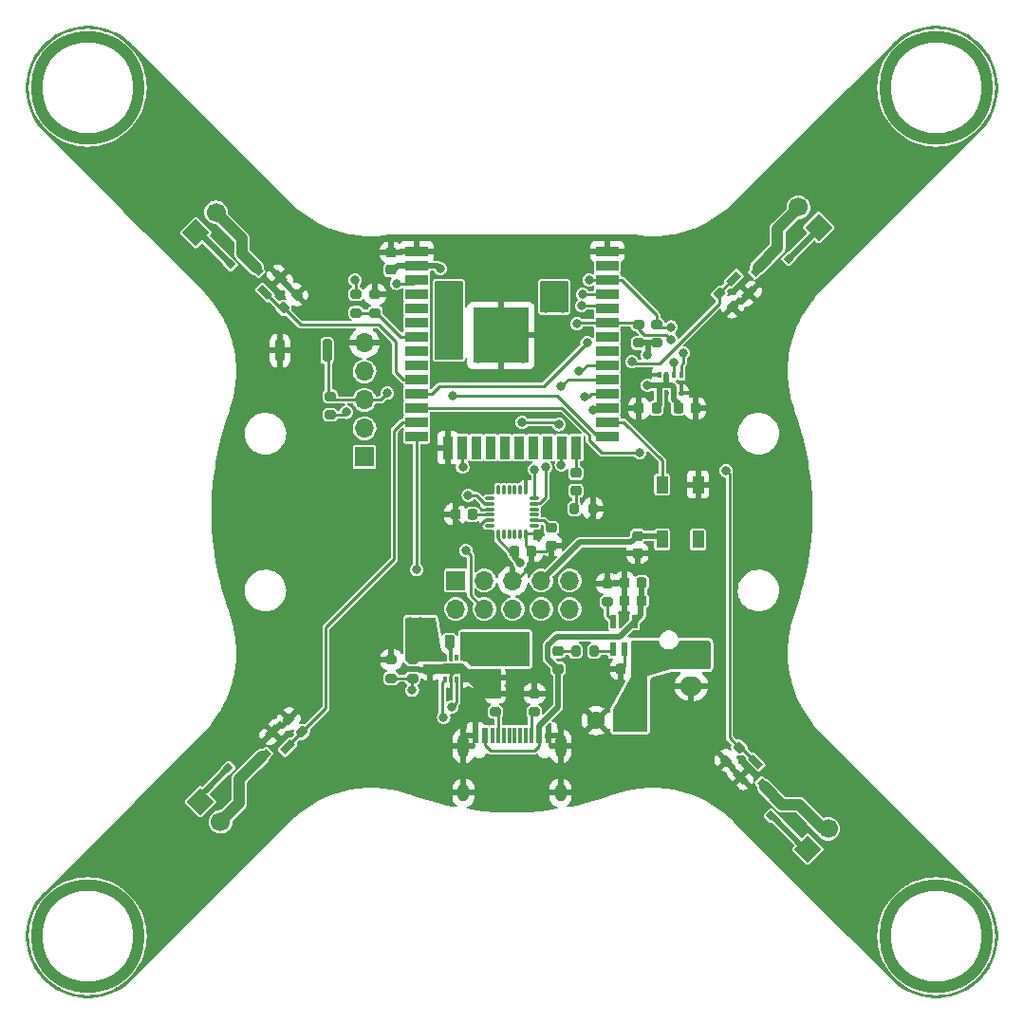
<source format=gbr>
%TF.GenerationSoftware,KiCad,Pcbnew,(6.0.1)*%
%TF.CreationDate,2022-08-15T17:42:43+03:00*%
%TF.ProjectId,ESP32_Drone,45535033-325f-4447-926f-6e652e6b6963,rev?*%
%TF.SameCoordinates,Original*%
%TF.FileFunction,Copper,L1,Top*%
%TF.FilePolarity,Positive*%
%FSLAX46Y46*%
G04 Gerber Fmt 4.6, Leading zero omitted, Abs format (unit mm)*
G04 Created by KiCad (PCBNEW (6.0.1)) date 2022-08-15 17:42:43*
%MOMM*%
%LPD*%
G01*
G04 APERTURE LIST*
G04 Aperture macros list*
%AMRoundRect*
0 Rectangle with rounded corners*
0 $1 Rounding radius*
0 $2 $3 $4 $5 $6 $7 $8 $9 X,Y pos of 4 corners*
0 Add a 4 corners polygon primitive as box body*
4,1,4,$2,$3,$4,$5,$6,$7,$8,$9,$2,$3,0*
0 Add four circle primitives for the rounded corners*
1,1,$1+$1,$2,$3*
1,1,$1+$1,$4,$5*
1,1,$1+$1,$6,$7*
1,1,$1+$1,$8,$9*
0 Add four rect primitives between the rounded corners*
20,1,$1+$1,$2,$3,$4,$5,0*
20,1,$1+$1,$4,$5,$6,$7,0*
20,1,$1+$1,$6,$7,$8,$9,0*
20,1,$1+$1,$8,$9,$2,$3,0*%
%AMHorizOval*
0 Thick line with rounded ends*
0 $1 width*
0 $2 $3 position (X,Y) of the first rounded end (center of the circle)*
0 $4 $5 position (X,Y) of the second rounded end (center of the circle)*
0 Add line between two ends*
20,1,$1,$2,$3,$4,$5,0*
0 Add two circle primitives to create the rounded ends*
1,1,$1,$2,$3*
1,1,$1,$4,$5*%
%AMRotRect*
0 Rectangle, with rotation*
0 The origin of the aperture is its center*
0 $1 length*
0 $2 width*
0 $3 Rotation angle, in degrees counterclockwise*
0 Add horizontal line*
21,1,$1,$2,0,0,$3*%
G04 Aperture macros list end*
%TA.AperFunction,EtchedComponent*%
%ADD10C,1.000000*%
%TD*%
%TA.AperFunction,SMDPad,CuDef*%
%ADD11RoundRect,0.200000X-0.275000X0.200000X-0.275000X-0.200000X0.275000X-0.200000X0.275000X0.200000X0*%
%TD*%
%TA.AperFunction,SMDPad,CuDef*%
%ADD12RotRect,0.600000X0.700000X315.000000*%
%TD*%
%TA.AperFunction,SMDPad,CuDef*%
%ADD13RotRect,1.300000X0.600000X135.000000*%
%TD*%
%TA.AperFunction,SMDPad,CuDef*%
%ADD14RoundRect,0.218750X-0.218750X-0.381250X0.218750X-0.381250X0.218750X0.381250X-0.218750X0.381250X0*%
%TD*%
%TA.AperFunction,ComponentPad*%
%ADD15RoundRect,0.250000X-0.750000X0.600000X-0.750000X-0.600000X0.750000X-0.600000X0.750000X0.600000X0*%
%TD*%
%TA.AperFunction,ComponentPad*%
%ADD16O,2.000000X1.700000*%
%TD*%
%TA.AperFunction,SMDPad,CuDef*%
%ADD17RoundRect,0.225000X0.250000X-0.225000X0.250000X0.225000X-0.250000X0.225000X-0.250000X-0.225000X0*%
%TD*%
%TA.AperFunction,SMDPad,CuDef*%
%ADD18RoundRect,0.075000X-0.075000X0.350000X-0.075000X-0.350000X0.075000X-0.350000X0.075000X0.350000X0*%
%TD*%
%TA.AperFunction,SMDPad,CuDef*%
%ADD19RoundRect,0.075000X-0.350000X-0.075000X0.350000X-0.075000X0.350000X0.075000X-0.350000X0.075000X0*%
%TD*%
%TA.AperFunction,SMDPad,CuDef*%
%ADD20RoundRect,0.200000X0.200000X0.800000X-0.200000X0.800000X-0.200000X-0.800000X0.200000X-0.800000X0*%
%TD*%
%TA.AperFunction,SMDPad,CuDef*%
%ADD21RoundRect,0.200000X0.335876X0.053033X0.053033X0.335876X-0.335876X-0.053033X-0.053033X-0.335876X0*%
%TD*%
%TA.AperFunction,SMDPad,CuDef*%
%ADD22RoundRect,0.225000X0.225000X0.250000X-0.225000X0.250000X-0.225000X-0.250000X0.225000X-0.250000X0*%
%TD*%
%TA.AperFunction,ComponentPad*%
%ADD23R,1.600000X1.600000*%
%TD*%
%TA.AperFunction,ComponentPad*%
%ADD24C,1.600000*%
%TD*%
%TA.AperFunction,ComponentPad*%
%ADD25R,1.700000X1.700000*%
%TD*%
%TA.AperFunction,ComponentPad*%
%ADD26O,1.700000X1.700000*%
%TD*%
%TA.AperFunction,SMDPad,CuDef*%
%ADD27R,0.600000X1.450000*%
%TD*%
%TA.AperFunction,SMDPad,CuDef*%
%ADD28R,0.300000X1.450000*%
%TD*%
%TA.AperFunction,ComponentPad*%
%ADD29O,1.000000X1.600000*%
%TD*%
%TA.AperFunction,ComponentPad*%
%ADD30O,1.000000X2.100000*%
%TD*%
%TA.AperFunction,SMDPad,CuDef*%
%ADD31R,0.350000X0.500000*%
%TD*%
%TA.AperFunction,ComponentPad*%
%ADD32RotRect,1.700000X1.700000X45.000000*%
%TD*%
%TA.AperFunction,ComponentPad*%
%ADD33HorizOval,1.700000X0.000000X0.000000X0.000000X0.000000X0*%
%TD*%
%TA.AperFunction,SMDPad,CuDef*%
%ADD34RoundRect,0.200000X-0.335876X-0.053033X-0.053033X-0.335876X0.335876X0.053033X0.053033X0.335876X0*%
%TD*%
%TA.AperFunction,SMDPad,CuDef*%
%ADD35R,0.550000X1.200000*%
%TD*%
%TA.AperFunction,SMDPad,CuDef*%
%ADD36RotRect,1.300000X0.600000X45.000000*%
%TD*%
%TA.AperFunction,SMDPad,CuDef*%
%ADD37R,1.000000X1.500000*%
%TD*%
%TA.AperFunction,SMDPad,CuDef*%
%ADD38RoundRect,0.200000X0.053033X-0.335876X0.335876X-0.053033X-0.053033X0.335876X-0.335876X0.053033X0*%
%TD*%
%TA.AperFunction,SMDPad,CuDef*%
%ADD39RoundRect,0.225000X-0.225000X-0.250000X0.225000X-0.250000X0.225000X0.250000X-0.225000X0.250000X0*%
%TD*%
%TA.AperFunction,SMDPad,CuDef*%
%ADD40RoundRect,0.225000X-0.250000X0.225000X-0.250000X-0.225000X0.250000X-0.225000X0.250000X0.225000X0*%
%TD*%
%TA.AperFunction,SMDPad,CuDef*%
%ADD41RoundRect,0.200000X0.200000X0.275000X-0.200000X0.275000X-0.200000X-0.275000X0.200000X-0.275000X0*%
%TD*%
%TA.AperFunction,SMDPad,CuDef*%
%ADD42RoundRect,0.200000X-0.053033X0.335876X-0.335876X0.053033X0.053033X-0.335876X0.335876X-0.053033X0*%
%TD*%
%TA.AperFunction,SMDPad,CuDef*%
%ADD43R,2.000000X0.900000*%
%TD*%
%TA.AperFunction,SMDPad,CuDef*%
%ADD44R,0.900000X2.000000*%
%TD*%
%TA.AperFunction,SMDPad,CuDef*%
%ADD45R,5.000000X5.000000*%
%TD*%
%TA.AperFunction,SMDPad,CuDef*%
%ADD46RotRect,1.300000X0.600000X315.000000*%
%TD*%
%TA.AperFunction,SMDPad,CuDef*%
%ADD47RotRect,0.600000X0.700000X225.000000*%
%TD*%
%TA.AperFunction,SMDPad,CuDef*%
%ADD48RotRect,0.600000X0.700000X135.000000*%
%TD*%
%TA.AperFunction,SMDPad,CuDef*%
%ADD49RoundRect,0.218750X-0.256250X0.218750X-0.256250X-0.218750X0.256250X-0.218750X0.256250X0.218750X0*%
%TD*%
%TA.AperFunction,SMDPad,CuDef*%
%ADD50RoundRect,0.218750X0.256250X-0.218750X0.256250X0.218750X-0.256250X0.218750X-0.256250X-0.218750X0*%
%TD*%
%TA.AperFunction,SMDPad,CuDef*%
%ADD51RoundRect,0.007500X0.117500X-0.242500X0.117500X0.242500X-0.117500X0.242500X-0.117500X-0.242500X0*%
%TD*%
%TA.AperFunction,SMDPad,CuDef*%
%ADD52R,1.600000X0.900000*%
%TD*%
%TA.AperFunction,ComponentPad*%
%ADD53C,0.300000*%
%TD*%
%TA.AperFunction,ComponentPad*%
%ADD54RotRect,1.700000X1.700000X225.000000*%
%TD*%
%TA.AperFunction,ComponentPad*%
%ADD55HorizOval,1.700000X0.000000X0.000000X0.000000X0.000000X0*%
%TD*%
%TA.AperFunction,ComponentPad*%
%ADD56RotRect,1.700000X1.700000X135.000000*%
%TD*%
%TA.AperFunction,ComponentPad*%
%ADD57HorizOval,1.700000X0.000000X0.000000X0.000000X0.000000X0*%
%TD*%
%TA.AperFunction,SMDPad,CuDef*%
%ADD58RoundRect,0.200000X0.275000X-0.200000X0.275000X0.200000X-0.275000X0.200000X-0.275000X-0.200000X0*%
%TD*%
%TA.AperFunction,SMDPad,CuDef*%
%ADD59RotRect,1.300000X0.600000X225.000000*%
%TD*%
%TA.AperFunction,ViaPad*%
%ADD60C,0.800000*%
%TD*%
%TA.AperFunction,Conductor*%
%ADD61C,0.500000*%
%TD*%
%TA.AperFunction,Conductor*%
%ADD62C,0.250000*%
%TD*%
%TA.AperFunction,Conductor*%
%ADD63C,1.000000*%
%TD*%
G04 APERTURE END LIST*
D10*
%TO.C,SYM1*%
X184396000Y-33154000D02*
G75*
G03*
X184396000Y-33154000I-4550000J0D01*
G01*
X184396000Y-108846000D02*
G75*
G03*
X184396000Y-108846000I-4550000J0D01*
G01*
X108704000Y-108840784D02*
G75*
G03*
X108704000Y-108840784I-4550000J0D01*
G01*
X108704000Y-33154000D02*
G75*
G03*
X108704000Y-33154000I-4550000J0D01*
G01*
%TD*%
D11*
%TO.P,R5,1*%
%TO.N,/SDA*%
X153300000Y-54275000D03*
%TO.P,R5,2*%
%TO.N,VCC*%
X153300000Y-55925000D03*
%TD*%
D12*
%TO.P,D5,1,K*%
%TO.N,+BATT*%
X166694975Y-48394975D03*
%TO.P,D5,2,A*%
%TO.N,Net-(D5-Pad2)*%
X165705025Y-47405025D03*
%TD*%
D13*
%TO.P,Q1,1,G*%
%TO.N,/MOTOR_1*%
X119970711Y-51414214D03*
%TO.P,Q1,2,S*%
%TO.N,GND*%
X121314214Y-50070711D03*
%TO.P,Q1,3,D*%
%TO.N,Net-(D4-Pad2)*%
X119157538Y-49257538D03*
%TD*%
D11*
%TO.P,R16,1*%
%TO.N,GND*%
X144000000Y-87175000D03*
%TO.P,R16,2*%
%TO.N,Net-(J8-PadB5)*%
X144000000Y-88825000D03*
%TD*%
D14*
%TO.P,L1,1,1*%
%TO.N,Net-(L1-Pad1)*%
X136437500Y-82562500D03*
%TO.P,L1,2,2*%
%TO.N,VCC*%
X138562500Y-82562500D03*
%TD*%
D15*
%TO.P,J2,1,Pin_1*%
%TO.N,+BATT*%
X158000000Y-84000000D03*
D16*
%TO.P,J2,2,Pin_2*%
%TO.N,GND*%
X158000000Y-86500000D03*
%TD*%
D17*
%TO.P,C3,1*%
%TO.N,VCC*%
X131200000Y-49375000D03*
%TO.P,C3,2*%
%TO.N,GND*%
X131200000Y-47825000D03*
%TD*%
D18*
%TO.P,U3,1,CLKIN*%
%TO.N,GND*%
X143250000Y-69050000D03*
%TO.P,U3,2*%
%TO.N,N/C*%
X142750000Y-69050000D03*
%TO.P,U3,3*%
X142250000Y-69050000D03*
%TO.P,U3,4*%
X141750000Y-69050000D03*
%TO.P,U3,5*%
X141250000Y-69050000D03*
%TO.P,U3,6,AUX_SDA*%
%TO.N,unconnected-(U3-Pad6)*%
X140750000Y-69050000D03*
D19*
%TO.P,U3,7,AUX_SCL*%
%TO.N,unconnected-(U3-Pad7)*%
X140050000Y-69750000D03*
%TO.P,U3,8,VDDIO*%
%TO.N,VCC*%
X140050000Y-70250000D03*
%TO.P,U3,9,AD0*%
%TO.N,GND*%
X140050000Y-70750000D03*
%TO.P,U3,10,REGOUT*%
%TO.N,Net-(C7-Pad1)*%
X140050000Y-71250000D03*
%TO.P,U3,11,FSYNC*%
%TO.N,GND*%
X140050000Y-71750000D03*
%TO.P,U3,12,INT*%
%TO.N,/MPU6050_INT*%
X140050000Y-72250000D03*
D18*
%TO.P,U3,13,VDD*%
%TO.N,VCC*%
X140750000Y-72950000D03*
%TO.P,U3,14*%
%TO.N,N/C*%
X141250000Y-72950000D03*
%TO.P,U3,15*%
X141750000Y-72950000D03*
%TO.P,U3,16*%
X142250000Y-72950000D03*
%TO.P,U3,17*%
X142750000Y-72950000D03*
%TO.P,U3,18,GND*%
%TO.N,GND*%
X143250000Y-72950000D03*
D19*
%TO.P,U3,19*%
%TO.N,N/C*%
X143950000Y-72250000D03*
%TO.P,U3,20,CPOUT*%
%TO.N,Net-(C9-Pad1)*%
X143950000Y-71750000D03*
%TO.P,U3,21*%
%TO.N,N/C*%
X143950000Y-71250000D03*
%TO.P,U3,22*%
X143950000Y-70750000D03*
%TO.P,U3,23,SCL*%
%TO.N,/SCL*%
X143950000Y-70250000D03*
%TO.P,U3,24,SDA*%
%TO.N,/SDA*%
X143950000Y-69750000D03*
%TD*%
D20*
%TO.P,SW1,1,1*%
%TO.N,/EN*%
X125500000Y-56600000D03*
%TO.P,SW1,2,2*%
%TO.N,GND*%
X121300000Y-56600000D03*
%TD*%
D21*
%TO.P,R12,1*%
%TO.N,GND*%
X161683363Y-52683363D03*
%TO.P,R12,2*%
%TO.N,/MOTOR_2*%
X160516637Y-51516637D03*
%TD*%
D22*
%TO.P,C1,1*%
%TO.N,+5V*%
X153575000Y-78900000D03*
%TO.P,C1,2*%
%TO.N,GND*%
X152025000Y-78900000D03*
%TD*%
D23*
%TO.P,C11,1*%
%TO.N,+BATT*%
X152000000Y-89600000D03*
D24*
%TO.P,C11,2*%
%TO.N,GND*%
X149500000Y-89600000D03*
%TD*%
D25*
%TO.P,J3,1,Pin_1*%
%TO.N,/GPIO13*%
X137000000Y-77110000D03*
D26*
%TO.P,J3,2,Pin_2*%
%TO.N,/GPIO12*%
X137000000Y-79650000D03*
%TO.P,J3,3,Pin_3*%
%TO.N,/GPIO5*%
X139540000Y-77110000D03*
%TO.P,J3,4,Pin_4*%
%TO.N,/GPIO15*%
X139540000Y-79650000D03*
%TO.P,J3,5,Pin_5*%
%TO.N,GND*%
X142080000Y-77110000D03*
%TO.P,J3,6,Pin_6*%
%TO.N,+BATT*%
X142080000Y-79650000D03*
%TO.P,J3,7,Pin_7*%
%TO.N,VCC*%
X144620000Y-77110000D03*
%TO.P,J3,8,Pin_8*%
%TO.N,/GPIO18*%
X144620000Y-79650000D03*
%TO.P,J3,9,Pin_9*%
%TO.N,/GPIO17*%
X147160000Y-77110000D03*
%TO.P,J3,10,Pin_10*%
%TO.N,/GPIO16*%
X147160000Y-79650000D03*
%TD*%
D27*
%TO.P,J8,A1,GND*%
%TO.N,GND*%
X138750000Y-90955000D03*
%TO.P,J8,A4,VBUS*%
%TO.N,+5V*%
X139550000Y-90955000D03*
D28*
%TO.P,J8,A5,CC1*%
%TO.N,Net-(J8-PadA5)*%
X140750000Y-90955000D03*
%TO.P,J8,A6,D+*%
%TO.N,unconnected-(J8-PadA6)*%
X141750000Y-90955000D03*
%TO.P,J8,A7,D-*%
%TO.N,unconnected-(J8-PadA7)*%
X142250000Y-90955000D03*
%TO.P,J8,A8,SBU1*%
%TO.N,unconnected-(J8-PadA8)*%
X143250000Y-90955000D03*
D27*
%TO.P,J8,A9,VBUS*%
%TO.N,+5V*%
X144450000Y-90955000D03*
%TO.P,J8,A12,GND*%
%TO.N,GND*%
X145250000Y-90955000D03*
%TO.P,J8,B1,GND*%
X145250000Y-90955000D03*
%TO.P,J8,B4,VBUS*%
%TO.N,+5V*%
X144450000Y-90955000D03*
D28*
%TO.P,J8,B5,CC2*%
%TO.N,Net-(J8-PadB5)*%
X143750000Y-90955000D03*
%TO.P,J8,B6,D+*%
%TO.N,unconnected-(J8-PadB6)*%
X142750000Y-90955000D03*
%TO.P,J8,B7,D-*%
%TO.N,unconnected-(J8-PadB7)*%
X141250000Y-90955000D03*
%TO.P,J8,B8,SBU2*%
%TO.N,unconnected-(J8-PadB8)*%
X140250000Y-90955000D03*
D27*
%TO.P,J8,B9,VBUS*%
%TO.N,+5V*%
X139550000Y-90955000D03*
%TO.P,J8,B12,GND*%
%TO.N,GND*%
X138750000Y-90955000D03*
D29*
%TO.P,J8,S1,SHIELD*%
X137680000Y-96050000D03*
D30*
X146320000Y-91870000D03*
D29*
X146320000Y-96050000D03*
D30*
X137680000Y-91870000D03*
%TD*%
D31*
%TO.P,U4,1,GND*%
%TO.N,GND*%
X155145000Y-58800000D03*
%TO.P,U4,2,CSB*%
%TO.N,VCC*%
X155795000Y-58800000D03*
%TO.P,U4,3,SDI*%
%TO.N,/SDA*%
X156445000Y-58800000D03*
%TO.P,U4,4,SCK*%
%TO.N,/SCL*%
X157095000Y-58800000D03*
%TO.P,U4,5,SDO*%
%TO.N,GND*%
X157095000Y-60400000D03*
%TO.P,U4,6,VDDIO*%
%TO.N,VCC*%
X156445000Y-60400000D03*
%TO.P,U4,7,GND*%
%TO.N,GND*%
X155795000Y-60400000D03*
%TO.P,U4,8,VDD*%
%TO.N,VCC*%
X155145000Y-60400000D03*
%TD*%
D32*
%TO.P,J7,1,Pin_1*%
%TO.N,+BATT*%
X114203949Y-96838334D03*
D33*
%TO.P,J7,2,Pin_2*%
%TO.N,Net-(D7-Pad2)*%
X116000000Y-98634385D03*
%TD*%
D34*
%TO.P,R14,1*%
%TO.N,GND*%
X122086792Y-89456532D03*
%TO.P,R14,2*%
%TO.N,/MOTOR_4*%
X123253518Y-90623258D03*
%TD*%
D35*
%TO.P,U2,1,~{CHG}*%
%TO.N,/~{CHRG}*%
X151050000Y-83250000D03*
%TO.P,U2,2,VSS*%
%TO.N,GND*%
X152000000Y-83250000D03*
%TO.P,U2,3,BAT*%
%TO.N,+BATT*%
X152950000Y-83250000D03*
%TO.P,U2,4,VIN*%
%TO.N,+5V*%
X152950000Y-80750000D03*
%TO.P,U2,5,ISEN*%
%TO.N,Net-(R3-Pad1)*%
X151050000Y-80750000D03*
%TD*%
D11*
%TO.P,R15,1*%
%TO.N,GND*%
X140500000Y-87175000D03*
%TO.P,R15,2*%
%TO.N,Net-(J8-PadA5)*%
X140500000Y-88825000D03*
%TD*%
D36*
%TO.P,Q2,1,G*%
%TO.N,/MOTOR_2*%
X161785786Y-50170711D03*
%TO.P,Q2,2,S*%
%TO.N,GND*%
X163129289Y-51514214D03*
%TO.P,Q2,3,D*%
%TO.N,Net-(D5-Pad2)*%
X163942462Y-49357538D03*
%TD*%
D37*
%TO.P,D3,1,VDD*%
%TO.N,VCC*%
X155400000Y-73450000D03*
%TO.P,D3,2,DOUT*%
%TO.N,unconnected-(D3-Pad2)*%
X158600000Y-73450000D03*
%TO.P,D3,3,VSS*%
%TO.N,GND*%
X158600000Y-68550000D03*
%TO.P,D3,4,DIN*%
%TO.N,/RGB_D*%
X155400000Y-68550000D03*
%TD*%
D38*
%TO.P,R13,1*%
%TO.N,GND*%
X161116637Y-93183363D03*
%TO.P,R13,2*%
%TO.N,/MOTOR_3*%
X162283363Y-92016637D03*
%TD*%
D25*
%TO.P,J1,1,Pin_1*%
%TO.N,/RX*%
X128840000Y-66075000D03*
D26*
%TO.P,J1,2,Pin_2*%
%TO.N,/TX*%
X128840000Y-63535000D03*
%TO.P,J1,3,Pin_3*%
%TO.N,/EN*%
X128840000Y-60995000D03*
%TO.P,J1,4,Pin_4*%
%TO.N,/DTR*%
X128840000Y-58455000D03*
%TO.P,J1,5,Pin_5*%
%TO.N,GND*%
X128840000Y-55915000D03*
%TD*%
D39*
%TO.P,C6,1*%
%TO.N,VCC*%
X142225000Y-74500000D03*
%TO.P,C6,2*%
%TO.N,GND*%
X143775000Y-74500000D03*
%TD*%
D40*
%TO.P,C12,1*%
%TO.N,VCC*%
X140500000Y-84187500D03*
%TO.P,C12,2*%
%TO.N,GND*%
X140500000Y-85737500D03*
%TD*%
D11*
%TO.P,R10,1*%
%TO.N,GND*%
X131225000Y-84175000D03*
%TO.P,R10,2*%
%TO.N,Net-(PS1-Pad3)*%
X131225000Y-85825000D03*
%TD*%
%TO.P,R1,1*%
%TO.N,/EN*%
X125800000Y-60675000D03*
%TO.P,R1,2*%
%TO.N,VCC*%
X125800000Y-62325000D03*
%TD*%
D41*
%TO.P,R2,1*%
%TO.N,/~{CHRG}*%
X149325000Y-83400000D03*
%TO.P,R2,2*%
%TO.N,Net-(D1-Pad1)*%
X147675000Y-83400000D03*
%TD*%
%TO.P,R8,1*%
%TO.N,GND*%
X149225000Y-70700000D03*
%TO.P,R8,2*%
%TO.N,Net-(D2-Pad1)*%
X147575000Y-70700000D03*
%TD*%
D42*
%TO.P,R11,1*%
%TO.N,GND*%
X122783363Y-51616637D03*
%TO.P,R11,2*%
%TO.N,/MOTOR_1*%
X121616637Y-52783363D03*
%TD*%
D40*
%TO.P,C10,1*%
%TO.N,VCC*%
X138900000Y-84187500D03*
%TO.P,C10,2*%
%TO.N,GND*%
X138900000Y-85737500D03*
%TD*%
D43*
%TO.P,U1,1,GND*%
%TO.N,GND*%
X133500000Y-47745000D03*
%TO.P,U1,2,VDD*%
%TO.N,VCC*%
X133500000Y-49015000D03*
%TO.P,U1,3,EN*%
%TO.N,/EN*%
X133500000Y-50285000D03*
%TO.P,U1,4,SENSOR_VP*%
%TO.N,unconnected-(U1-Pad4)*%
X133500000Y-51555000D03*
%TO.P,U1,5,SENSOR_VN*%
%TO.N,unconnected-(U1-Pad5)*%
X133500000Y-52825000D03*
%TO.P,U1,6,IO34*%
%TO.N,unconnected-(U1-Pad6)*%
X133500000Y-54095000D03*
%TO.P,U1,7,IO35*%
%TO.N,/BATT_ADC*%
X133500000Y-55365000D03*
%TO.P,U1,8,IO32*%
%TO.N,unconnected-(U1-Pad8)*%
X133500000Y-56635000D03*
%TO.P,U1,9,IO33*%
%TO.N,unconnected-(U1-Pad9)*%
X133500000Y-57905000D03*
%TO.P,U1,10,IO25*%
%TO.N,/MOTOR_1*%
X133500000Y-59175000D03*
%TO.P,U1,11,IO26*%
%TO.N,/MOTOR_2*%
X133500000Y-60445000D03*
%TO.P,U1,12,IO27*%
%TO.N,/MOTOR_3*%
X133500000Y-61715000D03*
%TO.P,U1,13,IO14*%
%TO.N,/MOTOR_4*%
X133500000Y-62985000D03*
%TO.P,U1,14,IO12*%
%TO.N,/GPIO12*%
X133500000Y-64255000D03*
D44*
%TO.P,U1,15,GND*%
%TO.N,GND*%
X136285000Y-65255000D03*
%TO.P,U1,16,IO13*%
%TO.N,/GPIO13*%
X137555000Y-65255000D03*
%TO.P,U1,17,SHD/SD2*%
%TO.N,unconnected-(U1-Pad17)*%
X138825000Y-65255000D03*
%TO.P,U1,18,SWP/SD3*%
%TO.N,unconnected-(U1-Pad18)*%
X140095000Y-65255000D03*
%TO.P,U1,19,SCS/CMD*%
%TO.N,unconnected-(U1-Pad19)*%
X141365000Y-65255000D03*
%TO.P,U1,20,SCK/CLK*%
%TO.N,unconnected-(U1-Pad20)*%
X142635000Y-65255000D03*
%TO.P,U1,21,SDO/SD0*%
%TO.N,unconnected-(U1-Pad21)*%
X143905000Y-65255000D03*
%TO.P,U1,22,SDI/SD1*%
%TO.N,unconnected-(U1-Pad22)*%
X145175000Y-65255000D03*
%TO.P,U1,23,IO15*%
%TO.N,/GPIO15*%
X146445000Y-65255000D03*
%TO.P,U1,24,IO2*%
%TO.N,/BLE_IND*%
X147715000Y-65255000D03*
D43*
%TO.P,U1,25,IO0*%
%TO.N,/DTR*%
X150500000Y-64255000D03*
%TO.P,U1,26,IO4*%
%TO.N,/RGB_D*%
X150500000Y-62985000D03*
%TO.P,U1,27,IO16*%
%TO.N,/GPIO16*%
X150500000Y-61715000D03*
%TO.P,U1,28,IO17*%
%TO.N,/GPIO17*%
X150500000Y-60445000D03*
%TO.P,U1,29,IO5*%
%TO.N,/GPIO5*%
X150500000Y-59175000D03*
%TO.P,U1,30,IO18*%
%TO.N,/GPIO18*%
X150500000Y-57905000D03*
%TO.P,U1,31,IO19*%
%TO.N,unconnected-(U1-Pad31)*%
X150500000Y-56635000D03*
%TO.P,U1,32,NC*%
%TO.N,unconnected-(U1-Pad32)*%
X150500000Y-55365000D03*
%TO.P,U1,33,IO21*%
%TO.N,/SDA*%
X150500000Y-54095000D03*
%TO.P,U1,34,RXD0/IO3*%
%TO.N,/RX*%
X150500000Y-52825000D03*
%TO.P,U1,35,TXD0/IO1*%
%TO.N,/TX*%
X150500000Y-51555000D03*
%TO.P,U1,36,IO22*%
%TO.N,/SCL*%
X150500000Y-50285000D03*
%TO.P,U1,37,IO23*%
%TO.N,unconnected-(U1-Pad37)*%
X150500000Y-49015000D03*
%TO.P,U1,38,GND*%
%TO.N,GND*%
X150500000Y-47745000D03*
D45*
%TO.P,U1,39,GND*%
X141000000Y-55245000D03*
%TD*%
D22*
%TO.P,C2,1*%
%TO.N,+5V*%
X153575000Y-77300000D03*
%TO.P,C2,2*%
%TO.N,GND*%
X152025000Y-77300000D03*
%TD*%
D46*
%TO.P,Q3,1,G*%
%TO.N,/MOTOR_3*%
X163734314Y-93280761D03*
%TO.P,Q3,2,S*%
%TO.N,GND*%
X162390811Y-94624264D03*
%TO.P,Q3,3,D*%
%TO.N,Net-(D6-Pad2)*%
X164547487Y-95437437D03*
%TD*%
D22*
%TO.P,C7,1*%
%TO.N,Net-(C7-Pad1)*%
X138475000Y-71200000D03*
%TO.P,C7,2*%
%TO.N,GND*%
X136925000Y-71200000D03*
%TD*%
D47*
%TO.P,D6,1,K*%
%TO.N,+BATT*%
X165110050Y-98089950D03*
%TO.P,D6,2,A*%
%TO.N,Net-(D6-Pad2)*%
X166100000Y-97100000D03*
%TD*%
D48*
%TO.P,D7,1,K*%
%TO.N,+BATT*%
X116675180Y-93844920D03*
%TO.P,D7,2,A*%
%TO.N,Net-(D7-Pad2)*%
X117665130Y-94834870D03*
%TD*%
D49*
%TO.P,D1,1,K*%
%TO.N,Net-(D1-Pad1)*%
X146100000Y-83412500D03*
%TO.P,D1,2,A*%
%TO.N,+5V*%
X146100000Y-84987500D03*
%TD*%
D22*
%TO.P,C13,1*%
%TO.N,VCC*%
X154875000Y-61740000D03*
%TO.P,C13,2*%
%TO.N,GND*%
X153325000Y-61740000D03*
%TD*%
D50*
%TO.P,D2,1,K*%
%TO.N,Net-(D2-Pad1)*%
X147700000Y-69100000D03*
%TO.P,D2,2,A*%
%TO.N,/BLE_IND*%
X147700000Y-67525000D03*
%TD*%
D39*
%TO.P,C14,1*%
%TO.N,VCC*%
X156825000Y-61740000D03*
%TO.P,C14,2*%
%TO.N,GND*%
X158375000Y-61740000D03*
%TD*%
D47*
%TO.P,D4,1,K*%
%TO.N,+BATT*%
X116905025Y-48894975D03*
%TO.P,D4,2,A*%
%TO.N,Net-(D4-Pad2)*%
X117894975Y-47905025D03*
%TD*%
D40*
%TO.P,C8,1*%
%TO.N,VCC*%
X153200000Y-73125000D03*
%TO.P,C8,2*%
%TO.N,GND*%
X153200000Y-74675000D03*
%TD*%
D51*
%TO.P,PS1,1,EN*%
%TO.N,+BATT*%
X136050000Y-85912500D03*
%TO.P,PS1,2,GND*%
%TO.N,GND*%
X136550000Y-85912500D03*
%TO.P,PS1,3,MODE*%
%TO.N,Net-(PS1-Pad3)*%
X137050000Y-85912500D03*
%TO.P,PS1,4,FB*%
%TO.N,GND*%
X137550000Y-85912500D03*
%TO.P,PS1,5,VOS*%
%TO.N,VCC*%
X137550000Y-84012500D03*
%TO.P,PS1,6,PG*%
%TO.N,unconnected-(PS1-Pad6)*%
X137050000Y-84012500D03*
%TO.P,PS1,7,SW*%
%TO.N,Net-(L1-Pad1)*%
X136550000Y-84012500D03*
%TO.P,PS1,8,VIN*%
%TO.N,+BATT*%
X136050000Y-84012500D03*
D52*
%TO.P,PS1,9,EXP*%
%TO.N,GND*%
X136800000Y-84962500D03*
D53*
%TO.P,PS1,9_1,EXP*%
X136250000Y-84962500D03*
%TO.P,PS1,9_2,EXP*%
X137350000Y-84962500D03*
%TD*%
D54*
%TO.P,J5,1,Pin_1*%
%TO.N,+BATT*%
X169366206Y-45601561D03*
D55*
%TO.P,J5,2,Pin_2*%
%TO.N,Net-(D5-Pad2)*%
X167570155Y-43805510D03*
%TD*%
D40*
%TO.P,C5,1*%
%TO.N,+BATT*%
X134700000Y-83525000D03*
%TO.P,C5,2*%
%TO.N,GND*%
X134700000Y-85075000D03*
%TD*%
D56*
%TO.P,J6,1,Pin_1*%
%TO.N,+BATT*%
X168403464Y-101061181D03*
D57*
%TO.P,J6,2,Pin_2*%
%TO.N,Net-(D6-Pad2)*%
X170199515Y-99265130D03*
%TD*%
D58*
%TO.P,R3,1*%
%TO.N,Net-(R3-Pad1)*%
X150500000Y-79025000D03*
%TO.P,R3,2*%
%TO.N,GND*%
X150500000Y-77375000D03*
%TD*%
D22*
%TO.P,C4,1*%
%TO.N,+BATT*%
X153275000Y-85000000D03*
%TO.P,C4,2*%
%TO.N,GND*%
X151725000Y-85000000D03*
%TD*%
D58*
%TO.P,R7,1*%
%TO.N,/BATT_ADC*%
X129800000Y-53225000D03*
%TO.P,R7,2*%
%TO.N,GND*%
X129800000Y-51575000D03*
%TD*%
D40*
%TO.P,C9,1*%
%TO.N,Net-(C9-Pad1)*%
X145500000Y-72425000D03*
%TO.P,C9,2*%
%TO.N,GND*%
X145500000Y-73975000D03*
%TD*%
D11*
%TO.P,R9,1*%
%TO.N,+BATT*%
X133125000Y-84175000D03*
%TO.P,R9,2*%
%TO.N,Net-(PS1-Pad3)*%
X133125000Y-85825000D03*
%TD*%
D59*
%TO.P,Q4,1,G*%
%TO.N,/MOTOR_4*%
X121984369Y-91969184D03*
%TO.P,Q4,2,S*%
%TO.N,GND*%
X120640866Y-90625681D03*
%TO.P,Q4,3,D*%
%TO.N,Net-(D7-Pad2)*%
X119827693Y-92782357D03*
%TD*%
D56*
%TO.P,J4,1,Pin_1*%
%TO.N,+BATT*%
X113798439Y-46066206D03*
D57*
%TO.P,J4,2,Pin_2*%
%TO.N,Net-(D4-Pad2)*%
X115594490Y-44270155D03*
%TD*%
D11*
%TO.P,R4,1*%
%TO.N,/SCL*%
X154900000Y-54275000D03*
%TO.P,R4,2*%
%TO.N,VCC*%
X154900000Y-55925000D03*
%TD*%
%TO.P,R6,1*%
%TO.N,+BATT*%
X128100000Y-51575000D03*
%TO.P,R6,2*%
%TO.N,/BATT_ADC*%
X128100000Y-53225000D03*
%TD*%
D60*
%TO.N,GND*%
X141000000Y-54200000D03*
X138995467Y-55200000D03*
X127800000Y-76500000D03*
X142986417Y-57300000D03*
X142995467Y-55200000D03*
X139000000Y-53200000D03*
X141000000Y-56300000D03*
X128800000Y-76500000D03*
X138986417Y-57300000D03*
X127800000Y-77500000D03*
X143000000Y-53200000D03*
X129500000Y-78400000D03*
X128500000Y-79400000D03*
X129500000Y-79400000D03*
%TO.N,VCC*%
X142750000Y-75550000D03*
X137115818Y-55889614D03*
X135600000Y-56000000D03*
X154100000Y-59700000D03*
X146509050Y-52800000D03*
X135600000Y-49300000D03*
X137100000Y-54900000D03*
X154100000Y-57000000D03*
X135597289Y-56900000D03*
X140997757Y-83000000D03*
X143000000Y-82100000D03*
X146511761Y-50800000D03*
X142997757Y-83000000D03*
X137097289Y-56900000D03*
X145009050Y-52800000D03*
X127200000Y-62100000D03*
X135584182Y-51800000D03*
X135602711Y-50789614D03*
X138100000Y-69500000D03*
X140000000Y-82100000D03*
X137102711Y-50789614D03*
X142000000Y-82100000D03*
X135600000Y-52789614D03*
X139997757Y-83000000D03*
X137100000Y-51791869D03*
X141000000Y-82100000D03*
X145011761Y-50800000D03*
X141997757Y-83000000D03*
%TO.N,+BATT*%
X133800000Y-80800000D03*
X128000000Y-50300000D03*
X135900000Y-89300000D03*
X132900000Y-80800000D03*
X132900000Y-81700000D03*
%TO.N,/RX*%
X148200000Y-52600000D03*
%TO.N,/TX*%
X148300000Y-51600000D03*
%TO.N,/EN*%
X131700000Y-50600000D03*
X130875500Y-60400000D03*
%TO.N,/DTR*%
X136700000Y-60600000D03*
%TO.N,/GPIO5*%
X146400000Y-59800000D03*
X146200000Y-63200000D03*
X142900000Y-63000000D03*
%TO.N,/GPIO12*%
X133500000Y-76150000D03*
%TO.N,/GPIO13*%
X137600000Y-67000000D03*
%TO.N,/GPIO15*%
X146400000Y-66800000D03*
X137877299Y-74422701D03*
%TO.N,/GPIO18*%
X148000000Y-58450500D03*
%TO.N,/GPIO17*%
X148500000Y-60700000D03*
%TO.N,/GPIO16*%
X149224500Y-61900000D03*
%TO.N,Net-(PS1-Pad3)*%
X136600000Y-88400000D03*
X133100000Y-86900000D03*
%TO.N,/MOTOR_2*%
X152700000Y-57600000D03*
X148700000Y-55900000D03*
%TO.N,/MOTOR_3*%
X153400000Y-65700000D03*
X161100000Y-67300000D03*
%TO.N,/SCL*%
X148900000Y-50300000D03*
X157300000Y-56800000D03*
X145000000Y-67000000D03*
X156200000Y-54500000D03*
%TO.N,/SDA*%
X147800000Y-54200000D03*
X156200000Y-55600000D03*
X156400000Y-57700000D03*
X144000000Y-67200000D03*
%TD*%
D61*
%TO.N,+5V*%
X152950000Y-80750000D02*
X153500000Y-80200000D01*
X145175480Y-82916944D02*
X145175480Y-84062980D01*
D62*
X139550000Y-91779022D02*
X140070978Y-92300000D01*
D61*
X153500000Y-80200000D02*
X153500000Y-78975000D01*
X145175480Y-84062980D02*
X146100000Y-84987500D01*
D62*
X144450000Y-91850727D02*
X144450000Y-90955000D01*
D61*
X144450000Y-90955000D02*
X144450000Y-90050000D01*
X144450000Y-90050000D02*
X146100000Y-88400000D01*
X152950000Y-80750000D02*
X151600000Y-82100000D01*
X153575000Y-77300000D02*
X153575000Y-78900000D01*
X153500000Y-78975000D02*
X153575000Y-78900000D01*
X151600000Y-82100000D02*
X145992424Y-82100000D01*
D62*
X140070978Y-92300000D02*
X144000727Y-92300000D01*
D61*
X146100000Y-88400000D02*
X146100000Y-84987500D01*
X145992424Y-82100000D02*
X145175480Y-82916944D01*
D62*
X139550000Y-90955000D02*
X139550000Y-91779022D01*
X144000727Y-92300000D02*
X144450000Y-91850727D01*
%TO.N,GND*%
X136925000Y-71625000D02*
X136925000Y-71200000D01*
X143250000Y-73975000D02*
X143775000Y-74500000D01*
X137200000Y-70300000D02*
X136925000Y-70575000D01*
X142080000Y-77110000D02*
X142390000Y-77110000D01*
X146425000Y-73975000D02*
X149225000Y-71175000D01*
X139559994Y-71750000D02*
X138800000Y-72509994D01*
X138827138Y-70300000D02*
X137200000Y-70300000D01*
X140050000Y-70750000D02*
X139277138Y-70750000D01*
X143250000Y-72950000D02*
X143250000Y-73975000D01*
X149225000Y-71175000D02*
X149225000Y-70700000D01*
X138800000Y-72509994D02*
X137809994Y-72509994D01*
X142390000Y-77110000D02*
X143775000Y-75725000D01*
X143775000Y-75725000D02*
X143775000Y-74500000D01*
X139277138Y-70750000D02*
X138827138Y-70300000D01*
X136925000Y-70575000D02*
X136925000Y-71200000D01*
X140050000Y-71750000D02*
X139559994Y-71750000D01*
X145500000Y-73975000D02*
X146425000Y-73975000D01*
X144975000Y-74500000D02*
X145500000Y-73975000D01*
X151725000Y-85000000D02*
X152000000Y-84725000D01*
X152000000Y-84725000D02*
X152000000Y-83250000D01*
X137809994Y-72509994D02*
X136925000Y-71625000D01*
X143775000Y-74500000D02*
X144975000Y-74500000D01*
%TO.N,VCC*%
X125800000Y-62325000D02*
X126975000Y-62325000D01*
X126975000Y-62325000D02*
X127200000Y-62100000D01*
D61*
X156300489Y-59700489D02*
X156445000Y-59845000D01*
X155170489Y-59700489D02*
X155799511Y-59700489D01*
X131200000Y-49375000D02*
X131425000Y-49375000D01*
X155145000Y-60400000D02*
X155145000Y-59725978D01*
X155795000Y-59695978D02*
X155795000Y-58800000D01*
X155145000Y-60400000D02*
X155145000Y-61470000D01*
X155799511Y-59700489D02*
X155795000Y-59695978D01*
X142225000Y-75025000D02*
X142750000Y-75550000D01*
X154125000Y-55925000D02*
X154900000Y-55925000D01*
D62*
X139559994Y-70250000D02*
X140050000Y-70250000D01*
X141809994Y-74500000D02*
X142225000Y-74500000D01*
D61*
X153300000Y-55925000D02*
X154125000Y-55925000D01*
D62*
X140750000Y-72950000D02*
X140750000Y-73440006D01*
D61*
X135315000Y-49015000D02*
X135600000Y-49300000D01*
X155170489Y-59700489D02*
X155170000Y-59700000D01*
D62*
X140750000Y-73440006D02*
X141809994Y-74500000D01*
D61*
X133500000Y-49015000D02*
X135315000Y-49015000D01*
D62*
X138809994Y-69500000D02*
X139559994Y-70250000D01*
D61*
X155145000Y-59725978D02*
X155170489Y-59700489D01*
X153200000Y-73125000D02*
X152625000Y-73700000D01*
X154125000Y-56975000D02*
X154100000Y-57000000D01*
X156445000Y-60944511D02*
X156825000Y-61324511D01*
X154125000Y-55925000D02*
X154125000Y-56975000D01*
X155145000Y-61470000D02*
X154875000Y-61740000D01*
X156445000Y-59845000D02*
X156445000Y-60400000D01*
X155799511Y-59700489D02*
X156300489Y-59700489D01*
X131800000Y-49000000D02*
X131815000Y-49015000D01*
X155075000Y-73125000D02*
X155400000Y-73450000D01*
X155170000Y-59700000D02*
X154100000Y-59700000D01*
X131815000Y-49015000D02*
X133500000Y-49015000D01*
D62*
X138100000Y-69500000D02*
X138809994Y-69500000D01*
D61*
X131425000Y-49375000D02*
X131800000Y-49000000D01*
X142225000Y-74500000D02*
X142225000Y-75025000D01*
X156445000Y-60400000D02*
X156445000Y-60944511D01*
X152625000Y-73700000D02*
X148030000Y-73700000D01*
X153200000Y-73125000D02*
X155075000Y-73125000D01*
X148030000Y-73700000D02*
X144620000Y-77110000D01*
X156825000Y-61324511D02*
X156825000Y-61740000D01*
D62*
%TO.N,+BATT*%
X136050000Y-85912500D02*
X135775489Y-86187011D01*
D61*
X114203949Y-96306101D02*
X114203949Y-96838334D01*
X113798439Y-46066206D02*
X114076256Y-46066206D01*
X169366206Y-45733794D02*
X169366206Y-45601561D01*
X134700000Y-83525000D02*
X133775000Y-83525000D01*
X114680205Y-95839895D02*
X114670155Y-95839895D01*
X166694975Y-48394975D02*
X166705025Y-48394975D01*
X166705025Y-48394975D02*
X169366206Y-45733794D01*
D62*
X128100000Y-51575000D02*
X128100000Y-50400000D01*
D61*
X116675180Y-93844920D02*
X114680205Y-95839895D01*
D62*
X135775489Y-86187011D02*
X135775489Y-89175489D01*
D61*
X114076256Y-46066206D02*
X116905025Y-48894975D01*
D62*
X128100000Y-50400000D02*
X128000000Y-50300000D01*
D61*
X114670155Y-95839895D02*
X114203949Y-96306101D01*
X165189950Y-98089950D02*
X168161181Y-101061181D01*
D62*
X135775489Y-89175489D02*
X135900000Y-89300000D01*
D61*
X133775000Y-83525000D02*
X133125000Y-84175000D01*
X165110050Y-98089950D02*
X165189950Y-98089950D01*
X168161181Y-101061181D02*
X168403464Y-101061181D01*
D62*
%TO.N,Net-(C7-Pad1)*%
X140050000Y-71250000D02*
X138525000Y-71250000D01*
X138525000Y-71250000D02*
X138475000Y-71200000D01*
%TO.N,Net-(C9-Pad1)*%
X144825000Y-71750000D02*
X143950000Y-71750000D01*
X145500000Y-72425000D02*
X144825000Y-71750000D01*
%TO.N,Net-(D1-Pad1)*%
X147662500Y-83412500D02*
X147675000Y-83400000D01*
X146100000Y-83412500D02*
X147662500Y-83412500D01*
%TO.N,Net-(D2-Pad1)*%
X147700000Y-69100000D02*
X147700000Y-70575000D01*
X147700000Y-70575000D02*
X147575000Y-70700000D01*
%TO.N,/BLE_IND*%
X147715000Y-67510000D02*
X147700000Y-67525000D01*
X147715000Y-65255000D02*
X147715000Y-67510000D01*
%TO.N,/RGB_D*%
X151985000Y-62985000D02*
X155400000Y-66400000D01*
X150500000Y-62985000D02*
X151985000Y-62985000D01*
X155400000Y-66400000D02*
X155400000Y-68550000D01*
D63*
%TO.N,Net-(D4-Pad2)*%
X117894975Y-46594975D02*
X117894975Y-47905025D01*
X115594490Y-44294490D02*
X117894975Y-46594975D01*
X115594490Y-44270155D02*
X115594490Y-44294490D01*
X119157538Y-49167588D02*
X117894975Y-47905025D01*
%TO.N,Net-(D5-Pad2)*%
X167570155Y-43829845D02*
X165705025Y-45694975D01*
X167570155Y-43805510D02*
X167570155Y-43829845D01*
X165705025Y-45694975D02*
X165705025Y-47405025D01*
X163942462Y-49167588D02*
X165705025Y-47405025D01*
%TO.N,Net-(D6-Pad2)*%
X167600000Y-97100000D02*
X166100000Y-97100000D01*
X164547487Y-95547487D02*
X166100000Y-97100000D01*
X169765130Y-99265130D02*
X167600000Y-97100000D01*
X170199515Y-99265130D02*
X169765130Y-99265130D01*
%TO.N,Net-(D7-Pad2)*%
X116000000Y-98634385D02*
X117665130Y-96969255D01*
X117665130Y-96969255D02*
X117665130Y-94834870D01*
X119717643Y-92782357D02*
X117665130Y-94834870D01*
D62*
%TO.N,/RX*%
X150275000Y-52600000D02*
X150500000Y-52825000D01*
X148200000Y-52600000D02*
X150275000Y-52600000D01*
%TO.N,/TX*%
X150455000Y-51600000D02*
X150500000Y-51555000D01*
X148300000Y-51600000D02*
X150455000Y-51600000D01*
%TO.N,/EN*%
X126120000Y-60995000D02*
X128840000Y-60995000D01*
X130280500Y-60995000D02*
X130875500Y-60400000D01*
X133185000Y-50600000D02*
X133500000Y-50285000D01*
X125800000Y-60675000D02*
X126120000Y-60995000D01*
X125600000Y-56600000D02*
X125600000Y-60475000D01*
X125600000Y-60475000D02*
X125800000Y-60675000D01*
X131700000Y-50600000D02*
X133185000Y-50600000D01*
X128840000Y-60995000D02*
X130280500Y-60995000D01*
%TO.N,/DTR*%
X146000000Y-60600000D02*
X149655000Y-64255000D01*
X136700000Y-60600000D02*
X146000000Y-60600000D01*
X149655000Y-64255000D02*
X150500000Y-64255000D01*
%TO.N,/GPIO5*%
X146400000Y-59800000D02*
X147025000Y-59175000D01*
X147025000Y-59175000D02*
X150500000Y-59175000D01*
X146000000Y-63000000D02*
X146200000Y-63200000D01*
X142900000Y-63000000D02*
X146000000Y-63000000D01*
%TO.N,/GPIO12*%
X133500000Y-64255000D02*
X133500000Y-76150000D01*
%TO.N,/GPIO13*%
X137555000Y-66955000D02*
X137600000Y-67000000D01*
X137555000Y-65255000D02*
X137555000Y-66955000D01*
%TO.N,/GPIO15*%
X138300000Y-78410000D02*
X138300000Y-77600000D01*
X139540000Y-79650000D02*
X138300000Y-78410000D01*
X138300000Y-74845402D02*
X137877299Y-74422701D01*
X146400000Y-66800000D02*
X146400000Y-65300000D01*
X138300000Y-77600000D02*
X138300000Y-74845402D01*
X146400000Y-65300000D02*
X146445000Y-65255000D01*
%TO.N,/GPIO18*%
X148000000Y-58450500D02*
X148149500Y-58450500D01*
X148705000Y-57905000D02*
X150500000Y-57905000D01*
X148149500Y-58450500D02*
X148700000Y-57900000D01*
X148700000Y-57900000D02*
X148705000Y-57905000D01*
%TO.N,/GPIO17*%
X149055000Y-60445000D02*
X150500000Y-60445000D01*
X148500000Y-60700000D02*
X148800000Y-60700000D01*
X148800000Y-60700000D02*
X149055000Y-60445000D01*
%TO.N,/GPIO16*%
X149224500Y-61900000D02*
X150315000Y-61900000D01*
X150315000Y-61900000D02*
X150500000Y-61715000D01*
%TO.N,Net-(PS1-Pad3)*%
X133100000Y-86900000D02*
X133100000Y-85850000D01*
X133100000Y-85850000D02*
X133125000Y-85825000D01*
X137050000Y-87950000D02*
X137050000Y-85912500D01*
X136600000Y-88400000D02*
X137050000Y-87950000D01*
X131225000Y-85825000D02*
X133125000Y-85825000D01*
%TO.N,/MOTOR_1*%
X132275000Y-59175000D02*
X133500000Y-59175000D01*
X131600000Y-58500000D02*
X132275000Y-59175000D01*
X121416637Y-52583363D02*
X121139860Y-52583363D01*
X130100000Y-54300000D02*
X131600000Y-55800000D01*
X123133274Y-54300000D02*
X130100000Y-54300000D01*
X121139860Y-52583363D02*
X119970711Y-51414214D01*
X121616637Y-52783363D02*
X123133274Y-54300000D01*
X131600000Y-55800000D02*
X131600000Y-58500000D01*
%TO.N,/MOTOR_2*%
X133500000Y-60445000D02*
X134855000Y-60445000D01*
X152824511Y-57724511D02*
X155175489Y-57724511D01*
X135400000Y-59900000D02*
X135500000Y-59800000D01*
X155175489Y-57724511D02*
X160516637Y-52383363D01*
X152700000Y-57600000D02*
X152824511Y-57724511D01*
X134855000Y-60445000D02*
X135400000Y-59900000D01*
X144800000Y-59800000D02*
X148700000Y-55900000D01*
X160516637Y-51439860D02*
X161785786Y-50170711D01*
X160516637Y-52383363D02*
X160516637Y-51516637D01*
X160516637Y-51516637D02*
X160516637Y-51439860D01*
X135500000Y-59800000D02*
X144800000Y-59800000D01*
%TO.N,/MOTOR_3*%
X161100000Y-67300000D02*
X161400000Y-67600000D01*
X146479282Y-61715000D02*
X148482141Y-63717859D01*
X150000000Y-65700000D02*
X153400000Y-65700000D01*
X148900000Y-64135718D02*
X148900000Y-64600000D01*
X148482141Y-63717859D02*
X148900000Y-64135718D01*
X161400000Y-91133274D02*
X162283363Y-92016637D01*
X146074282Y-61715000D02*
X146479282Y-61715000D01*
X162565165Y-92111612D02*
X163734314Y-93280761D01*
X148900000Y-64600000D02*
X150000000Y-65700000D01*
X162388388Y-92111612D02*
X162565165Y-92111612D01*
X161400000Y-67600000D02*
X161400000Y-91133274D01*
X133500000Y-61715000D02*
X146074282Y-61715000D01*
%TO.N,/MOTOR_4*%
X132250000Y-62985000D02*
X131500000Y-63735000D01*
X123276742Y-90623258D02*
X123253518Y-90623258D01*
X133500000Y-62985000D02*
X132250000Y-62985000D01*
X125400000Y-88500000D02*
X123276742Y-90623258D01*
X131500000Y-75200000D02*
X125400000Y-81300000D01*
X125400000Y-81300000D02*
X125400000Y-88500000D01*
X121984369Y-91969184D02*
X121984369Y-91892407D01*
X131500000Y-63735000D02*
X131500000Y-75200000D01*
X121984369Y-91892407D02*
X123253518Y-90623258D01*
%TO.N,/~{CHRG}*%
X149325000Y-83400000D02*
X150900000Y-83400000D01*
X150900000Y-83400000D02*
X151050000Y-83250000D01*
%TO.N,Net-(R3-Pad1)*%
X150500000Y-80200000D02*
X151050000Y-80750000D01*
X150500000Y-79025000D02*
X150500000Y-80200000D01*
%TO.N,/SCL*%
X156200000Y-54500000D02*
X155125000Y-54500000D01*
X143975480Y-70224520D02*
X144300000Y-70224520D01*
X151750000Y-50285000D02*
X154900000Y-53435000D01*
X157200000Y-57800000D02*
X157300000Y-57700000D01*
X148900000Y-50300000D02*
X150485000Y-50300000D01*
X145000000Y-69700000D02*
X145000000Y-67000000D01*
X154900000Y-53435000D02*
X154900000Y-54275000D01*
X150500000Y-50285000D02*
X151750000Y-50285000D01*
X150485000Y-50300000D02*
X150500000Y-50285000D01*
X155125000Y-54500000D02*
X154900000Y-54275000D01*
X143950000Y-70250000D02*
X143975480Y-70224520D01*
X157095000Y-57905000D02*
X157200000Y-57800000D01*
X144300000Y-70224520D02*
X144475480Y-70224520D01*
X157095000Y-58800000D02*
X157095000Y-57905000D01*
X144475480Y-70224520D02*
X144900000Y-69800000D01*
X157300000Y-57700000D02*
X157300000Y-56800000D01*
X144900000Y-69800000D02*
X145000000Y-69700000D01*
%TO.N,/SDA*%
X147905000Y-54095000D02*
X150500000Y-54095000D01*
X153300000Y-54700000D02*
X153300000Y-54275000D01*
X147800000Y-54200000D02*
X147905000Y-54095000D01*
X155800000Y-55200000D02*
X153800000Y-55200000D01*
X150500000Y-54095000D02*
X153120000Y-54095000D01*
X156445000Y-58800000D02*
X156445000Y-57745000D01*
X153120000Y-54095000D02*
X153300000Y-54275000D01*
X153800000Y-55200000D02*
X153300000Y-54700000D01*
X156200000Y-55600000D02*
X155800000Y-55200000D01*
X143950000Y-69750000D02*
X144024511Y-69675489D01*
X144024511Y-67224511D02*
X144000000Y-67200000D01*
X156445000Y-57745000D02*
X156400000Y-57700000D01*
X144024511Y-69675489D02*
X144024511Y-67224511D01*
%TO.N,/BATT_ADC*%
X128100000Y-53225000D02*
X129800000Y-53225000D01*
X133500000Y-55365000D02*
X132065000Y-55365000D01*
X132065000Y-55365000D02*
X129925000Y-53225000D01*
X129925000Y-53225000D02*
X129800000Y-53225000D01*
%TO.N,Net-(J8-PadA5)*%
X140500000Y-88825000D02*
X140750000Y-89075000D01*
X140750000Y-89075000D02*
X140750000Y-90955000D01*
%TO.N,Net-(J8-PadB5)*%
X143750000Y-89075000D02*
X143750000Y-90955000D01*
X144000000Y-88825000D02*
X143750000Y-89075000D01*
%TD*%
%TA.AperFunction,Conductor*%
%TO.N,VCC*%
G36*
X143559191Y-81706407D02*
G01*
X143595155Y-81755907D01*
X143600000Y-81786500D01*
X143600000Y-84687957D01*
X143581093Y-84746148D01*
X143531593Y-84782112D01*
X143500461Y-84786956D01*
X139814656Y-84766798D01*
X138438242Y-84759270D01*
X138380155Y-84740044D01*
X138371829Y-84733196D01*
X137912055Y-84311068D01*
X137900000Y-84300000D01*
X137503570Y-84265242D01*
X137447254Y-84241325D01*
X137415751Y-84188873D01*
X137413219Y-84167149D01*
X137400531Y-81787028D01*
X137419128Y-81728737D01*
X137468436Y-81692510D01*
X137499530Y-81687500D01*
X143501000Y-81687500D01*
X143559191Y-81706407D01*
G37*
%TD.AperFunction*%
%TD*%
%TA.AperFunction,Conductor*%
%TO.N,VCC*%
G36*
X146970952Y-50418907D02*
G01*
X147006916Y-50468407D01*
X147011761Y-50499000D01*
X147011761Y-53101000D01*
X146992854Y-53159191D01*
X146943354Y-53195155D01*
X146912761Y-53200000D01*
X144610761Y-53200000D01*
X144552570Y-53181093D01*
X144516606Y-53131593D01*
X144511761Y-53101000D01*
X144511761Y-50499000D01*
X144530668Y-50440809D01*
X144580168Y-50404845D01*
X144610761Y-50400000D01*
X146912761Y-50400000D01*
X146970952Y-50418907D01*
G37*
%TD.AperFunction*%
%TD*%
%TA.AperFunction,Conductor*%
%TO.N,+BATT*%
G36*
X154100000Y-90474000D02*
G01*
X154079998Y-90542121D01*
X154026342Y-90588614D01*
X153974000Y-90600000D01*
X151126000Y-90600000D01*
X151057879Y-90579998D01*
X151011386Y-90526342D01*
X151000000Y-90474000D01*
X151000000Y-88731499D01*
X151014824Y-88672205D01*
X152592700Y-85713688D01*
X152592700Y-85713687D01*
X152600000Y-85700000D01*
X152600000Y-85400000D01*
X154100000Y-85400000D01*
X154100000Y-90474000D01*
G37*
%TD.AperFunction*%
%TD*%
%TA.AperFunction,Conductor*%
%TO.N,GND*%
G36*
X138100000Y-85000000D02*
G01*
X141000000Y-85000000D01*
X141000000Y-87600000D01*
X139600000Y-87600000D01*
X138100000Y-86200000D01*
X137400000Y-86200000D01*
X137400000Y-85400000D01*
X134100000Y-85400000D01*
X134100000Y-84600000D01*
X137600000Y-84500000D01*
X138100000Y-85000000D01*
G37*
%TD.AperFunction*%
%TD*%
%TA.AperFunction,Conductor*%
%TO.N,+BATT*%
G36*
X135174325Y-80418907D02*
G01*
X135210289Y-80468407D01*
X135213787Y-80482724D01*
X135700000Y-83400000D01*
X135707936Y-83404761D01*
X135707936Y-83404762D01*
X136151935Y-83671161D01*
X136192105Y-83717313D01*
X136200000Y-83756053D01*
X136200000Y-84201000D01*
X136181093Y-84259191D01*
X136131593Y-84295155D01*
X136101000Y-84300000D01*
X132599000Y-84300000D01*
X132540809Y-84281093D01*
X132504845Y-84231593D01*
X132500000Y-84201000D01*
X132500000Y-80499000D01*
X132518907Y-80440809D01*
X132568407Y-80404845D01*
X132599000Y-80400000D01*
X135116134Y-80400000D01*
X135174325Y-80418907D01*
G37*
%TD.AperFunction*%
%TD*%
%TA.AperFunction,Conductor*%
%TO.N,+BATT*%
G36*
X155113345Y-82520002D02*
G01*
X155159838Y-82573658D01*
X155166698Y-82592534D01*
X155200821Y-82716417D01*
X155287410Y-82880648D01*
X155407245Y-83022454D01*
X155412668Y-83026601D01*
X155412670Y-83026602D01*
X155549315Y-83131075D01*
X155549319Y-83131077D01*
X155554736Y-83135219D01*
X155560916Y-83138101D01*
X155560918Y-83138102D01*
X155716823Y-83210802D01*
X155716826Y-83210803D01*
X155723000Y-83213682D01*
X155729648Y-83215168D01*
X155729651Y-83215169D01*
X155828711Y-83237311D01*
X155904188Y-83254182D01*
X155909876Y-83254500D01*
X156046385Y-83254500D01*
X156184573Y-83239488D01*
X156305210Y-83198889D01*
X156354064Y-83182448D01*
X156354066Y-83182447D01*
X156360535Y-83180270D01*
X156519677Y-83084649D01*
X156524634Y-83079961D01*
X156524637Y-83079959D01*
X156649614Y-82961773D01*
X156649616Y-82961771D01*
X156654572Y-82957084D01*
X156758928Y-82803529D01*
X156791355Y-82722456D01*
X156825342Y-82637484D01*
X156825343Y-82637479D01*
X156827876Y-82631147D01*
X156828990Y-82624420D01*
X156828991Y-82624415D01*
X156832135Y-82605421D01*
X156862995Y-82541481D01*
X156923523Y-82504376D01*
X156956443Y-82500000D01*
X159574000Y-82500000D01*
X159642121Y-82520002D01*
X159688614Y-82573658D01*
X159700000Y-82626000D01*
X159700000Y-84874000D01*
X159679998Y-84942121D01*
X159626342Y-84988614D01*
X159574000Y-85000000D01*
X156200000Y-85000000D01*
X156191080Y-85002715D01*
X156191079Y-85002715D01*
X154117331Y-85633855D01*
X154117330Y-85633856D01*
X154100000Y-85639130D01*
X153900000Y-85700000D01*
X152600000Y-85700000D01*
X152600000Y-82626000D01*
X152620002Y-82557879D01*
X152673658Y-82511386D01*
X152726000Y-82500000D01*
X155045224Y-82500000D01*
X155113345Y-82520002D01*
G37*
%TD.AperFunction*%
%TD*%
%TA.AperFunction,Conductor*%
%TO.N,VCC*%
G36*
X137561902Y-50408521D02*
G01*
X137597866Y-50458021D01*
X137602711Y-50488614D01*
X137602711Y-57290614D01*
X137583804Y-57348805D01*
X137534304Y-57384769D01*
X137503711Y-57389614D01*
X135201711Y-57389614D01*
X135143520Y-57370707D01*
X135107556Y-57321207D01*
X135102711Y-57290614D01*
X135102711Y-50488614D01*
X135121618Y-50430423D01*
X135171118Y-50394459D01*
X135201711Y-50389614D01*
X137503711Y-50389614D01*
X137561902Y-50408521D01*
G37*
%TD.AperFunction*%
%TD*%
%TA.AperFunction,Conductor*%
%TO.N,Net-(L1-Pad1)*%
G36*
X136659191Y-82018907D02*
G01*
X136695155Y-82068407D01*
X136700000Y-82099000D01*
X136700000Y-84201000D01*
X136681093Y-84259191D01*
X136631593Y-84295155D01*
X136601000Y-84300000D01*
X136499000Y-84300000D01*
X136440809Y-84281093D01*
X136404845Y-84231593D01*
X136400000Y-84201000D01*
X136400000Y-83400000D01*
X136021694Y-82927117D01*
X136000000Y-82865273D01*
X136000000Y-82099000D01*
X136018907Y-82040809D01*
X136068407Y-82004845D01*
X136099000Y-82000000D01*
X136601000Y-82000000D01*
X136659191Y-82018907D01*
G37*
%TD.AperFunction*%
%TD*%
%TA.AperFunction,Conductor*%
%TO.N,GND*%
G36*
X104403220Y-27624866D02*
G01*
X104852198Y-27662070D01*
X104860318Y-27663082D01*
X105304692Y-27737235D01*
X105312700Y-27738914D01*
X105749438Y-27849510D01*
X105757280Y-27851845D01*
X106183378Y-27998125D01*
X106191001Y-28001099D01*
X106356643Y-28073756D01*
X106603589Y-28182077D01*
X106610925Y-28185663D01*
X106952911Y-28370738D01*
X107007153Y-28400092D01*
X107014166Y-28404271D01*
X107391355Y-28650701D01*
X107397984Y-28655434D01*
X107647134Y-28849354D01*
X107753514Y-28932153D01*
X107759758Y-28937441D01*
X108070252Y-29223271D01*
X108079158Y-29233995D01*
X108084425Y-29239280D01*
X108090340Y-29248728D01*
X108099767Y-29254676D01*
X108099768Y-29254677D01*
X108100691Y-29255259D01*
X108117867Y-29268982D01*
X122226024Y-43377139D01*
X122240021Y-43394753D01*
X122246079Y-43404466D01*
X122246585Y-43404973D01*
X122249241Y-43406642D01*
X122250288Y-43407551D01*
X122362141Y-43512936D01*
X122689137Y-43821023D01*
X123155218Y-44210502D01*
X123156371Y-44211354D01*
X123156382Y-44211363D01*
X123642460Y-44570686D01*
X123642476Y-44570697D01*
X123643646Y-44571562D01*
X123644883Y-44572367D01*
X123644887Y-44572370D01*
X124151452Y-44902116D01*
X124151464Y-44902124D01*
X124152691Y-44902922D01*
X124153979Y-44903655D01*
X124679263Y-45202678D01*
X124679276Y-45202685D01*
X124680548Y-45203409D01*
X124681861Y-45204056D01*
X124681870Y-45204061D01*
X125001307Y-45361522D01*
X125225348Y-45471959D01*
X125226692Y-45472525D01*
X125226710Y-45472533D01*
X125731687Y-45685109D01*
X125785160Y-45707619D01*
X126358001Y-45909556D01*
X126520360Y-45956135D01*
X126904030Y-46066206D01*
X126941842Y-46077054D01*
X126943257Y-46077370D01*
X126943264Y-46077372D01*
X127480632Y-46197455D01*
X127534614Y-46209518D01*
X127536052Y-46209751D01*
X127536070Y-46209754D01*
X127677308Y-46232593D01*
X127727301Y-46240677D01*
X127744737Y-46247933D01*
X127750000Y-46248766D01*
X127750000Y-46250000D01*
X127776997Y-46250000D01*
X127792801Y-46251270D01*
X127896579Y-46268052D01*
X128134218Y-46306481D01*
X128135659Y-46306627D01*
X128135661Y-46306627D01*
X128409770Y-46334349D01*
X128738528Y-46367598D01*
X128739995Y-46367659D01*
X128740001Y-46367659D01*
X129343920Y-46392592D01*
X129343928Y-46392592D01*
X129345403Y-46392653D01*
X129346888Y-46392626D01*
X129346900Y-46392626D01*
X129657096Y-46386958D01*
X129952694Y-46381557D01*
X130558250Y-46334349D01*
X131037963Y-46268052D01*
X131158462Y-46251399D01*
X131158465Y-46251399D01*
X131159923Y-46251197D01*
X131159932Y-46251266D01*
X131175047Y-46250000D01*
X152824953Y-46250000D01*
X152840068Y-46251266D01*
X152840077Y-46251197D01*
X152841535Y-46251399D01*
X152841538Y-46251399D01*
X152962037Y-46268052D01*
X153441750Y-46334349D01*
X154047306Y-46381557D01*
X154342904Y-46386958D01*
X154653100Y-46392626D01*
X154653112Y-46392626D01*
X154654597Y-46392653D01*
X154656072Y-46392592D01*
X154656080Y-46392592D01*
X155259999Y-46367659D01*
X155260005Y-46367659D01*
X155261472Y-46367598D01*
X155590230Y-46334349D01*
X155864339Y-46306627D01*
X155864341Y-46306627D01*
X155865782Y-46306481D01*
X156103421Y-46268052D01*
X156207199Y-46251270D01*
X156223003Y-46250000D01*
X156300000Y-46250000D01*
X156300000Y-46244905D01*
X156323656Y-46237219D01*
X156330022Y-46232593D01*
X156344816Y-46229016D01*
X156385958Y-46222363D01*
X156463929Y-46209754D01*
X156463942Y-46209752D01*
X156465386Y-46209518D01*
X156519368Y-46197455D01*
X157056736Y-46077372D01*
X157056743Y-46077370D01*
X157058158Y-46077054D01*
X157095971Y-46066206D01*
X157479640Y-45956135D01*
X157641999Y-45909556D01*
X158214840Y-45707619D01*
X158268313Y-45685109D01*
X158773290Y-45472533D01*
X158773308Y-45472525D01*
X158774652Y-45471959D01*
X158998693Y-45361522D01*
X159318130Y-45204061D01*
X159318139Y-45204056D01*
X159319452Y-45203409D01*
X159320724Y-45202685D01*
X159320737Y-45202678D01*
X159846021Y-44903655D01*
X159847309Y-44902922D01*
X159848536Y-44902124D01*
X159848548Y-44902116D01*
X160355113Y-44572370D01*
X160355117Y-44572367D01*
X160356354Y-44571562D01*
X160357524Y-44570697D01*
X160357540Y-44570686D01*
X160843618Y-44211363D01*
X160843629Y-44211354D01*
X160844782Y-44210502D01*
X161310863Y-43821023D01*
X161549854Y-43595852D01*
X161748997Y-43408225D01*
X161750268Y-43407126D01*
X161752908Y-43405479D01*
X161753415Y-43404973D01*
X161759788Y-43394833D01*
X161773600Y-43377515D01*
X171997115Y-33154000D01*
X174590998Y-33154000D01*
X174610995Y-33612004D01*
X174670833Y-34066522D01*
X174770058Y-34514095D01*
X174907913Y-34951317D01*
X175083351Y-35374860D01*
X175295035Y-35781501D01*
X175541354Y-36168145D01*
X175820435Y-36531850D01*
X176130152Y-36869848D01*
X176468150Y-37179565D01*
X176831855Y-37458646D01*
X177218499Y-37704965D01*
X177625140Y-37916649D01*
X178048683Y-38092087D01*
X178050752Y-38092739D01*
X178050751Y-38092739D01*
X178483849Y-38229294D01*
X178483854Y-38229295D01*
X178485905Y-38229942D01*
X178639857Y-38264073D01*
X178931357Y-38328697D01*
X178931362Y-38328698D01*
X178933478Y-38329167D01*
X179387996Y-38389005D01*
X179846000Y-38409002D01*
X180304004Y-38389005D01*
X180758522Y-38329167D01*
X180760638Y-38328698D01*
X180760643Y-38328697D01*
X181052143Y-38264073D01*
X181206095Y-38229942D01*
X181208146Y-38229295D01*
X181208151Y-38229294D01*
X181641249Y-38092739D01*
X181641248Y-38092739D01*
X181643317Y-38092087D01*
X182066860Y-37916649D01*
X182473501Y-37704965D01*
X182860145Y-37458646D01*
X183223850Y-37179565D01*
X183561848Y-36869848D01*
X183871565Y-36531850D01*
X184150646Y-36168145D01*
X184396965Y-35781501D01*
X184608649Y-35374860D01*
X184784087Y-34951317D01*
X184921942Y-34514095D01*
X185021167Y-34066522D01*
X185081005Y-33612004D01*
X185101002Y-33154000D01*
X185081005Y-32695996D01*
X185021167Y-32241478D01*
X184921942Y-31793905D01*
X184872573Y-31637324D01*
X184784739Y-31358751D01*
X184784087Y-31356683D01*
X184608649Y-30933140D01*
X184396965Y-30526499D01*
X184150646Y-30139855D01*
X183871565Y-29776150D01*
X183561848Y-29438152D01*
X183223850Y-29128435D01*
X182860145Y-28849354D01*
X182473501Y-28603035D01*
X182066860Y-28391351D01*
X181643317Y-28215913D01*
X181535990Y-28182073D01*
X181208151Y-28078706D01*
X181208146Y-28078705D01*
X181206095Y-28078058D01*
X181052143Y-28043927D01*
X180760643Y-27979303D01*
X180760638Y-27979302D01*
X180758522Y-27978833D01*
X180304004Y-27918995D01*
X179846000Y-27898998D01*
X179387996Y-27918995D01*
X178933478Y-27978833D01*
X178931362Y-27979302D01*
X178931357Y-27979303D01*
X178639857Y-28043927D01*
X178485905Y-28078058D01*
X178483854Y-28078705D01*
X178483849Y-28078706D01*
X178156010Y-28182073D01*
X178048683Y-28215913D01*
X177625140Y-28391351D01*
X177218499Y-28603035D01*
X176831855Y-28849354D01*
X176468150Y-29128435D01*
X176130152Y-29438152D01*
X175820435Y-29776150D01*
X175541354Y-30139855D01*
X175295035Y-30526499D01*
X175083351Y-30933140D01*
X174907913Y-31356683D01*
X174907261Y-31358751D01*
X174819428Y-31637324D01*
X174770058Y-31793905D01*
X174670833Y-32241478D01*
X174610995Y-32695996D01*
X174591585Y-33140561D01*
X174590998Y-33154000D01*
X171997115Y-33154000D01*
X175881760Y-29269355D01*
X175899230Y-29255447D01*
X175899706Y-29255149D01*
X175909154Y-29249234D01*
X175915103Y-29239806D01*
X175919675Y-29235250D01*
X175929364Y-29223625D01*
X176240242Y-28937441D01*
X176246486Y-28932153D01*
X176352866Y-28849354D01*
X176602016Y-28655434D01*
X176608645Y-28650701D01*
X176985834Y-28404271D01*
X176992847Y-28400092D01*
X177047089Y-28370738D01*
X177389075Y-28185663D01*
X177396411Y-28182077D01*
X177643357Y-28073756D01*
X177808999Y-28001099D01*
X177816622Y-27998125D01*
X178242720Y-27851845D01*
X178250562Y-27849510D01*
X178687300Y-27738914D01*
X178695308Y-27737235D01*
X179139682Y-27663082D01*
X179147802Y-27662070D01*
X179596780Y-27624866D01*
X179604955Y-27624528D01*
X180055471Y-27624528D01*
X180063646Y-27624866D01*
X180512624Y-27662070D01*
X180520744Y-27663082D01*
X180965118Y-27737235D01*
X180973126Y-27738914D01*
X181409864Y-27849510D01*
X181417706Y-27851845D01*
X181843804Y-27998125D01*
X181851427Y-28001099D01*
X182017069Y-28073756D01*
X182264015Y-28182077D01*
X182271351Y-28185663D01*
X182613337Y-28370738D01*
X182667579Y-28400092D01*
X182674592Y-28404271D01*
X183051781Y-28650701D01*
X183058410Y-28655434D01*
X183307560Y-28849354D01*
X183413940Y-28932153D01*
X183420184Y-28937441D01*
X183751643Y-29242571D01*
X183757429Y-29248357D01*
X184062559Y-29579816D01*
X184067847Y-29586060D01*
X184303646Y-29889015D01*
X184344561Y-29941583D01*
X184349299Y-29948219D01*
X184595729Y-30325408D01*
X184599908Y-30332421D01*
X184814333Y-30728642D01*
X184817923Y-30735985D01*
X184905282Y-30935142D01*
X184998901Y-31148573D01*
X185001875Y-31156196D01*
X185148155Y-31582294D01*
X185150490Y-31590136D01*
X185261086Y-32026874D01*
X185262765Y-32034882D01*
X185336918Y-32479256D01*
X185337930Y-32487376D01*
X185375134Y-32936354D01*
X185375472Y-32944529D01*
X185375472Y-33395045D01*
X185375134Y-33403220D01*
X185337930Y-33852198D01*
X185336918Y-33860318D01*
X185262765Y-34304692D01*
X185261086Y-34312700D01*
X185150490Y-34749438D01*
X185148155Y-34757280D01*
X185001875Y-35183378D01*
X184998901Y-35191001D01*
X184817927Y-35603581D01*
X184814337Y-35610925D01*
X184723058Y-35779592D01*
X184599908Y-36007153D01*
X184595729Y-36014166D01*
X184349299Y-36391355D01*
X184344566Y-36397984D01*
X184185393Y-36602490D01*
X184067847Y-36753514D01*
X184062559Y-36759758D01*
X183776729Y-37070252D01*
X183766005Y-37079158D01*
X183760720Y-37084425D01*
X183751272Y-37090340D01*
X183745324Y-37099767D01*
X183745323Y-37099768D01*
X183744741Y-37100691D01*
X183731018Y-37117867D01*
X169622861Y-51226024D01*
X169605247Y-51240021D01*
X169595534Y-51246079D01*
X169595027Y-51246585D01*
X169593358Y-51249241D01*
X169592449Y-51250288D01*
X169458212Y-51392764D01*
X169178977Y-51689137D01*
X168954616Y-51957625D01*
X168852899Y-52079348D01*
X168789498Y-52155218D01*
X168788646Y-52156371D01*
X168788637Y-52156382D01*
X168429314Y-52642460D01*
X168429303Y-52642476D01*
X168428438Y-52643646D01*
X168427633Y-52644883D01*
X168427630Y-52644887D01*
X168097884Y-53151452D01*
X168097876Y-53151464D01*
X168097078Y-53152691D01*
X168013990Y-53298650D01*
X167798323Y-53677506D01*
X167796591Y-53680548D01*
X167795944Y-53681861D01*
X167795939Y-53681870D01*
X167605719Y-54067764D01*
X167528041Y-54225348D01*
X167527475Y-54226692D01*
X167527467Y-54226710D01*
X167292953Y-54783801D01*
X167292381Y-54785160D01*
X167090444Y-55358001D01*
X166972681Y-55768482D01*
X166924959Y-55934827D01*
X166922946Y-55941842D01*
X166922630Y-55943257D01*
X166922628Y-55943264D01*
X166799302Y-56495144D01*
X166790482Y-56534614D01*
X166790248Y-56536058D01*
X166790246Y-56536071D01*
X166715224Y-57000000D01*
X166693519Y-57134218D01*
X166693373Y-57135659D01*
X166693373Y-57135661D01*
X166663451Y-57431519D01*
X166632402Y-57738528D01*
X166632341Y-57739995D01*
X166632341Y-57740001D01*
X166607897Y-58332088D01*
X166607347Y-58345403D01*
X166607374Y-58346888D01*
X166607374Y-58346900D01*
X166612160Y-58608832D01*
X166618443Y-58952694D01*
X166665651Y-59558250D01*
X166685241Y-59700000D01*
X166747892Y-60153328D01*
X166748803Y-60159923D01*
X166749084Y-60161331D01*
X166749086Y-60161344D01*
X166860465Y-60719787D01*
X166867605Y-60755584D01*
X166867976Y-60757000D01*
X166867979Y-60757011D01*
X167021263Y-61341705D01*
X167021268Y-61341721D01*
X167021635Y-61343122D01*
X167152308Y-61742890D01*
X167208667Y-61915308D01*
X167209118Y-61916916D01*
X167209484Y-61920005D01*
X167209726Y-61920679D01*
X167213205Y-61926106D01*
X167214773Y-61928553D01*
X167225162Y-61950130D01*
X167527665Y-62840560D01*
X167528751Y-62843957D01*
X167807375Y-63773878D01*
X167807610Y-63774663D01*
X167808575Y-63778110D01*
X168030075Y-64628807D01*
X168053387Y-64718340D01*
X168054227Y-64721827D01*
X168121591Y-65025448D01*
X168264668Y-65670329D01*
X168265384Y-65673859D01*
X168441177Y-66629379D01*
X168441764Y-66632933D01*
X168467198Y-66806433D01*
X168580971Y-67582560D01*
X168582676Y-67594194D01*
X168583133Y-67597760D01*
X168599737Y-67749252D01*
X168688985Y-68563554D01*
X168689312Y-68567141D01*
X168759957Y-69536131D01*
X168760153Y-69539728D01*
X168795497Y-70510609D01*
X168795563Y-70514211D01*
X168795563Y-71485789D01*
X168795497Y-71489391D01*
X168760153Y-72460272D01*
X168759957Y-72463869D01*
X168689312Y-73432859D01*
X168688985Y-73436446D01*
X168619703Y-74068579D01*
X168595785Y-74286809D01*
X168583134Y-74402233D01*
X168582677Y-74405799D01*
X168523684Y-74808231D01*
X168441764Y-75367067D01*
X168441177Y-75370621D01*
X168265384Y-76326141D01*
X168264668Y-76329671D01*
X168199120Y-76625109D01*
X168058136Y-77260559D01*
X168054231Y-77278158D01*
X168053391Y-77281644D01*
X167817520Y-78187537D01*
X167808581Y-78221868D01*
X167807616Y-78225315D01*
X167602485Y-78909952D01*
X167528759Y-79156018D01*
X167527662Y-79159449D01*
X167394846Y-79550397D01*
X167237498Y-80013558D01*
X167225331Y-80049371D01*
X167214755Y-80071238D01*
X167209969Y-80078648D01*
X167209849Y-80078982D01*
X167209847Y-80078984D01*
X167209847Y-80078987D01*
X167209726Y-80079321D01*
X167209344Y-80082453D01*
X167208996Y-80083686D01*
X167021635Y-80656878D01*
X167021268Y-80658279D01*
X167021263Y-80658295D01*
X166871522Y-81229475D01*
X166867605Y-81244416D01*
X166867317Y-81245857D01*
X166867316Y-81245864D01*
X166749249Y-81837842D01*
X166748803Y-81840077D01*
X166748606Y-81841501D01*
X166748604Y-81841514D01*
X166703216Y-82169935D01*
X166665651Y-82441750D01*
X166618443Y-83047306D01*
X166614264Y-83276019D01*
X166607746Y-83632779D01*
X166607347Y-83654597D01*
X166607408Y-83656072D01*
X166607408Y-83656080D01*
X166630300Y-84210553D01*
X166632402Y-84261472D01*
X166693519Y-84865782D01*
X166693753Y-84867229D01*
X166789935Y-85462001D01*
X166790482Y-85465386D01*
X166790802Y-85466818D01*
X166922580Y-86056518D01*
X166922946Y-86058158D01*
X166923348Y-86059560D01*
X166923349Y-86059563D01*
X166954124Y-86166833D01*
X167090444Y-86641999D01*
X167090934Y-86643390D01*
X167090935Y-86643392D01*
X167091315Y-86644469D01*
X167292381Y-87214840D01*
X167292952Y-87216196D01*
X167292953Y-87216199D01*
X167527467Y-87773290D01*
X167527475Y-87773308D01*
X167528041Y-87774652D01*
X167528696Y-87775980D01*
X167528697Y-87775983D01*
X167749787Y-88224501D01*
X167796591Y-88319452D01*
X167797315Y-88320724D01*
X167797322Y-88320737D01*
X167957919Y-88602853D01*
X168097078Y-88847309D01*
X168097876Y-88848536D01*
X168097884Y-88848548D01*
X168422703Y-89347544D01*
X168428438Y-89356354D01*
X168429303Y-89357524D01*
X168429314Y-89357540D01*
X168788637Y-89843618D01*
X168788646Y-89843629D01*
X168789498Y-89844782D01*
X168790432Y-89845899D01*
X168790433Y-89845901D01*
X168894383Y-89970296D01*
X169178977Y-90310863D01*
X169248673Y-90384837D01*
X169591775Y-90748997D01*
X169592874Y-90750268D01*
X169594521Y-90752908D01*
X169595027Y-90753415D01*
X169605167Y-90759788D01*
X169622485Y-90773600D01*
X183730645Y-104881760D01*
X183744553Y-104899229D01*
X183750766Y-104909154D01*
X183760194Y-104915103D01*
X183764750Y-104919675D01*
X183776375Y-104929364D01*
X184062559Y-105240242D01*
X184067847Y-105246486D01*
X184328221Y-105581015D01*
X184344561Y-105602009D01*
X184349299Y-105608645D01*
X184595729Y-105985834D01*
X184599908Y-105992847D01*
X184785237Y-106335303D01*
X184814333Y-106389068D01*
X184817927Y-106396419D01*
X184998901Y-106808999D01*
X185001875Y-106816622D01*
X185148155Y-107242720D01*
X185150490Y-107250562D01*
X185261086Y-107687300D01*
X185262765Y-107695308D01*
X185336918Y-108139682D01*
X185337930Y-108147802D01*
X185375134Y-108596780D01*
X185375472Y-108604955D01*
X185375472Y-109055471D01*
X185375134Y-109063646D01*
X185337930Y-109512624D01*
X185336918Y-109520744D01*
X185262765Y-109965118D01*
X185261086Y-109973126D01*
X185150490Y-110409864D01*
X185148155Y-110417706D01*
X185001875Y-110843804D01*
X184998901Y-110851427D01*
X184903560Y-111068784D01*
X184817927Y-111264007D01*
X184814337Y-111271351D01*
X184708794Y-111466376D01*
X184599908Y-111667579D01*
X184595729Y-111674592D01*
X184349299Y-112051781D01*
X184344566Y-112058410D01*
X184214560Y-112225443D01*
X184067847Y-112413940D01*
X184062559Y-112420184D01*
X183757429Y-112751643D01*
X183751643Y-112757429D01*
X183420184Y-113062559D01*
X183413940Y-113067847D01*
X183058410Y-113344566D01*
X183051781Y-113349299D01*
X182674592Y-113595729D01*
X182667579Y-113599908D01*
X182271351Y-113814337D01*
X182264015Y-113817923D01*
X182037703Y-113917193D01*
X181851427Y-113998901D01*
X181843804Y-114001875D01*
X181417706Y-114148155D01*
X181409864Y-114150490D01*
X180973126Y-114261086D01*
X180965118Y-114262765D01*
X180520744Y-114336918D01*
X180512624Y-114337930D01*
X180063646Y-114375134D01*
X180055471Y-114375472D01*
X179604955Y-114375472D01*
X179596780Y-114375134D01*
X179147802Y-114337930D01*
X179139682Y-114336918D01*
X178695308Y-114262765D01*
X178687300Y-114261086D01*
X178250562Y-114150490D01*
X178242720Y-114148155D01*
X177816622Y-114001875D01*
X177808999Y-113998901D01*
X177622723Y-113917193D01*
X177396411Y-113817923D01*
X177389075Y-113814337D01*
X176992847Y-113599908D01*
X176985834Y-113595729D01*
X176608645Y-113349299D01*
X176602016Y-113344566D01*
X176246486Y-113067847D01*
X176240242Y-113062559D01*
X175929748Y-112776729D01*
X175920842Y-112766005D01*
X175915575Y-112760720D01*
X175909660Y-112751272D01*
X175899308Y-112744741D01*
X175882133Y-112731018D01*
X171997115Y-108846000D01*
X174590998Y-108846000D01*
X174610995Y-109304004D01*
X174670833Y-109758522D01*
X174770058Y-110206095D01*
X174770705Y-110208146D01*
X174770706Y-110208151D01*
X174825561Y-110382128D01*
X174907913Y-110643317D01*
X175083351Y-111066860D01*
X175084353Y-111068784D01*
X175292320Y-111468285D01*
X175295035Y-111473501D01*
X175541354Y-111860145D01*
X175820435Y-112223850D01*
X176130152Y-112561848D01*
X176468150Y-112871565D01*
X176831855Y-113150646D01*
X176833671Y-113151803D01*
X176833674Y-113151805D01*
X177211872Y-113392743D01*
X177218499Y-113396965D01*
X177625140Y-113608649D01*
X178048683Y-113784087D01*
X178050752Y-113784739D01*
X178050751Y-113784739D01*
X178483849Y-113921294D01*
X178483854Y-113921295D01*
X178485905Y-113921942D01*
X178505310Y-113926244D01*
X178931357Y-114020697D01*
X178931362Y-114020698D01*
X178933478Y-114021167D01*
X179387996Y-114081005D01*
X179846000Y-114101002D01*
X180304004Y-114081005D01*
X180758522Y-114021167D01*
X180760638Y-114020698D01*
X180760643Y-114020697D01*
X181186690Y-113926244D01*
X181206095Y-113921942D01*
X181208146Y-113921295D01*
X181208151Y-113921294D01*
X181641249Y-113784739D01*
X181641248Y-113784739D01*
X181643317Y-113784087D01*
X182066860Y-113608649D01*
X182473501Y-113396965D01*
X182480128Y-113392743D01*
X182858326Y-113151805D01*
X182858329Y-113151803D01*
X182860145Y-113150646D01*
X183223850Y-112871565D01*
X183561848Y-112561848D01*
X183871565Y-112223850D01*
X184150646Y-111860145D01*
X184396965Y-111473501D01*
X184399681Y-111468285D01*
X184607647Y-111068784D01*
X184608649Y-111066860D01*
X184784087Y-110643317D01*
X184866439Y-110382128D01*
X184921294Y-110208151D01*
X184921295Y-110208146D01*
X184921942Y-110206095D01*
X185021167Y-109758522D01*
X185081005Y-109304004D01*
X185101002Y-108846000D01*
X185081005Y-108387996D01*
X185021167Y-107933478D01*
X185019541Y-107926141D01*
X184922409Y-107488012D01*
X184921942Y-107485905D01*
X184920298Y-107480689D01*
X184784739Y-107050751D01*
X184784087Y-107048683D01*
X184608649Y-106625140D01*
X184396965Y-106218499D01*
X184150646Y-105831855D01*
X183871565Y-105468150D01*
X183561848Y-105130152D01*
X183223850Y-104820435D01*
X182860145Y-104541354D01*
X182850139Y-104534979D01*
X182475311Y-104296188D01*
X182475309Y-104296187D01*
X182473501Y-104295035D01*
X182463482Y-104289819D01*
X182328130Y-104219360D01*
X182066860Y-104083351D01*
X181643317Y-103907913D01*
X181588084Y-103890498D01*
X181208151Y-103770706D01*
X181208146Y-103770705D01*
X181206095Y-103770058D01*
X181052143Y-103735927D01*
X180760643Y-103671303D01*
X180760638Y-103671302D01*
X180758522Y-103670833D01*
X180304004Y-103610995D01*
X179846000Y-103590998D01*
X179387996Y-103610995D01*
X178933478Y-103670833D01*
X178931362Y-103671302D01*
X178931357Y-103671303D01*
X178639857Y-103735927D01*
X178485905Y-103770058D01*
X178483854Y-103770705D01*
X178483849Y-103770706D01*
X178103916Y-103890498D01*
X178048683Y-103907913D01*
X177625140Y-104083351D01*
X177363870Y-104219360D01*
X177228519Y-104289819D01*
X177218499Y-104295035D01*
X177216691Y-104296187D01*
X177216689Y-104296188D01*
X176841862Y-104534979D01*
X176831855Y-104541354D01*
X176468150Y-104820435D01*
X176130152Y-105130152D01*
X175820435Y-105468150D01*
X175541354Y-105831855D01*
X175295035Y-106218499D01*
X175083351Y-106625140D01*
X174907913Y-107048683D01*
X174907261Y-107050751D01*
X174771703Y-107480689D01*
X174770058Y-107485905D01*
X174769591Y-107488012D01*
X174672460Y-107926141D01*
X174670833Y-107933478D01*
X174610995Y-108387996D01*
X174591585Y-108832561D01*
X174590998Y-108846000D01*
X171997115Y-108846000D01*
X161773976Y-98622861D01*
X161759979Y-98605247D01*
X161753921Y-98595534D01*
X161753415Y-98595027D01*
X161750759Y-98593358D01*
X161749712Y-98592449D01*
X161434735Y-98295686D01*
X161310863Y-98178977D01*
X161162018Y-98054595D01*
X164446003Y-98054595D01*
X164461564Y-98132826D01*
X164494692Y-98182406D01*
X165017594Y-98705308D01*
X165067174Y-98738436D01*
X165145405Y-98753997D01*
X165154967Y-98752095D01*
X165164719Y-98752095D01*
X165164719Y-98753831D01*
X165213896Y-98759653D01*
X165242451Y-98779554D01*
X167150952Y-100688055D01*
X167178729Y-100742572D01*
X167169158Y-100803004D01*
X167150953Y-100828062D01*
X167045644Y-100933370D01*
X167012516Y-100982950D01*
X166996955Y-101061181D01*
X167012516Y-101139412D01*
X167045644Y-101188992D01*
X168275653Y-102419001D01*
X168325233Y-102452129D01*
X168403464Y-102467690D01*
X168413026Y-102465788D01*
X168472133Y-102454031D01*
X168481695Y-102452129D01*
X168531275Y-102419001D01*
X169761284Y-101188992D01*
X169794412Y-101139412D01*
X169809973Y-101061181D01*
X169794412Y-100982950D01*
X169761284Y-100933370D01*
X168531275Y-99703361D01*
X168481695Y-99670233D01*
X168403464Y-99654672D01*
X168325233Y-99670233D01*
X168317126Y-99675650D01*
X168279697Y-99700659D01*
X168275653Y-99703361D01*
X167984402Y-99994613D01*
X167928063Y-100050952D01*
X167873546Y-100078729D01*
X167813114Y-100069158D01*
X167788055Y-100050952D01*
X165539927Y-97802824D01*
X165512150Y-97748307D01*
X165513000Y-97742938D01*
X165494975Y-97744545D01*
X165460793Y-97729483D01*
X165457172Y-97726980D01*
X165443461Y-97715547D01*
X165202506Y-97474592D01*
X165152926Y-97441464D01*
X165074695Y-97425903D01*
X164996463Y-97441464D01*
X164988353Y-97446883D01*
X164950924Y-97471892D01*
X164950921Y-97471895D01*
X164946884Y-97474592D01*
X164494692Y-97926784D01*
X164491995Y-97930821D01*
X164491992Y-97930824D01*
X164467471Y-97967523D01*
X164461564Y-97976363D01*
X164446003Y-98054595D01*
X161162018Y-98054595D01*
X160892647Y-97829496D01*
X160845901Y-97790433D01*
X160845899Y-97790432D01*
X160844782Y-97789498D01*
X160843629Y-97788646D01*
X160843618Y-97788637D01*
X160357540Y-97429314D01*
X160357524Y-97429303D01*
X160356354Y-97428438D01*
X160352460Y-97425903D01*
X159848548Y-97097884D01*
X159848536Y-97097876D01*
X159847309Y-97097078D01*
X159546690Y-96925948D01*
X159320737Y-96797322D01*
X159320724Y-96797315D01*
X159319452Y-96796591D01*
X159318139Y-96795944D01*
X159318130Y-96795939D01*
X158775983Y-96528697D01*
X158775980Y-96528696D01*
X158774652Y-96528041D01*
X158773308Y-96527475D01*
X158773290Y-96527467D01*
X158216199Y-96292953D01*
X158216196Y-96292952D01*
X158214840Y-96292381D01*
X157641999Y-96090444D01*
X157058158Y-95922946D01*
X157056743Y-95922630D01*
X157056736Y-95922628D01*
X156466818Y-95790802D01*
X156465386Y-95790482D01*
X156463942Y-95790248D01*
X156463929Y-95790246D01*
X155867229Y-95693753D01*
X155865782Y-95693519D01*
X155864341Y-95693373D01*
X155864339Y-95693373D01*
X155496156Y-95656137D01*
X155261472Y-95632402D01*
X155260005Y-95632341D01*
X155259999Y-95632341D01*
X154656080Y-95607408D01*
X154656072Y-95607408D01*
X154654597Y-95607347D01*
X154653112Y-95607374D01*
X154653100Y-95607374D01*
X154342904Y-95613042D01*
X154047306Y-95618443D01*
X153441750Y-95665651D01*
X153261911Y-95690505D01*
X152841514Y-95748604D01*
X152841501Y-95748606D01*
X152840077Y-95748803D01*
X152838669Y-95749084D01*
X152838656Y-95749086D01*
X152245864Y-95867316D01*
X152245857Y-95867317D01*
X152244416Y-95867605D01*
X152242992Y-95867978D01*
X152242989Y-95867979D01*
X151658295Y-96021263D01*
X151658279Y-96021268D01*
X151656878Y-96021635D01*
X151365560Y-96116859D01*
X151084692Y-96208667D01*
X151083084Y-96209118D01*
X151079995Y-96209484D01*
X151079321Y-96209726D01*
X151071480Y-96214752D01*
X151071447Y-96214773D01*
X151049870Y-96225162D01*
X150159440Y-96527665D01*
X150156043Y-96528751D01*
X149225315Y-96807616D01*
X149221890Y-96808575D01*
X148281644Y-97053391D01*
X148278173Y-97054227D01*
X147792288Y-97162029D01*
X147329671Y-97264668D01*
X147326141Y-97265384D01*
X147238902Y-97281434D01*
X147016353Y-97322378D01*
X146955703Y-97314312D01*
X146911376Y-97272136D01*
X146900305Y-97211961D01*
X146926719Y-97156770D01*
X146936407Y-97147858D01*
X147024901Y-97076707D01*
X147031780Y-97069970D01*
X147152629Y-96925948D01*
X147158070Y-96918000D01*
X147248637Y-96753261D01*
X147252436Y-96744398D01*
X147309279Y-96565204D01*
X147311283Y-96555776D01*
X147327691Y-96409495D01*
X147328000Y-96403966D01*
X147328000Y-96319680D01*
X147323878Y-96306995D01*
X147319757Y-96304000D01*
X145327680Y-96304000D01*
X145314995Y-96308122D01*
X145312000Y-96312243D01*
X145312000Y-96397324D01*
X145312235Y-96402139D01*
X145325941Y-96541919D01*
X145327812Y-96551370D01*
X145382149Y-96731341D01*
X145385824Y-96740257D01*
X145474079Y-96906241D01*
X145479415Y-96914272D01*
X145598232Y-97059956D01*
X145605021Y-97066793D01*
X145749879Y-97186630D01*
X145757862Y-97192014D01*
X145923240Y-97281434D01*
X145932111Y-97285163D01*
X145997928Y-97305537D01*
X146047925Y-97340807D01*
X146067643Y-97398728D01*
X146049550Y-97457177D01*
X146000557Y-97493828D01*
X145983013Y-97498063D01*
X145405799Y-97582677D01*
X145402240Y-97583133D01*
X145148454Y-97610948D01*
X144436446Y-97688985D01*
X144432859Y-97689312D01*
X143463869Y-97759957D01*
X143460272Y-97760153D01*
X142489391Y-97795497D01*
X142485789Y-97795563D01*
X141514211Y-97795563D01*
X141510609Y-97795497D01*
X140539728Y-97760153D01*
X140536131Y-97759957D01*
X139567141Y-97689312D01*
X139563554Y-97688985D01*
X138851546Y-97610948D01*
X138597760Y-97583133D01*
X138594201Y-97582677D01*
X138018069Y-97498221D01*
X137963237Y-97471075D01*
X137934833Y-97416882D01*
X137943707Y-97356344D01*
X137986470Y-97312583D01*
X138004476Y-97305297D01*
X138054785Y-97290490D01*
X138063724Y-97286878D01*
X138230323Y-97199782D01*
X138238384Y-97194508D01*
X138384906Y-97076701D01*
X138391780Y-97069970D01*
X138512629Y-96925948D01*
X138518070Y-96918000D01*
X138608637Y-96753261D01*
X138612436Y-96744398D01*
X138669279Y-96565204D01*
X138671283Y-96555776D01*
X138687691Y-96409495D01*
X138688000Y-96403966D01*
X138688000Y-96319680D01*
X138683878Y-96306995D01*
X138679757Y-96304000D01*
X136687680Y-96304000D01*
X136674995Y-96308122D01*
X136672000Y-96312243D01*
X136672000Y-96397324D01*
X136672235Y-96402139D01*
X136685941Y-96541919D01*
X136687812Y-96551370D01*
X136742149Y-96731341D01*
X136745824Y-96740257D01*
X136834079Y-96906241D01*
X136839415Y-96914272D01*
X136958232Y-97059956D01*
X136965021Y-97066793D01*
X137063896Y-97148589D01*
X137096681Y-97200249D01*
X137092839Y-97261314D01*
X137053838Y-97308458D01*
X136994575Y-97323675D01*
X136982878Y-97322236D01*
X136673859Y-97265384D01*
X136670329Y-97264668D01*
X136207712Y-97162029D01*
X135721827Y-97054227D01*
X135718356Y-97053391D01*
X134778110Y-96808575D01*
X134774685Y-96807616D01*
X133843982Y-96528759D01*
X133840551Y-96527662D01*
X133057809Y-96261743D01*
X132950627Y-96225330D01*
X132928762Y-96214755D01*
X132921352Y-96209969D01*
X132921018Y-96209849D01*
X132921016Y-96209847D01*
X132921013Y-96209847D01*
X132920679Y-96209726D01*
X132917547Y-96209344D01*
X132916312Y-96208995D01*
X132851094Y-96187677D01*
X132343122Y-96021635D01*
X132341721Y-96021268D01*
X132341705Y-96021263D01*
X131757011Y-95867979D01*
X131757008Y-95867978D01*
X131755584Y-95867605D01*
X131754143Y-95867317D01*
X131754136Y-95867316D01*
X131317948Y-95780320D01*
X136672000Y-95780320D01*
X136676122Y-95793005D01*
X136680243Y-95796000D01*
X137410320Y-95796000D01*
X137423005Y-95791878D01*
X137426000Y-95787757D01*
X137426000Y-95780320D01*
X137934000Y-95780320D01*
X137938122Y-95793005D01*
X137942243Y-95796000D01*
X138672320Y-95796000D01*
X138685005Y-95791878D01*
X138688000Y-95787757D01*
X138688000Y-95780320D01*
X145312000Y-95780320D01*
X145316122Y-95793005D01*
X145320243Y-95796000D01*
X146050320Y-95796000D01*
X146063005Y-95791878D01*
X146066000Y-95787757D01*
X146066000Y-95780320D01*
X146574000Y-95780320D01*
X146578122Y-95793005D01*
X146582243Y-95796000D01*
X147312320Y-95796000D01*
X147325005Y-95791878D01*
X147328000Y-95787757D01*
X147328000Y-95702676D01*
X147327765Y-95697861D01*
X147314059Y-95558081D01*
X147312188Y-95548630D01*
X147260070Y-95376009D01*
X162004107Y-95376009D01*
X162004903Y-95381039D01*
X162311209Y-95687345D01*
X162315175Y-95690903D01*
X162356947Y-95724490D01*
X162367441Y-95730952D01*
X162487832Y-95785690D01*
X162501238Y-95789610D01*
X162631315Y-95808239D01*
X162645281Y-95808239D01*
X162775359Y-95789610D01*
X162788765Y-95785690D01*
X162909163Y-95730949D01*
X162919643Y-95724495D01*
X162961426Y-95690901D01*
X162965387Y-95687348D01*
X163018950Y-95633785D01*
X163025004Y-95621902D01*
X163024208Y-95616871D01*
X162401897Y-94994560D01*
X162390014Y-94988506D01*
X162384983Y-94989302D01*
X162010163Y-95364123D01*
X162004107Y-95376009D01*
X147260070Y-95376009D01*
X147257851Y-95368659D01*
X147254176Y-95359743D01*
X147165921Y-95193759D01*
X147160585Y-95185728D01*
X147041768Y-95040044D01*
X147034979Y-95033207D01*
X146890121Y-94913370D01*
X146882138Y-94907986D01*
X146716760Y-94818566D01*
X146707889Y-94814837D01*
X146588977Y-94778028D01*
X146577339Y-94778191D01*
X146574000Y-94788717D01*
X146574000Y-95780320D01*
X146066000Y-95780320D01*
X146066000Y-94789641D01*
X146062327Y-94778337D01*
X146051638Y-94778188D01*
X145945217Y-94809509D01*
X145936276Y-94813122D01*
X145769677Y-94900218D01*
X145761616Y-94905492D01*
X145615094Y-95023299D01*
X145608220Y-95030030D01*
X145487371Y-95174052D01*
X145481930Y-95182000D01*
X145391363Y-95346739D01*
X145387564Y-95355602D01*
X145330721Y-95534796D01*
X145328717Y-95544224D01*
X145312309Y-95690505D01*
X145312000Y-95696034D01*
X145312000Y-95780320D01*
X138688000Y-95780320D01*
X138688000Y-95702676D01*
X138687765Y-95697861D01*
X138674059Y-95558081D01*
X138672188Y-95548630D01*
X138617851Y-95368659D01*
X138614176Y-95359743D01*
X138525921Y-95193759D01*
X138520585Y-95185728D01*
X138401768Y-95040044D01*
X138394979Y-95033207D01*
X138250121Y-94913370D01*
X138242138Y-94907986D01*
X138076760Y-94818566D01*
X138067889Y-94814837D01*
X137948977Y-94778028D01*
X137937339Y-94778191D01*
X137934000Y-94788717D01*
X137934000Y-95780320D01*
X137426000Y-95780320D01*
X137426000Y-94789641D01*
X137422327Y-94778337D01*
X137411638Y-94778188D01*
X137305217Y-94809509D01*
X137296276Y-94813122D01*
X137129677Y-94900218D01*
X137121616Y-94905492D01*
X136975094Y-95023299D01*
X136968220Y-95030030D01*
X136847371Y-95174052D01*
X136841930Y-95182000D01*
X136751363Y-95346739D01*
X136747564Y-95355602D01*
X136690721Y-95534796D01*
X136688717Y-95544224D01*
X136672309Y-95690505D01*
X136672000Y-95696034D01*
X136672000Y-95780320D01*
X131317948Y-95780320D01*
X131161344Y-95749086D01*
X131161331Y-95749084D01*
X131159923Y-95748803D01*
X131158499Y-95748606D01*
X131158486Y-95748604D01*
X130738089Y-95690505D01*
X130558250Y-95665651D01*
X129952694Y-95618443D01*
X129657096Y-95613042D01*
X129346900Y-95607374D01*
X129346888Y-95607374D01*
X129345403Y-95607347D01*
X129343928Y-95607408D01*
X129343920Y-95607408D01*
X128740001Y-95632341D01*
X128739995Y-95632341D01*
X128738528Y-95632402D01*
X128503844Y-95656137D01*
X128135661Y-95693373D01*
X128135659Y-95693373D01*
X128134218Y-95693519D01*
X128132771Y-95693753D01*
X127536071Y-95790246D01*
X127536058Y-95790248D01*
X127534614Y-95790482D01*
X127533182Y-95790802D01*
X126943264Y-95922628D01*
X126943257Y-95922630D01*
X126941842Y-95922946D01*
X126358001Y-96090444D01*
X125785160Y-96292381D01*
X125783804Y-96292952D01*
X125783801Y-96292953D01*
X125226710Y-96527467D01*
X125226692Y-96527475D01*
X125225348Y-96528041D01*
X125224020Y-96528696D01*
X125224017Y-96528697D01*
X124681870Y-96795939D01*
X124681861Y-96795944D01*
X124680548Y-96796591D01*
X124679276Y-96797315D01*
X124679263Y-96797322D01*
X124453310Y-96925948D01*
X124152691Y-97097078D01*
X124151464Y-97097876D01*
X124151452Y-97097884D01*
X123647540Y-97425903D01*
X123643646Y-97428438D01*
X123642476Y-97429303D01*
X123642460Y-97429314D01*
X123156382Y-97788637D01*
X123156371Y-97788646D01*
X123155218Y-97789498D01*
X123154101Y-97790432D01*
X123154099Y-97790433D01*
X123107353Y-97829496D01*
X122689137Y-98178977D01*
X122612705Y-98250989D01*
X122251003Y-98591775D01*
X122249732Y-98592874D01*
X122247092Y-98594521D01*
X122246585Y-98595027D01*
X122240212Y-98605167D01*
X122226400Y-98622485D01*
X108118240Y-112730645D01*
X108100771Y-112744553D01*
X108090846Y-112750766D01*
X108084897Y-112760194D01*
X108080325Y-112764750D01*
X108070636Y-112776375D01*
X107759758Y-113062559D01*
X107753514Y-113067847D01*
X107397984Y-113344566D01*
X107391355Y-113349299D01*
X107014166Y-113595729D01*
X107007153Y-113599908D01*
X106610925Y-113814337D01*
X106603589Y-113817923D01*
X106377277Y-113917193D01*
X106191001Y-113998901D01*
X106183378Y-114001875D01*
X105757280Y-114148155D01*
X105749438Y-114150490D01*
X105312700Y-114261086D01*
X105304692Y-114262765D01*
X104860318Y-114336918D01*
X104852198Y-114337930D01*
X104403220Y-114375134D01*
X104395045Y-114375472D01*
X103944529Y-114375472D01*
X103936354Y-114375134D01*
X103487376Y-114337930D01*
X103479256Y-114336918D01*
X103034882Y-114262765D01*
X103026874Y-114261086D01*
X102590136Y-114150490D01*
X102582294Y-114148155D01*
X102156196Y-114001875D01*
X102148573Y-113998901D01*
X101962297Y-113917193D01*
X101735985Y-113817923D01*
X101728649Y-113814337D01*
X101332421Y-113599908D01*
X101325408Y-113595729D01*
X100948219Y-113349299D01*
X100941590Y-113344566D01*
X100586060Y-113067847D01*
X100579816Y-113062559D01*
X100248357Y-112757429D01*
X100242571Y-112751643D01*
X99937441Y-112420184D01*
X99932153Y-112413940D01*
X99785440Y-112225443D01*
X99655434Y-112058410D01*
X99650701Y-112051781D01*
X99404271Y-111674592D01*
X99400092Y-111667579D01*
X99291206Y-111466376D01*
X99185663Y-111271351D01*
X99182073Y-111264007D01*
X99096441Y-111068784D01*
X99001099Y-110851427D01*
X98998125Y-110843804D01*
X98851845Y-110417706D01*
X98849510Y-110409864D01*
X98738914Y-109973126D01*
X98737235Y-109965118D01*
X98663082Y-109520744D01*
X98662070Y-109512624D01*
X98624866Y-109063646D01*
X98624528Y-109055471D01*
X98624528Y-108840784D01*
X98898998Y-108840784D01*
X98918995Y-109298788D01*
X98978833Y-109753306D01*
X98979302Y-109755422D01*
X98979303Y-109755427D01*
X99012153Y-109903601D01*
X99078058Y-110200879D01*
X99078705Y-110202930D01*
X99078706Y-110202935D01*
X99146423Y-110417706D01*
X99215913Y-110638101D01*
X99391351Y-111061644D01*
X99603035Y-111468285D01*
X99849354Y-111854929D01*
X100128435Y-112218634D01*
X100438152Y-112556632D01*
X100776150Y-112866349D01*
X101139855Y-113145430D01*
X101141671Y-113146587D01*
X101141674Y-113146589D01*
X101459892Y-113349316D01*
X101526499Y-113391749D01*
X101528404Y-113392741D01*
X101528408Y-113392743D01*
X101538428Y-113397959D01*
X101933140Y-113603433D01*
X102356683Y-113778871D01*
X102358752Y-113779523D01*
X102358751Y-113779523D01*
X102791849Y-113916078D01*
X102791854Y-113916079D01*
X102793905Y-113916726D01*
X102836838Y-113926244D01*
X103239357Y-114015481D01*
X103239362Y-114015482D01*
X103241478Y-114015951D01*
X103695996Y-114075789D01*
X104154000Y-114095786D01*
X104612004Y-114075789D01*
X105066522Y-114015951D01*
X105068638Y-114015482D01*
X105068643Y-114015481D01*
X105471162Y-113926244D01*
X105514095Y-113916726D01*
X105516146Y-113916079D01*
X105516151Y-113916078D01*
X105949249Y-113779523D01*
X105949248Y-113779523D01*
X105951317Y-113778871D01*
X106374860Y-113603433D01*
X106769572Y-113397959D01*
X106779592Y-113392743D01*
X106779596Y-113392741D01*
X106781501Y-113391749D01*
X106848108Y-113349316D01*
X107166326Y-113146589D01*
X107166329Y-113146587D01*
X107168145Y-113145430D01*
X107531850Y-112866349D01*
X107869848Y-112556632D01*
X108179565Y-112218634D01*
X108458646Y-111854929D01*
X108704965Y-111468285D01*
X108916649Y-111061644D01*
X109092087Y-110638101D01*
X109161577Y-110417706D01*
X109229294Y-110202935D01*
X109229295Y-110202930D01*
X109229942Y-110200879D01*
X109295847Y-109903601D01*
X109328697Y-109755427D01*
X109328698Y-109755422D01*
X109329167Y-109753306D01*
X109389005Y-109298788D01*
X109409002Y-108840784D01*
X109389005Y-108382780D01*
X109329167Y-107928262D01*
X109229942Y-107480689D01*
X109180573Y-107324108D01*
X109092739Y-107045535D01*
X109092087Y-107043467D01*
X108916649Y-106619924D01*
X108708674Y-106220408D01*
X108705959Y-106215192D01*
X108705957Y-106215188D01*
X108704965Y-106213283D01*
X108677139Y-106169605D01*
X108459805Y-105828458D01*
X108459803Y-105828455D01*
X108458646Y-105826639D01*
X108179565Y-105462934D01*
X107869848Y-105124936D01*
X107531850Y-104815219D01*
X107168145Y-104536138D01*
X106789689Y-104295035D01*
X106783311Y-104290972D01*
X106783309Y-104290971D01*
X106781501Y-104289819D01*
X106374860Y-104078135D01*
X105951317Y-103902697D01*
X105896084Y-103885282D01*
X105516151Y-103765490D01*
X105516146Y-103765489D01*
X105514095Y-103764842D01*
X105360143Y-103730711D01*
X105068643Y-103666087D01*
X105068638Y-103666086D01*
X105066522Y-103665617D01*
X104612004Y-103605779D01*
X104154000Y-103585782D01*
X103695996Y-103605779D01*
X103241478Y-103665617D01*
X103239362Y-103666086D01*
X103239357Y-103666087D01*
X102947857Y-103730711D01*
X102793905Y-103764842D01*
X102791854Y-103765489D01*
X102791849Y-103765490D01*
X102411916Y-103885282D01*
X102356683Y-103902697D01*
X101933140Y-104078135D01*
X101526499Y-104289819D01*
X101524691Y-104290971D01*
X101524689Y-104290972D01*
X101518312Y-104295035D01*
X101139855Y-104536138D01*
X100776150Y-104815219D01*
X100438152Y-105124936D01*
X100128435Y-105462934D01*
X99849354Y-105826639D01*
X99848197Y-105828455D01*
X99848195Y-105828458D01*
X99630861Y-106169605D01*
X99603035Y-106213283D01*
X99602043Y-106215188D01*
X99602041Y-106215192D01*
X99599326Y-106220408D01*
X99391351Y-106619924D01*
X99215913Y-107043467D01*
X99215261Y-107045535D01*
X99127428Y-107324108D01*
X99078058Y-107480689D01*
X98978833Y-107928262D01*
X98918995Y-108382780D01*
X98899585Y-108827345D01*
X98898998Y-108840784D01*
X98624528Y-108840784D01*
X98624528Y-108604955D01*
X98624866Y-108596780D01*
X98662070Y-108147802D01*
X98663082Y-108139682D01*
X98737235Y-107695308D01*
X98738914Y-107687300D01*
X98849510Y-107250562D01*
X98851845Y-107242720D01*
X98998125Y-106816622D01*
X99001099Y-106808999D01*
X99182073Y-106396419D01*
X99185667Y-106389068D01*
X99214764Y-106335303D01*
X99400092Y-105992847D01*
X99404271Y-105985834D01*
X99650701Y-105608645D01*
X99655439Y-105602009D01*
X99671780Y-105581015D01*
X99932153Y-105246486D01*
X99937441Y-105240242D01*
X100223271Y-104929748D01*
X100233995Y-104920842D01*
X100239280Y-104915575D01*
X100248728Y-104909660D01*
X100255259Y-104899308D01*
X100268982Y-104882133D01*
X106531468Y-98619647D01*
X114944520Y-98619647D01*
X114961759Y-98824938D01*
X114963092Y-98829586D01*
X114963092Y-98829587D01*
X114982516Y-98897325D01*
X115018544Y-99022971D01*
X115112712Y-99206203D01*
X115240677Y-99367655D01*
X115244357Y-99370787D01*
X115244359Y-99370789D01*
X115357017Y-99466668D01*
X115397564Y-99501176D01*
X115401787Y-99503536D01*
X115401791Y-99503539D01*
X115441342Y-99525643D01*
X115577398Y-99601682D01*
X115581996Y-99603176D01*
X115768724Y-99663848D01*
X115768726Y-99663849D01*
X115773329Y-99665344D01*
X115977894Y-99689736D01*
X115982716Y-99689365D01*
X115982719Y-99689365D01*
X116050541Y-99684146D01*
X116183300Y-99673931D01*
X116381725Y-99618530D01*
X116386038Y-99616351D01*
X116386044Y-99616349D01*
X116561289Y-99527826D01*
X116561291Y-99527825D01*
X116565610Y-99525643D01*
X116569427Y-99522661D01*
X116724135Y-99401791D01*
X116724139Y-99401787D01*
X116727951Y-99398809D01*
X116862564Y-99242857D01*
X116881231Y-99209998D01*
X116961934Y-99067935D01*
X116961935Y-99067932D01*
X116964323Y-99063729D01*
X116977882Y-99022971D01*
X117027824Y-98872839D01*
X117027824Y-98872837D01*
X117029351Y-98868248D01*
X117030030Y-98862879D01*
X117048017Y-98720486D01*
X117055171Y-98663859D01*
X117055583Y-98634385D01*
X117054611Y-98624467D01*
X117054352Y-98621831D01*
X117067490Y-98562073D01*
X117082875Y-98542166D01*
X118140857Y-97484184D01*
X118145781Y-97479585D01*
X118185031Y-97445345D01*
X118189526Y-97441424D01*
X118226245Y-97389178D01*
X118229331Y-97385024D01*
X118265030Y-97339495D01*
X118268713Y-97334798D01*
X118272496Y-97326420D01*
X118281729Y-97310232D01*
X118283584Y-97307593D01*
X118283585Y-97307591D01*
X118287017Y-97302708D01*
X118310214Y-97243211D01*
X118312219Y-97238443D01*
X118336029Y-97185711D01*
X118338485Y-97180272D01*
X118340161Y-97171227D01*
X118345265Y-97153310D01*
X118346437Y-97150305D01*
X118348606Y-97144742D01*
X118356939Y-97081444D01*
X118357750Y-97076325D01*
X118368293Y-97019437D01*
X118369382Y-97013563D01*
X118365794Y-96951336D01*
X118365630Y-96945637D01*
X118365630Y-95166034D01*
X118384537Y-95107843D01*
X118394626Y-95096030D01*
X119307024Y-94183633D01*
X119484840Y-94005817D01*
X160659222Y-94005817D01*
X160660018Y-94010848D01*
X160707455Y-94058285D01*
X160710796Y-94061333D01*
X160761669Y-94103645D01*
X160770365Y-94109439D01*
X160912283Y-94183633D01*
X160923370Y-94187822D01*
X161078188Y-94225848D01*
X161089959Y-94227273D01*
X161113059Y-94227273D01*
X161171250Y-94246180D01*
X161207214Y-94295680D01*
X161211059Y-94340308D01*
X161206836Y-94369795D01*
X161206836Y-94383760D01*
X161225465Y-94513837D01*
X161229385Y-94527243D01*
X161284126Y-94647641D01*
X161290580Y-94658121D01*
X161324174Y-94699904D01*
X161327727Y-94703865D01*
X161628777Y-95004915D01*
X161640660Y-95010969D01*
X161645692Y-95010173D01*
X162020512Y-94635353D01*
X162025756Y-94625062D01*
X162755053Y-94625062D01*
X162755849Y-94630092D01*
X163378159Y-95252402D01*
X163390042Y-95258456D01*
X163395073Y-95257660D01*
X163453892Y-95198841D01*
X163457450Y-95194875D01*
X163494929Y-95148262D01*
X163496380Y-95149429D01*
X163536531Y-95115292D01*
X163597539Y-95110630D01*
X163649636Y-95142717D01*
X163669244Y-95190361D01*
X163671308Y-95189950D01*
X163686869Y-95268181D01*
X163719997Y-95317761D01*
X163820161Y-95417925D01*
X163847938Y-95472442D01*
X163848928Y-95494663D01*
X163846746Y-95526678D01*
X163842809Y-95584417D01*
X163843834Y-95590289D01*
X163843834Y-95590292D01*
X163849351Y-95621902D01*
X163871960Y-95751441D01*
X163940108Y-95906689D01*
X164019509Y-96010165D01*
X164021793Y-96012449D01*
X165585077Y-97575734D01*
X165589682Y-97580665D01*
X165591695Y-97582973D01*
X165614626Y-97636748D01*
X165625418Y-97635039D01*
X165666854Y-97651821D01*
X165680067Y-97661108D01*
X165684214Y-97664188D01*
X165729758Y-97699900D01*
X165729761Y-97699902D01*
X165734457Y-97703584D01*
X165739900Y-97706042D01*
X165739901Y-97706042D01*
X165742835Y-97707367D01*
X165759028Y-97716602D01*
X165766547Y-97721887D01*
X165772106Y-97724054D01*
X165772109Y-97724056D01*
X165826027Y-97745078D01*
X165830803Y-97747086D01*
X165839718Y-97751111D01*
X165888984Y-97773355D01*
X165897713Y-97774973D01*
X165898026Y-97775031D01*
X165915938Y-97780133D01*
X165924513Y-97783476D01*
X165987819Y-97791810D01*
X165992914Y-97792616D01*
X166025087Y-97798580D01*
X166049820Y-97803164D01*
X166049823Y-97803164D01*
X166055692Y-97804252D01*
X166117925Y-97800664D01*
X166123622Y-97800500D01*
X167268836Y-97800500D01*
X167327027Y-97819407D01*
X167338840Y-97829496D01*
X168329462Y-98820119D01*
X169250207Y-99740864D01*
X169254806Y-99745788D01*
X169272602Y-99766188D01*
X169286051Y-99786015D01*
X169312227Y-99836948D01*
X169440192Y-99998400D01*
X169443872Y-100001532D01*
X169443874Y-100001534D01*
X169534578Y-100078729D01*
X169597079Y-100131921D01*
X169601302Y-100134281D01*
X169601306Y-100134284D01*
X169640857Y-100156388D01*
X169776913Y-100232427D01*
X169781511Y-100233921D01*
X169968239Y-100294593D01*
X169968241Y-100294594D01*
X169972844Y-100296089D01*
X170177409Y-100320481D01*
X170182231Y-100320110D01*
X170182234Y-100320110D01*
X170250056Y-100314891D01*
X170382815Y-100304676D01*
X170581240Y-100249275D01*
X170585553Y-100247096D01*
X170585559Y-100247094D01*
X170760804Y-100158571D01*
X170760806Y-100158570D01*
X170765125Y-100156388D01*
X170864525Y-100078729D01*
X170923650Y-100032536D01*
X170923654Y-100032532D01*
X170927466Y-100029554D01*
X171062079Y-99873602D01*
X171080746Y-99840743D01*
X171161449Y-99698680D01*
X171161450Y-99698677D01*
X171163838Y-99694474D01*
X171165415Y-99689736D01*
X171227339Y-99503584D01*
X171227339Y-99503582D01*
X171228866Y-99498993D01*
X171254686Y-99294604D01*
X171255098Y-99265130D01*
X171252501Y-99238645D01*
X171235467Y-99064910D01*
X171235466Y-99064906D01*
X171234995Y-99060100D01*
X171175450Y-98862879D01*
X171078733Y-98680979D01*
X170948526Y-98521330D01*
X170944797Y-98518245D01*
X170793517Y-98393095D01*
X170793515Y-98393094D01*
X170789790Y-98390012D01*
X170608570Y-98292027D01*
X170545370Y-98272463D01*
X170416390Y-98232537D01*
X170416386Y-98232536D01*
X170411769Y-98231107D01*
X170406961Y-98230602D01*
X170406958Y-98230601D01*
X170211700Y-98210079D01*
X170211698Y-98210079D01*
X170206884Y-98209573D01*
X170146869Y-98215035D01*
X170006537Y-98227805D01*
X170006532Y-98227806D01*
X170001718Y-98228244D01*
X169941724Y-98245901D01*
X169839602Y-98275957D01*
X169778440Y-98274249D01*
X169741646Y-98250989D01*
X168114922Y-96624265D01*
X168110323Y-96619341D01*
X168076092Y-96580101D01*
X168072169Y-96575604D01*
X168019939Y-96538897D01*
X168015786Y-96535812D01*
X168006135Y-96528244D01*
X167996868Y-96520978D01*
X167970242Y-96500100D01*
X167970239Y-96500098D01*
X167965543Y-96496416D01*
X167960099Y-96493958D01*
X167957165Y-96492633D01*
X167940972Y-96483398D01*
X167933453Y-96478113D01*
X167927894Y-96475946D01*
X167927891Y-96475944D01*
X167873973Y-96454922D01*
X167869197Y-96452914D01*
X167840920Y-96440147D01*
X167811016Y-96426645D01*
X167801975Y-96424969D01*
X167784062Y-96419867D01*
X167775487Y-96416524D01*
X167712181Y-96408190D01*
X167707086Y-96407384D01*
X167674913Y-96401420D01*
X167650180Y-96396836D01*
X167650177Y-96396836D01*
X167644308Y-96395748D01*
X167582076Y-96399336D01*
X167576378Y-96399500D01*
X166431164Y-96399500D01*
X166372973Y-96380593D01*
X166361160Y-96370504D01*
X165693333Y-95702676D01*
X165012752Y-95022095D01*
X164913030Y-94943903D01*
X164758503Y-94874132D01*
X164707093Y-94864604D01*
X164655130Y-94837266D01*
X164427811Y-94609947D01*
X164378231Y-94576819D01*
X164300000Y-94561258D01*
X164221768Y-94576819D01*
X164213658Y-94582238D01*
X164176229Y-94607247D01*
X164176226Y-94607250D01*
X164172189Y-94609947D01*
X163729991Y-95052145D01*
X163675474Y-95079922D01*
X163615042Y-95070351D01*
X163571777Y-95027086D01*
X163561987Y-94968106D01*
X163574786Y-94878734D01*
X163574786Y-94864768D01*
X163556157Y-94734691D01*
X163552237Y-94721285D01*
X163497496Y-94600887D01*
X163491042Y-94590407D01*
X163457448Y-94548624D01*
X163453895Y-94544663D01*
X163152845Y-94243613D01*
X163140962Y-94237559D01*
X163135930Y-94238355D01*
X162761110Y-94613175D01*
X162755053Y-94625062D01*
X162025756Y-94625062D01*
X162026569Y-94623466D01*
X162025773Y-94618436D01*
X161434096Y-94026759D01*
X161406319Y-93972242D01*
X161415890Y-93911810D01*
X161434096Y-93886751D01*
X161436370Y-93884477D01*
X161442424Y-93872595D01*
X161441627Y-93867563D01*
X161127723Y-93553659D01*
X161115840Y-93547605D01*
X161110809Y-93548401D01*
X160665276Y-93993934D01*
X160659222Y-94005817D01*
X119484840Y-94005817D01*
X120243035Y-93247622D01*
X120321227Y-93147900D01*
X120390998Y-92993373D01*
X120400526Y-92941963D01*
X120427864Y-92890000D01*
X120655183Y-92662681D01*
X120688311Y-92613101D01*
X120703872Y-92534870D01*
X120688311Y-92456638D01*
X120663926Y-92420143D01*
X120657883Y-92411099D01*
X120657880Y-92411096D01*
X120655183Y-92407059D01*
X120212985Y-91964861D01*
X120185208Y-91910344D01*
X120194779Y-91849912D01*
X120238044Y-91806647D01*
X120297024Y-91796857D01*
X120386396Y-91809656D01*
X120400362Y-91809656D01*
X120530439Y-91791027D01*
X120543845Y-91787107D01*
X120664243Y-91732366D01*
X120674723Y-91725912D01*
X120716506Y-91692318D01*
X120720467Y-91688765D01*
X121021517Y-91387715D01*
X121027571Y-91375832D01*
X121026775Y-91370800D01*
X120651955Y-90995980D01*
X120640068Y-90989923D01*
X120635038Y-90990719D01*
X120012728Y-91613029D01*
X120006674Y-91624912D01*
X120007470Y-91629943D01*
X120066289Y-91688762D01*
X120070255Y-91692320D01*
X120116868Y-91729799D01*
X120115701Y-91731250D01*
X120149838Y-91771401D01*
X120154500Y-91832409D01*
X120122413Y-91884506D01*
X120074769Y-91904114D01*
X120075180Y-91906178D01*
X119996949Y-91921739D01*
X119947369Y-91954867D01*
X119847205Y-92055031D01*
X119792688Y-92082808D01*
X119770467Y-92083798D01*
X119738452Y-92081616D01*
X119680713Y-92077679D01*
X119674841Y-92078704D01*
X119674838Y-92078704D01*
X119519568Y-92105803D01*
X119519567Y-92105803D01*
X119513690Y-92106829D01*
X119508228Y-92109227D01*
X119508227Y-92109227D01*
X119419895Y-92148002D01*
X119358441Y-92174978D01*
X119254965Y-92254379D01*
X119252681Y-92256663D01*
X117189396Y-94319947D01*
X117184472Y-94324546D01*
X117173402Y-94334203D01*
X117144947Y-94346340D01*
X117135037Y-94370807D01*
X117104033Y-94414922D01*
X117100942Y-94419084D01*
X117066523Y-94462980D01*
X117061546Y-94469327D01*
X117059088Y-94474770D01*
X117059088Y-94474771D01*
X117057763Y-94477705D01*
X117048528Y-94493898D01*
X117043243Y-94501417D01*
X117041076Y-94506976D01*
X117041074Y-94506979D01*
X117020052Y-94560897D01*
X117018044Y-94565673D01*
X117013012Y-94576819D01*
X116991775Y-94623854D01*
X116990688Y-94629721D01*
X116990099Y-94632896D01*
X116984997Y-94650808D01*
X116981654Y-94659383D01*
X116975799Y-94703865D01*
X116973322Y-94722678D01*
X116972514Y-94727784D01*
X116960878Y-94790562D01*
X116962179Y-94813122D01*
X116964466Y-94852794D01*
X116964630Y-94858492D01*
X116964630Y-96638090D01*
X116945723Y-96696281D01*
X116935634Y-96708094D01*
X116092818Y-97550910D01*
X116038301Y-97578687D01*
X116017027Y-97579243D01*
X116017026Y-97579368D01*
X116013270Y-97579342D01*
X116012459Y-97579363D01*
X116012338Y-97579350D01*
X116012184Y-97579334D01*
X116012183Y-97579334D01*
X116007369Y-97578828D01*
X115961822Y-97582973D01*
X115807022Y-97597060D01*
X115807017Y-97597061D01*
X115802203Y-97597499D01*
X115604572Y-97655665D01*
X115600288Y-97657904D01*
X115600287Y-97657905D01*
X115588269Y-97664188D01*
X115422002Y-97751111D01*
X115418231Y-97754143D01*
X115265220Y-97877166D01*
X115265217Y-97877168D01*
X115261447Y-97880200D01*
X115129024Y-98038015D01*
X115029776Y-98218547D01*
X115028313Y-98223160D01*
X115028311Y-98223164D01*
X115006920Y-98290598D01*
X114967484Y-98414917D01*
X114966944Y-98419729D01*
X114966944Y-98419730D01*
X114945086Y-98614605D01*
X114944520Y-98619647D01*
X106531468Y-98619647D01*
X108312781Y-96838334D01*
X112797440Y-96838334D01*
X112813001Y-96916565D01*
X112846129Y-96966145D01*
X114076138Y-98196154D01*
X114125718Y-98229282D01*
X114203949Y-98244843D01*
X114213511Y-98242941D01*
X114272618Y-98231184D01*
X114282180Y-98229282D01*
X114331760Y-98196154D01*
X115561769Y-96966145D01*
X115594897Y-96916565D01*
X115610458Y-96838334D01*
X115594897Y-96760103D01*
X115561769Y-96710523D01*
X115074229Y-96222983D01*
X115046452Y-96168466D01*
X115056023Y-96108034D01*
X115074229Y-96082975D01*
X116629089Y-94528114D01*
X116679778Y-94501020D01*
X116718056Y-94493406D01*
X116767636Y-94460278D01*
X116984036Y-94243878D01*
X117017811Y-94226669D01*
X117038318Y-94189596D01*
X117290538Y-93937376D01*
X117323666Y-93887796D01*
X117339227Y-93809565D01*
X117323666Y-93731333D01*
X117310509Y-93711642D01*
X117293238Y-93685794D01*
X117293235Y-93685791D01*
X117290538Y-93681754D01*
X116838346Y-93229562D01*
X116834309Y-93226865D01*
X116834306Y-93226862D01*
X116796877Y-93201853D01*
X116788767Y-93196434D01*
X116710535Y-93180873D01*
X116632304Y-93196434D01*
X116582724Y-93229562D01*
X116059822Y-93752464D01*
X116026694Y-93802044D01*
X116024792Y-93811606D01*
X116019080Y-93840322D01*
X115991986Y-93891011D01*
X114434749Y-95448248D01*
X114420597Y-95459955D01*
X114414076Y-95463086D01*
X114413468Y-95463648D01*
X114357752Y-95479839D01*
X114305855Y-95463204D01*
X114290290Y-95452804D01*
X114290287Y-95452803D01*
X114282180Y-95447386D01*
X114203949Y-95431825D01*
X114125718Y-95447386D01*
X114076138Y-95480514D01*
X112846129Y-96710523D01*
X112813001Y-96760103D01*
X112797440Y-96838334D01*
X108312781Y-96838334D01*
X114270964Y-90880151D01*
X119456891Y-90880151D01*
X119475520Y-91010229D01*
X119479440Y-91023635D01*
X119534181Y-91144033D01*
X119540635Y-91154513D01*
X119574229Y-91196296D01*
X119577782Y-91200257D01*
X119631345Y-91253820D01*
X119643228Y-91259874D01*
X119648259Y-91259078D01*
X120270570Y-90636767D01*
X120276624Y-90624884D01*
X120275828Y-90619853D01*
X119901007Y-90245033D01*
X119889121Y-90238977D01*
X119884091Y-90239773D01*
X119577785Y-90546079D01*
X119574227Y-90550045D01*
X119540640Y-90591817D01*
X119534178Y-90602311D01*
X119479440Y-90722702D01*
X119475520Y-90736108D01*
X119456891Y-90866185D01*
X119456891Y-90880151D01*
X114270964Y-90880151D01*
X114377139Y-90773976D01*
X114394753Y-90759979D01*
X114404466Y-90753921D01*
X114404973Y-90753415D01*
X114406642Y-90750759D01*
X114407551Y-90749712D01*
X114605135Y-90540001D01*
X114821023Y-90310863D01*
X115105617Y-89970296D01*
X115184808Y-89875530D01*
X120254161Y-89875530D01*
X120254957Y-89880562D01*
X120629777Y-90255382D01*
X120641664Y-90261439D01*
X120646694Y-90260643D01*
X121238371Y-89668966D01*
X121292888Y-89641189D01*
X121353320Y-89650760D01*
X121378379Y-89668966D01*
X121435678Y-89726265D01*
X121447561Y-89732319D01*
X121452592Y-89731523D01*
X121716494Y-89467620D01*
X121722550Y-89455734D01*
X121721754Y-89450704D01*
X121276221Y-89005171D01*
X121264338Y-88999117D01*
X121259307Y-88999913D01*
X121211870Y-89047350D01*
X121208822Y-89050691D01*
X121166510Y-89101564D01*
X121160716Y-89110260D01*
X121086522Y-89252178D01*
X121082333Y-89263265D01*
X121055033Y-89374412D01*
X121022792Y-89426414D01*
X120966142Y-89449532D01*
X120944856Y-89448798D01*
X120895336Y-89441706D01*
X120881370Y-89441706D01*
X120751293Y-89460335D01*
X120737887Y-89464255D01*
X120617489Y-89518996D01*
X120607009Y-89525450D01*
X120565226Y-89559044D01*
X120561265Y-89562597D01*
X120260215Y-89863647D01*
X120254161Y-89875530D01*
X115184808Y-89875530D01*
X115209567Y-89845901D01*
X115209568Y-89845899D01*
X115210502Y-89844782D01*
X115211354Y-89843629D01*
X115211363Y-89843618D01*
X115570686Y-89357540D01*
X115570697Y-89357524D01*
X115571562Y-89356354D01*
X115577297Y-89347544D01*
X115902116Y-88848548D01*
X115902124Y-88848536D01*
X115902922Y-88847309D01*
X116023399Y-88635671D01*
X121629376Y-88635671D01*
X121630172Y-88640702D01*
X122075706Y-89086236D01*
X122087589Y-89092290D01*
X122092620Y-89091494D01*
X122591186Y-88592928D01*
X122597240Y-88581045D01*
X122596566Y-88576788D01*
X122547826Y-88536250D01*
X122539130Y-88530456D01*
X122397212Y-88456262D01*
X122386125Y-88452073D01*
X122231307Y-88414047D01*
X122219536Y-88412622D01*
X122060114Y-88412622D01*
X122048343Y-88414047D01*
X121893525Y-88452073D01*
X121882438Y-88456262D01*
X121740523Y-88530454D01*
X121731822Y-88536252D01*
X121680947Y-88578563D01*
X121677611Y-88581607D01*
X121635430Y-88623788D01*
X121629376Y-88635671D01*
X116023399Y-88635671D01*
X116042081Y-88602853D01*
X116202678Y-88320737D01*
X116202685Y-88320724D01*
X116203409Y-88319452D01*
X116250214Y-88224501D01*
X116471303Y-87775983D01*
X116471304Y-87775980D01*
X116471959Y-87774652D01*
X116472525Y-87773308D01*
X116472533Y-87773290D01*
X116707047Y-87216199D01*
X116707048Y-87216196D01*
X116707619Y-87214840D01*
X116908685Y-86644469D01*
X116909065Y-86643392D01*
X116909066Y-86643390D01*
X116909556Y-86641999D01*
X117045876Y-86166833D01*
X117076651Y-86059563D01*
X117076652Y-86059560D01*
X117077054Y-86058158D01*
X117077421Y-86056518D01*
X117209198Y-85466818D01*
X117209518Y-85465386D01*
X117210066Y-85462001D01*
X117306247Y-84867229D01*
X117306481Y-84865782D01*
X117367598Y-84261472D01*
X117369700Y-84210553D01*
X117392592Y-83656080D01*
X117392592Y-83656072D01*
X117392653Y-83654597D01*
X117392255Y-83632779D01*
X117385736Y-83276019D01*
X117381557Y-83047306D01*
X117334349Y-82441750D01*
X117296784Y-82169935D01*
X117251396Y-81841514D01*
X117251394Y-81841501D01*
X117251197Y-81840077D01*
X117250752Y-81837842D01*
X117132684Y-81245864D01*
X117132683Y-81245857D01*
X117132395Y-81244416D01*
X117128478Y-81229475D01*
X116978737Y-80658295D01*
X116978732Y-80658279D01*
X116978365Y-80656878D01*
X116791333Y-80084692D01*
X116790882Y-80083084D01*
X116790516Y-80079995D01*
X116790274Y-80079321D01*
X116785226Y-80071445D01*
X116774837Y-80049868D01*
X116774668Y-80049371D01*
X116472335Y-79159440D01*
X116471243Y-79156026D01*
X116445506Y-79070126D01*
X116192384Y-78225315D01*
X116191419Y-78221868D01*
X116182481Y-78187537D01*
X116144612Y-78042095D01*
X118145028Y-78042095D01*
X118145368Y-78045657D01*
X118145368Y-78045664D01*
X118169841Y-78302171D01*
X118170534Y-78309431D01*
X118234364Y-78570285D01*
X118335182Y-78819192D01*
X118470875Y-79050938D01*
X118473110Y-79053733D01*
X118473113Y-79053737D01*
X118554916Y-79156026D01*
X118638601Y-79260669D01*
X118726318Y-79342610D01*
X118830940Y-79440342D01*
X118834846Y-79443991D01*
X119055499Y-79597064D01*
X119156687Y-79647404D01*
X119292723Y-79715081D01*
X119292728Y-79715083D01*
X119295938Y-79716680D01*
X119299349Y-79717798D01*
X119299351Y-79717799D01*
X119547721Y-79799219D01*
X119547724Y-79799220D01*
X119551126Y-79800335D01*
X119815717Y-79846276D01*
X119864761Y-79848717D01*
X119899335Y-79850439D01*
X119899348Y-79850439D01*
X119900567Y-79850500D01*
X120068223Y-79850500D01*
X120267846Y-79836016D01*
X120530080Y-79778120D01*
X120533429Y-79776851D01*
X120533433Y-79776850D01*
X120670037Y-79725095D01*
X120781211Y-79682975D01*
X120935879Y-79597064D01*
X121012837Y-79554318D01*
X121012841Y-79554315D01*
X121015976Y-79552574D01*
X121038864Y-79535107D01*
X121226607Y-79391826D01*
X121226609Y-79391825D01*
X121229458Y-79389650D01*
X121417185Y-79197614D01*
X121575225Y-78980491D01*
X121700265Y-78742828D01*
X121750978Y-78599220D01*
X121788491Y-78492993D01*
X121788491Y-78492991D01*
X121789688Y-78489603D01*
X121792301Y-78476349D01*
X121840925Y-78229648D01*
X121841620Y-78226122D01*
X121854972Y-77957905D01*
X121854632Y-77954343D01*
X121854632Y-77954336D01*
X121829807Y-77694139D01*
X121829806Y-77694134D01*
X121829466Y-77690569D01*
X121765636Y-77429715D01*
X121664818Y-77180808D01*
X121642229Y-77142228D01*
X121530936Y-76952155D01*
X121529125Y-76949062D01*
X121509538Y-76924569D01*
X121363634Y-76742126D01*
X121361399Y-76739331D01*
X121165154Y-76556009D01*
X120944501Y-76402936D01*
X120796526Y-76329320D01*
X120707277Y-76284919D01*
X120707272Y-76284917D01*
X120704062Y-76283320D01*
X120700649Y-76282201D01*
X120452279Y-76200781D01*
X120452276Y-76200780D01*
X120448874Y-76199665D01*
X120184283Y-76153724D01*
X120135239Y-76151283D01*
X120100665Y-76149561D01*
X120100652Y-76149561D01*
X120099433Y-76149500D01*
X119931777Y-76149500D01*
X119732154Y-76163984D01*
X119469920Y-76221880D01*
X119466571Y-76223149D01*
X119466567Y-76223150D01*
X119408605Y-76245110D01*
X119218789Y-76317025D01*
X119138824Y-76361442D01*
X118987163Y-76445682D01*
X118987159Y-76445685D01*
X118984024Y-76447426D01*
X118981174Y-76449601D01*
X118981171Y-76449603D01*
X118773393Y-76608174D01*
X118770542Y-76610350D01*
X118582815Y-76802386D01*
X118424775Y-77019509D01*
X118423111Y-77022672D01*
X118423109Y-77022675D01*
X118375715Y-77112757D01*
X118299735Y-77257172D01*
X118210312Y-77510397D01*
X118209618Y-77513919D01*
X118209617Y-77513922D01*
X118168877Y-77720620D01*
X118158380Y-77773878D01*
X118145028Y-78042095D01*
X116144612Y-78042095D01*
X115946609Y-77281644D01*
X115945769Y-77278158D01*
X115941865Y-77260559D01*
X115800880Y-76625109D01*
X115735332Y-76329671D01*
X115734616Y-76326141D01*
X115558823Y-75370621D01*
X115558236Y-75367067D01*
X115476316Y-74808231D01*
X115417323Y-74405799D01*
X115416866Y-74402233D01*
X115404216Y-74286809D01*
X115380297Y-74068579D01*
X115311015Y-73436446D01*
X115310688Y-73432859D01*
X115240043Y-72463869D01*
X115239847Y-72460272D01*
X115204503Y-71489391D01*
X115204437Y-71485789D01*
X115204437Y-70514211D01*
X115204503Y-70510609D01*
X115239847Y-69539728D01*
X115240043Y-69536131D01*
X115310688Y-68567141D01*
X115311015Y-68563554D01*
X115400263Y-67749252D01*
X115416867Y-67597760D01*
X115417324Y-67594194D01*
X115419030Y-67582560D01*
X115512526Y-66944748D01*
X127789500Y-66944748D01*
X127792396Y-66959306D01*
X127799211Y-66993566D01*
X127801133Y-67003231D01*
X127845448Y-67069552D01*
X127911769Y-67113867D01*
X127921332Y-67115769D01*
X127921334Y-67115770D01*
X127944005Y-67120279D01*
X127970252Y-67125500D01*
X129709748Y-67125500D01*
X129735995Y-67120279D01*
X129758666Y-67115770D01*
X129758668Y-67115769D01*
X129768231Y-67113867D01*
X129834552Y-67069552D01*
X129878867Y-67003231D01*
X129880790Y-66993566D01*
X129887604Y-66959306D01*
X129890500Y-66944748D01*
X129890500Y-65205252D01*
X129878867Y-65146769D01*
X129834552Y-65080448D01*
X129768231Y-65036133D01*
X129758668Y-65034231D01*
X129758666Y-65034230D01*
X129735995Y-65029721D01*
X129709748Y-65024500D01*
X127970252Y-65024500D01*
X127944005Y-65029721D01*
X127921334Y-65034230D01*
X127921332Y-65034231D01*
X127911769Y-65036133D01*
X127845448Y-65080448D01*
X127801133Y-65146769D01*
X127789500Y-65205252D01*
X127789500Y-66944748D01*
X115512526Y-66944748D01*
X115532802Y-66806433D01*
X115558236Y-66632933D01*
X115558823Y-66629379D01*
X115734616Y-65673859D01*
X115735332Y-65670329D01*
X115878409Y-65025448D01*
X115945773Y-64721827D01*
X115946613Y-64718340D01*
X115969925Y-64628807D01*
X116122690Y-64042095D01*
X118145028Y-64042095D01*
X118145368Y-64045657D01*
X118145368Y-64045664D01*
X118170193Y-64305861D01*
X118170534Y-64309431D01*
X118234364Y-64570285D01*
X118335182Y-64819192D01*
X118336993Y-64822285D01*
X118336994Y-64822287D01*
X118356131Y-64854971D01*
X118470875Y-65050938D01*
X118473110Y-65053733D01*
X118473113Y-65053737D01*
X118505567Y-65094318D01*
X118638601Y-65260669D01*
X118834846Y-65443991D01*
X119055499Y-65597064D01*
X119153821Y-65645978D01*
X119292723Y-65715081D01*
X119292728Y-65715083D01*
X119295938Y-65716680D01*
X119299349Y-65717798D01*
X119299351Y-65717799D01*
X119547721Y-65799219D01*
X119547724Y-65799220D01*
X119551126Y-65800335D01*
X119815717Y-65846276D01*
X119864761Y-65848717D01*
X119899335Y-65850439D01*
X119899348Y-65850439D01*
X119900567Y-65850500D01*
X120068223Y-65850500D01*
X120267846Y-65836016D01*
X120530080Y-65778120D01*
X120533429Y-65776851D01*
X120533433Y-65776850D01*
X120635087Y-65738337D01*
X120781211Y-65682975D01*
X120935879Y-65597064D01*
X121012837Y-65554318D01*
X121012841Y-65554315D01*
X121015976Y-65552574D01*
X121028210Y-65543238D01*
X121226607Y-65391826D01*
X121226609Y-65391825D01*
X121229458Y-65389650D01*
X121417185Y-65197614D01*
X121575225Y-64980491D01*
X121612131Y-64910345D01*
X121698595Y-64746002D01*
X121700265Y-64742828D01*
X121789688Y-64489603D01*
X121825904Y-64305861D01*
X121840925Y-64229648D01*
X121841620Y-64226122D01*
X121854972Y-63957905D01*
X121854632Y-63954343D01*
X121854632Y-63954336D01*
X121829807Y-63694139D01*
X121829806Y-63694134D01*
X121829466Y-63690569D01*
X121787793Y-63520262D01*
X127784520Y-63520262D01*
X127788000Y-63561699D01*
X127801342Y-63720585D01*
X127801759Y-63725553D01*
X127803092Y-63730201D01*
X127803092Y-63730202D01*
X127848301Y-63887863D01*
X127858544Y-63923586D01*
X127952712Y-64106818D01*
X128080677Y-64268270D01*
X128084357Y-64271402D01*
X128084359Y-64271404D01*
X128124846Y-64305861D01*
X128237564Y-64401791D01*
X128241787Y-64404151D01*
X128241791Y-64404154D01*
X128281342Y-64426258D01*
X128417398Y-64502297D01*
X128421996Y-64503791D01*
X128608724Y-64564463D01*
X128608726Y-64564464D01*
X128613329Y-64565959D01*
X128817894Y-64590351D01*
X128822716Y-64589980D01*
X128822719Y-64589980D01*
X128890541Y-64584761D01*
X129023300Y-64574546D01*
X129221725Y-64519145D01*
X129226038Y-64516966D01*
X129226044Y-64516964D01*
X129401289Y-64428441D01*
X129401291Y-64428440D01*
X129405610Y-64426258D01*
X129490640Y-64359826D01*
X129564135Y-64302406D01*
X129564139Y-64302402D01*
X129567951Y-64299424D01*
X129579689Y-64285826D01*
X129631223Y-64226122D01*
X129702564Y-64143472D01*
X129721231Y-64110613D01*
X129801934Y-63968550D01*
X129801935Y-63968547D01*
X129804323Y-63964344D01*
X129807653Y-63954336D01*
X129867824Y-63773454D01*
X129867824Y-63773452D01*
X129869351Y-63768863D01*
X129871288Y-63753534D01*
X129894823Y-63567228D01*
X129895171Y-63564474D01*
X129895583Y-63535000D01*
X129895097Y-63530044D01*
X129875952Y-63334780D01*
X129875951Y-63334776D01*
X129875480Y-63329970D01*
X129871065Y-63315345D01*
X129830445Y-63180808D01*
X129815935Y-63132749D01*
X129719218Y-62950849D01*
X129589011Y-62791200D01*
X129557205Y-62764888D01*
X129434002Y-62662965D01*
X129434000Y-62662964D01*
X129430275Y-62659882D01*
X129249055Y-62561897D01*
X129147838Y-62530565D01*
X129056875Y-62502407D01*
X129056871Y-62502406D01*
X129052254Y-62500977D01*
X129047446Y-62500472D01*
X129047443Y-62500471D01*
X128852185Y-62479949D01*
X128852183Y-62479949D01*
X128847369Y-62479443D01*
X128787354Y-62484905D01*
X128647022Y-62497675D01*
X128647017Y-62497676D01*
X128642203Y-62498114D01*
X128444572Y-62556280D01*
X128440288Y-62558519D01*
X128440287Y-62558520D01*
X128422605Y-62567764D01*
X128262002Y-62651726D01*
X128258231Y-62654758D01*
X128105220Y-62777781D01*
X128105217Y-62777783D01*
X128101447Y-62780815D01*
X128098333Y-62784526D01*
X128098332Y-62784527D01*
X127991483Y-62911865D01*
X127969024Y-62938630D01*
X127966689Y-62942878D01*
X127966688Y-62942879D01*
X127961589Y-62952155D01*
X127869776Y-63119162D01*
X127868313Y-63123775D01*
X127868311Y-63123779D01*
X127846174Y-63193566D01*
X127807484Y-63315532D01*
X127806944Y-63320344D01*
X127806944Y-63320345D01*
X127785309Y-63513231D01*
X127784520Y-63520262D01*
X121787793Y-63520262D01*
X121765636Y-63429715D01*
X121664818Y-63180808D01*
X121650739Y-63156762D01*
X121530936Y-62952155D01*
X121529125Y-62949062D01*
X121524181Y-62942879D01*
X121402880Y-62791200D01*
X121361399Y-62739331D01*
X121182459Y-62572174D01*
X121167777Y-62558459D01*
X121167775Y-62558457D01*
X121165154Y-62556009D01*
X120944501Y-62402936D01*
X120779987Y-62321092D01*
X120707277Y-62284919D01*
X120707272Y-62284917D01*
X120704062Y-62283320D01*
X120684283Y-62276836D01*
X120452279Y-62200781D01*
X120452276Y-62200780D01*
X120448874Y-62199665D01*
X120184283Y-62153724D01*
X120135239Y-62151283D01*
X120100665Y-62149561D01*
X120100652Y-62149561D01*
X120099433Y-62149500D01*
X119931777Y-62149500D01*
X119732154Y-62163984D01*
X119469920Y-62221880D01*
X119466571Y-62223149D01*
X119466567Y-62223150D01*
X119364913Y-62261663D01*
X119218789Y-62317025D01*
X119152427Y-62353886D01*
X118987163Y-62445682D01*
X118987159Y-62445685D01*
X118984024Y-62447426D01*
X118981174Y-62449601D01*
X118981171Y-62449603D01*
X118791549Y-62594318D01*
X118770542Y-62610350D01*
X118582815Y-62802386D01*
X118424775Y-63019509D01*
X118423111Y-63022672D01*
X118423109Y-63022675D01*
X118408904Y-63049674D01*
X118299735Y-63257172D01*
X118298539Y-63260559D01*
X118237914Y-63432236D01*
X118210312Y-63510397D01*
X118209618Y-63513919D01*
X118209617Y-63513922D01*
X118173370Y-63697826D01*
X118158380Y-63773878D01*
X118145028Y-64042095D01*
X116122690Y-64042095D01*
X116191425Y-63778110D01*
X116192390Y-63774663D01*
X116192626Y-63773878D01*
X116471241Y-62843982D01*
X116472338Y-62840551D01*
X116688986Y-62202841D01*
X116774670Y-61950627D01*
X116785245Y-61928762D01*
X116790031Y-61921352D01*
X116790151Y-61921018D01*
X116790153Y-61921016D01*
X116790153Y-61921013D01*
X116790274Y-61920679D01*
X116790656Y-61917547D01*
X116791005Y-61916312D01*
X116835131Y-61781318D01*
X116978365Y-61343122D01*
X116978732Y-61341721D01*
X116978737Y-61341705D01*
X117132021Y-60757011D01*
X117132024Y-60757000D01*
X117132395Y-60755584D01*
X117139535Y-60719787D01*
X117250914Y-60161344D01*
X117250916Y-60161331D01*
X117251197Y-60159923D01*
X117252109Y-60153328D01*
X117314759Y-59700000D01*
X117334349Y-59558250D01*
X117381557Y-58952694D01*
X117387840Y-58608832D01*
X117392626Y-58346900D01*
X117392626Y-58346888D01*
X117392653Y-58345403D01*
X117392104Y-58332088D01*
X117367659Y-57740001D01*
X117367659Y-57739995D01*
X117367598Y-57738528D01*
X117338856Y-57454327D01*
X120392001Y-57454327D01*
X120392208Y-57458837D01*
X120398263Y-57524744D01*
X120400312Y-57534978D01*
X120448202Y-57687797D01*
X120453079Y-57698597D01*
X120535667Y-57834965D01*
X120542976Y-57844288D01*
X120655712Y-57957024D01*
X120665035Y-57964333D01*
X120801403Y-58046921D01*
X120812203Y-58051798D01*
X120965021Y-58099687D01*
X120975257Y-58101737D01*
X121033206Y-58107062D01*
X121043005Y-58103878D01*
X121046000Y-58099757D01*
X121046000Y-58092319D01*
X121554000Y-58092319D01*
X121558122Y-58105004D01*
X121561609Y-58107538D01*
X121624744Y-58101737D01*
X121634978Y-58099688D01*
X121787797Y-58051798D01*
X121798597Y-58046921D01*
X121934965Y-57964333D01*
X121944288Y-57957024D01*
X122057024Y-57844288D01*
X122064333Y-57834965D01*
X122146921Y-57698597D01*
X122151798Y-57687797D01*
X122199687Y-57534979D01*
X122201737Y-57524743D01*
X122207793Y-57458837D01*
X122208000Y-57454328D01*
X122208000Y-56869680D01*
X122203878Y-56856995D01*
X122199757Y-56854000D01*
X121569680Y-56854000D01*
X121556995Y-56858122D01*
X121554000Y-56862243D01*
X121554000Y-58092319D01*
X121046000Y-58092319D01*
X121046000Y-56869680D01*
X121041878Y-56856995D01*
X121037757Y-56854000D01*
X120407681Y-56854000D01*
X120394996Y-56858122D01*
X120392001Y-56862243D01*
X120392001Y-57454327D01*
X117338856Y-57454327D01*
X117336549Y-57431519D01*
X117306627Y-57135661D01*
X117306627Y-57135659D01*
X117306481Y-57134218D01*
X117284776Y-57000000D01*
X117209754Y-56536071D01*
X117209752Y-56536058D01*
X117209518Y-56534614D01*
X117200698Y-56495144D01*
X117163866Y-56330320D01*
X120392000Y-56330320D01*
X120396122Y-56343005D01*
X120400243Y-56346000D01*
X121030320Y-56346000D01*
X121043005Y-56341878D01*
X121046000Y-56337757D01*
X121046000Y-56330320D01*
X121554000Y-56330320D01*
X121558122Y-56343005D01*
X121562243Y-56346000D01*
X122192319Y-56346000D01*
X122205004Y-56341878D01*
X122207999Y-56337757D01*
X122207999Y-55768481D01*
X124899500Y-55768481D01*
X124899501Y-57431518D01*
X124900110Y-57435361D01*
X124900110Y-57435366D01*
X124905947Y-57472217D01*
X124914354Y-57525304D01*
X124924743Y-57545693D01*
X124958560Y-57612062D01*
X124971950Y-57638342D01*
X125061658Y-57728050D01*
X125068595Y-57731585D01*
X125068597Y-57731586D01*
X125167344Y-57781900D01*
X125174696Y-57785646D01*
X125182390Y-57786865D01*
X125182391Y-57786865D01*
X125190986Y-57788226D01*
X125245503Y-57816002D01*
X125273281Y-57870519D01*
X125274500Y-57886007D01*
X125274500Y-60118100D01*
X125255593Y-60176291D01*
X125245504Y-60188104D01*
X125196950Y-60236658D01*
X125193415Y-60243595D01*
X125193414Y-60243597D01*
X125142890Y-60342756D01*
X125139354Y-60349696D01*
X125138135Y-60357390D01*
X125138135Y-60357391D01*
X125130263Y-60407095D01*
X125124500Y-60443481D01*
X125124501Y-60906518D01*
X125125110Y-60910361D01*
X125125110Y-60910366D01*
X125130947Y-60947217D01*
X125139354Y-61000304D01*
X125153230Y-61027537D01*
X125188482Y-61096722D01*
X125196950Y-61113342D01*
X125286658Y-61203050D01*
X125293595Y-61206585D01*
X125293597Y-61206586D01*
X125388558Y-61254971D01*
X125399696Y-61260646D01*
X125407390Y-61261865D01*
X125407391Y-61261865D01*
X125489635Y-61274891D01*
X125489637Y-61274891D01*
X125493481Y-61275500D01*
X125544445Y-61275500D01*
X125921887Y-61275499D01*
X125964037Y-61288788D01*
X125965371Y-61285926D01*
X125973224Y-61289588D01*
X125980316Y-61294554D01*
X125988678Y-61296795D01*
X125993960Y-61299258D01*
X125999454Y-61301257D01*
X126006955Y-61305588D01*
X126045211Y-61312334D01*
X126045228Y-61312337D01*
X126053656Y-61314206D01*
X126082827Y-61322022D01*
X126082830Y-61322022D01*
X126091193Y-61324263D01*
X126129896Y-61320877D01*
X126138525Y-61320500D01*
X127020251Y-61320500D01*
X127078442Y-61339407D01*
X127114406Y-61388907D01*
X127114406Y-61450093D01*
X127078442Y-61499593D01*
X127047373Y-61514412D01*
X127043238Y-61514956D01*
X127037246Y-61517438D01*
X127037242Y-61517439D01*
X126937247Y-61558859D01*
X126897159Y-61575464D01*
X126771718Y-61671718D01*
X126675464Y-61797159D01*
X126622053Y-61926106D01*
X126616966Y-61938386D01*
X126577229Y-61984911D01*
X126525502Y-61999500D01*
X126521214Y-61999500D01*
X126463023Y-61980593D01*
X126433005Y-61945446D01*
X126406588Y-61893600D01*
X126406585Y-61893596D01*
X126403050Y-61886658D01*
X126313342Y-61796950D01*
X126306405Y-61793415D01*
X126306403Y-61793414D01*
X126207244Y-61742890D01*
X126207243Y-61742890D01*
X126200304Y-61739354D01*
X126192610Y-61738135D01*
X126192609Y-61738135D01*
X126110365Y-61725109D01*
X126110363Y-61725109D01*
X126106519Y-61724500D01*
X125800040Y-61724500D01*
X125493482Y-61724501D01*
X125489639Y-61725110D01*
X125489634Y-61725110D01*
X125452783Y-61730947D01*
X125399696Y-61739354D01*
X125367500Y-61755759D01*
X125293597Y-61793414D01*
X125293595Y-61793415D01*
X125286658Y-61796950D01*
X125196950Y-61886658D01*
X125193415Y-61893595D01*
X125193414Y-61893597D01*
X125146887Y-61984911D01*
X125139354Y-61999696D01*
X125138135Y-62007390D01*
X125138135Y-62007391D01*
X125132124Y-62045345D01*
X125124500Y-62093481D01*
X125124501Y-62556518D01*
X125125110Y-62560361D01*
X125125110Y-62560366D01*
X125129977Y-62591093D01*
X125139354Y-62650304D01*
X125157055Y-62685044D01*
X125193413Y-62756400D01*
X125196950Y-62763342D01*
X125286658Y-62853050D01*
X125293595Y-62856585D01*
X125293597Y-62856586D01*
X125363121Y-62892010D01*
X125399696Y-62910646D01*
X125407390Y-62911865D01*
X125407391Y-62911865D01*
X125489635Y-62924891D01*
X125489637Y-62924891D01*
X125493481Y-62925500D01*
X125799960Y-62925500D01*
X126106518Y-62925499D01*
X126110361Y-62924890D01*
X126110366Y-62924890D01*
X126147217Y-62919053D01*
X126200304Y-62910646D01*
X126256823Y-62881848D01*
X126306403Y-62856586D01*
X126306405Y-62856585D01*
X126313342Y-62853050D01*
X126403050Y-62763342D01*
X126406586Y-62756403D01*
X126406588Y-62756400D01*
X126433005Y-62704554D01*
X126476270Y-62661290D01*
X126521214Y-62650500D01*
X126940149Y-62650500D01*
X126978035Y-62658036D01*
X127020110Y-62675464D01*
X127043238Y-62685044D01*
X127200000Y-62705682D01*
X127356762Y-62685044D01*
X127502841Y-62624536D01*
X127628282Y-62528282D01*
X127724536Y-62402841D01*
X127785044Y-62256762D01*
X127802637Y-62123126D01*
X127804835Y-62106434D01*
X127805682Y-62100000D01*
X127785044Y-61943238D01*
X127724536Y-61797159D01*
X127628282Y-61671718D01*
X127502841Y-61575464D01*
X127462753Y-61558859D01*
X127362758Y-61517439D01*
X127362754Y-61517438D01*
X127356762Y-61514956D01*
X127353127Y-61514477D01*
X127302812Y-61481804D01*
X127280885Y-61424682D01*
X127296720Y-61365582D01*
X127344270Y-61327076D01*
X127379749Y-61320500D01*
X127766794Y-61320500D01*
X127824985Y-61339407D01*
X127858127Y-61382133D01*
X127858544Y-61383586D01*
X127952712Y-61566818D01*
X128080677Y-61728270D01*
X128084357Y-61731402D01*
X128084359Y-61731404D01*
X128197017Y-61827283D01*
X128237564Y-61861791D01*
X128241787Y-61864151D01*
X128241791Y-61864154D01*
X128341847Y-61920073D01*
X128417398Y-61962297D01*
X128421996Y-61963791D01*
X128608724Y-62024463D01*
X128608726Y-62024464D01*
X128613329Y-62025959D01*
X128817894Y-62050351D01*
X128822716Y-62049980D01*
X128822719Y-62049980D01*
X128890541Y-62044761D01*
X129023300Y-62034546D01*
X129221725Y-61979145D01*
X129226038Y-61976966D01*
X129226044Y-61976964D01*
X129401289Y-61888441D01*
X129401291Y-61888440D01*
X129405610Y-61886258D01*
X129409427Y-61883276D01*
X129564135Y-61762406D01*
X129564139Y-61762402D01*
X129567951Y-61759424D01*
X129581923Y-61743238D01*
X129647069Y-61667764D01*
X129702564Y-61603472D01*
X129704957Y-61599260D01*
X129801934Y-61428550D01*
X129801935Y-61428547D01*
X129804323Y-61424344D01*
X129805848Y-61419760D01*
X129805851Y-61419753D01*
X129816329Y-61388252D01*
X129852637Y-61339004D01*
X129910268Y-61320500D01*
X130261966Y-61320500D01*
X130270595Y-61320877D01*
X130309307Y-61324264D01*
X130346850Y-61314204D01*
X130355284Y-61312334D01*
X130385017Y-61307092D01*
X130385019Y-61307091D01*
X130393545Y-61305588D01*
X130401044Y-61301258D01*
X130406529Y-61299262D01*
X130411816Y-61296796D01*
X130420184Y-61294554D01*
X130452011Y-61272268D01*
X130459295Y-61267627D01*
X130492955Y-61248194D01*
X130517931Y-61218429D01*
X130523765Y-61212061D01*
X130712533Y-61023293D01*
X130767050Y-60995516D01*
X130795455Y-60995144D01*
X130875500Y-61005682D01*
X131032262Y-60985044D01*
X131178341Y-60924536D01*
X131303782Y-60828282D01*
X131400036Y-60702841D01*
X131460544Y-60556762D01*
X131481182Y-60400000D01*
X131460544Y-60243238D01*
X131457819Y-60236658D01*
X131432471Y-60175464D01*
X131400036Y-60097159D01*
X131303782Y-59971718D01*
X131178341Y-59875464D01*
X131032262Y-59814956D01*
X130875500Y-59794318D01*
X130718738Y-59814956D01*
X130572659Y-59875464D01*
X130447218Y-59971718D01*
X130350964Y-60097159D01*
X130318529Y-60175464D01*
X130293182Y-60236658D01*
X130290456Y-60243238D01*
X130269818Y-60400000D01*
X130280356Y-60480042D01*
X130269206Y-60540201D01*
X130252207Y-60562967D01*
X130174670Y-60640504D01*
X130120153Y-60668281D01*
X130104666Y-60669500D01*
X129912631Y-60669500D01*
X129854440Y-60650593D01*
X129819665Y-60601659D01*
X129819179Y-60601859D01*
X129818312Y-60599756D01*
X129817857Y-60599116D01*
X129815935Y-60592749D01*
X129719218Y-60410849D01*
X129589011Y-60251200D01*
X129572790Y-60237781D01*
X129434002Y-60122965D01*
X129434000Y-60122964D01*
X129430275Y-60119882D01*
X129249055Y-60021897D01*
X129168128Y-59996846D01*
X129056875Y-59962407D01*
X129056871Y-59962406D01*
X129052254Y-59960977D01*
X129047446Y-59960472D01*
X129047443Y-59960471D01*
X128852185Y-59939949D01*
X128852183Y-59939949D01*
X128847369Y-59939443D01*
X128787354Y-59944905D01*
X128647022Y-59957675D01*
X128647017Y-59957676D01*
X128642203Y-59958114D01*
X128444572Y-60016280D01*
X128440288Y-60018519D01*
X128440287Y-60018520D01*
X128430897Y-60023429D01*
X128262002Y-60111726D01*
X128258231Y-60114758D01*
X128105220Y-60237781D01*
X128105217Y-60237783D01*
X128101447Y-60240815D01*
X128098333Y-60244526D01*
X128098332Y-60244527D01*
X128003628Y-60357391D01*
X127969024Y-60398630D01*
X127966689Y-60402878D01*
X127966688Y-60402879D01*
X127940962Y-60449674D01*
X127869776Y-60579162D01*
X127868313Y-60583774D01*
X127868310Y-60583781D01*
X127863028Y-60600434D01*
X127827411Y-60650184D01*
X127768662Y-60669500D01*
X126574499Y-60669500D01*
X126516308Y-60650593D01*
X126480344Y-60601093D01*
X126475499Y-60570500D01*
X126475499Y-60443482D01*
X126460646Y-60349696D01*
X126419438Y-60268821D01*
X126406586Y-60243597D01*
X126406585Y-60243595D01*
X126403050Y-60236658D01*
X126313342Y-60146950D01*
X126306405Y-60143415D01*
X126306403Y-60143414D01*
X126207244Y-60092890D01*
X126207243Y-60092890D01*
X126200304Y-60089354D01*
X126192610Y-60088135D01*
X126192609Y-60088135D01*
X126110365Y-60075109D01*
X126110363Y-60075109D01*
X126106519Y-60074500D01*
X126024500Y-60074500D01*
X125966309Y-60055593D01*
X125930345Y-60006093D01*
X125925500Y-59975500D01*
X125925500Y-57781900D01*
X125944407Y-57723709D01*
X125954496Y-57711896D01*
X126028050Y-57638342D01*
X126037045Y-57620690D01*
X126082110Y-57532244D01*
X126082110Y-57532243D01*
X126085646Y-57525304D01*
X126090899Y-57492142D01*
X126099891Y-57435365D01*
X126099891Y-57435363D01*
X126100500Y-57431519D01*
X126100499Y-56182014D01*
X127508043Y-56182014D01*
X127538807Y-56318524D01*
X127541231Y-56326258D01*
X127622183Y-56525620D01*
X127625840Y-56532860D01*
X127738266Y-56716322D01*
X127743056Y-56722867D01*
X127883935Y-56885502D01*
X127889729Y-56891176D01*
X128055292Y-57028629D01*
X128061921Y-57033270D01*
X128247713Y-57141838D01*
X128255008Y-57145334D01*
X128456038Y-57222099D01*
X128463808Y-57224357D01*
X128567991Y-57245553D01*
X128621244Y-57275682D01*
X128646618Y-57331359D01*
X128634419Y-57391316D01*
X128589309Y-57432652D01*
X128576206Y-57437538D01*
X128444572Y-57476280D01*
X128440288Y-57478519D01*
X128440287Y-57478520D01*
X128429428Y-57484197D01*
X128262002Y-57571726D01*
X128258231Y-57574758D01*
X128105220Y-57697781D01*
X128105217Y-57697783D01*
X128101447Y-57700815D01*
X128098333Y-57704526D01*
X128098332Y-57704527D01*
X127973679Y-57853083D01*
X127969024Y-57858630D01*
X127966689Y-57862878D01*
X127966688Y-57862879D01*
X127961937Y-57871522D01*
X127869776Y-58039162D01*
X127868313Y-58043775D01*
X127868311Y-58043779D01*
X127823500Y-58185044D01*
X127807484Y-58235532D01*
X127806944Y-58240344D01*
X127806944Y-58240345D01*
X127785309Y-58433231D01*
X127784520Y-58440262D01*
X127788705Y-58490095D01*
X127800120Y-58626029D01*
X127801759Y-58645553D01*
X127803092Y-58650201D01*
X127803092Y-58650202D01*
X127832667Y-58753341D01*
X127858544Y-58843586D01*
X127952712Y-59026818D01*
X128080677Y-59188270D01*
X128084357Y-59191402D01*
X128084359Y-59191404D01*
X128151442Y-59248496D01*
X128237564Y-59321791D01*
X128241787Y-59324151D01*
X128241791Y-59324154D01*
X128336118Y-59376871D01*
X128417398Y-59422297D01*
X128421996Y-59423791D01*
X128608724Y-59484463D01*
X128608726Y-59484464D01*
X128613329Y-59485959D01*
X128817894Y-59510351D01*
X128822716Y-59509980D01*
X128822719Y-59509980D01*
X128897015Y-59504263D01*
X129023300Y-59494546D01*
X129221725Y-59439145D01*
X129226038Y-59436966D01*
X129226044Y-59436964D01*
X129401289Y-59348441D01*
X129401291Y-59348440D01*
X129405610Y-59346258D01*
X129409427Y-59343276D01*
X129564135Y-59222406D01*
X129564139Y-59222402D01*
X129567951Y-59219424D01*
X129584743Y-59199971D01*
X129633686Y-59143269D01*
X129702564Y-59063472D01*
X129721231Y-59030613D01*
X129801934Y-58888550D01*
X129801935Y-58888547D01*
X129804323Y-58884344D01*
X129808535Y-58871684D01*
X129867824Y-58693454D01*
X129867824Y-58693452D01*
X129869351Y-58688863D01*
X129871096Y-58675054D01*
X129889388Y-58530252D01*
X129895171Y-58484474D01*
X129895583Y-58455000D01*
X129895142Y-58450500D01*
X129875952Y-58254780D01*
X129875951Y-58254776D01*
X129875480Y-58249970D01*
X129873700Y-58244072D01*
X129831712Y-58105004D01*
X129815935Y-58052749D01*
X129719218Y-57870849D01*
X129589011Y-57711200D01*
X129560722Y-57687797D01*
X129434002Y-57582965D01*
X129434000Y-57582964D01*
X129430275Y-57579882D01*
X129249055Y-57481897D01*
X129159991Y-57454327D01*
X129112061Y-57439490D01*
X129062063Y-57404220D01*
X129042346Y-57346299D01*
X129060439Y-57287850D01*
X129109432Y-57251199D01*
X129120752Y-57248081D01*
X129127202Y-57246710D01*
X129333304Y-57184876D01*
X129340852Y-57181918D01*
X129534087Y-57087253D01*
X129541046Y-57083104D01*
X129716231Y-56958148D01*
X129722412Y-56952924D01*
X129874831Y-56801035D01*
X129880088Y-56794858D01*
X130005651Y-56620119D01*
X130009823Y-56613176D01*
X130105164Y-56420268D01*
X130108144Y-56412744D01*
X130170701Y-56206843D01*
X130172410Y-56198938D01*
X130174304Y-56184547D01*
X130171873Y-56171431D01*
X130170571Y-56170195D01*
X130165290Y-56169000D01*
X127520790Y-56169000D01*
X127508460Y-56173006D01*
X127508043Y-56182014D01*
X126100499Y-56182014D01*
X126100499Y-55768482D01*
X126097521Y-55749674D01*
X126091143Y-55709407D01*
X126085646Y-55674696D01*
X126047586Y-55600000D01*
X126031586Y-55568597D01*
X126031585Y-55568595D01*
X126028050Y-55561658D01*
X125938342Y-55471950D01*
X125931405Y-55468415D01*
X125931403Y-55468414D01*
X125832244Y-55417890D01*
X125832243Y-55417890D01*
X125825304Y-55414354D01*
X125817610Y-55413135D01*
X125817609Y-55413135D01*
X125735365Y-55400109D01*
X125735363Y-55400109D01*
X125731519Y-55399500D01*
X125500030Y-55399500D01*
X125268482Y-55399501D01*
X125264639Y-55400110D01*
X125264634Y-55400110D01*
X125227783Y-55405947D01*
X125174696Y-55414354D01*
X125129766Y-55437247D01*
X125068597Y-55468414D01*
X125068595Y-55468415D01*
X125061658Y-55471950D01*
X124971950Y-55561658D01*
X124968415Y-55568595D01*
X124968414Y-55568597D01*
X124919284Y-55665021D01*
X124914354Y-55674696D01*
X124913135Y-55682390D01*
X124913135Y-55682391D01*
X124903112Y-55745673D01*
X124899500Y-55768481D01*
X122207999Y-55768481D01*
X122207999Y-55745673D01*
X122207792Y-55741163D01*
X122201737Y-55675256D01*
X122199688Y-55665022D01*
X122151798Y-55512203D01*
X122146921Y-55501403D01*
X122064333Y-55365035D01*
X122057024Y-55355712D01*
X121944288Y-55242976D01*
X121934965Y-55235667D01*
X121798597Y-55153079D01*
X121787797Y-55148202D01*
X121634979Y-55100313D01*
X121624743Y-55098263D01*
X121566794Y-55092938D01*
X121556995Y-55096122D01*
X121554000Y-55100243D01*
X121554000Y-56330320D01*
X121046000Y-56330320D01*
X121046000Y-55107681D01*
X121041878Y-55094996D01*
X121038391Y-55092462D01*
X120975256Y-55098263D01*
X120965022Y-55100312D01*
X120812203Y-55148202D01*
X120801403Y-55153079D01*
X120665035Y-55235667D01*
X120655712Y-55242976D01*
X120542976Y-55355712D01*
X120535667Y-55365035D01*
X120453079Y-55501403D01*
X120448202Y-55512203D01*
X120400313Y-55665021D01*
X120398263Y-55675257D01*
X120392207Y-55741163D01*
X120392000Y-55745672D01*
X120392000Y-56330320D01*
X117163866Y-56330320D01*
X117077372Y-55943264D01*
X117077370Y-55943257D01*
X117077054Y-55941842D01*
X117075042Y-55934827D01*
X117027319Y-55768482D01*
X116909556Y-55358001D01*
X116707619Y-54785160D01*
X116707047Y-54783801D01*
X116472533Y-54226710D01*
X116472525Y-54226692D01*
X116471959Y-54225348D01*
X116394281Y-54067764D01*
X116204061Y-53681870D01*
X116204056Y-53681861D01*
X116203409Y-53680548D01*
X116201678Y-53677506D01*
X115986010Y-53298650D01*
X115902922Y-53152691D01*
X115902124Y-53151464D01*
X115902116Y-53151452D01*
X115572370Y-52644887D01*
X115572367Y-52644883D01*
X115571562Y-52643646D01*
X115570697Y-52642476D01*
X115570686Y-52642460D01*
X115211363Y-52156382D01*
X115211354Y-52156371D01*
X115210502Y-52155218D01*
X115147102Y-52079348D01*
X115045384Y-51957625D01*
X114821023Y-51689137D01*
X114641721Y-51498830D01*
X114408225Y-51251003D01*
X114407126Y-51249732D01*
X114405479Y-51247092D01*
X114404973Y-51246585D01*
X114394833Y-51240212D01*
X114377515Y-51226400D01*
X114317842Y-51166727D01*
X119094532Y-51166727D01*
X119110093Y-51244958D01*
X119143221Y-51294538D01*
X120090387Y-52241704D01*
X120139967Y-52274832D01*
X120218198Y-52290393D01*
X120227760Y-52288491D01*
X120296430Y-52274832D01*
X120296673Y-52276055D01*
X120347586Y-52272048D01*
X120394480Y-52298310D01*
X120858801Y-52762632D01*
X120882952Y-52802043D01*
X120919465Y-52914420D01*
X120924046Y-52920725D01*
X120924047Y-52920727D01*
X120972991Y-52988092D01*
X120972995Y-52988096D01*
X120975278Y-52991239D01*
X121408761Y-53424721D01*
X121485580Y-53480535D01*
X121606237Y-53519738D01*
X121733103Y-53519738D01*
X121775008Y-53506122D01*
X121795853Y-53499350D01*
X121857039Y-53499351D01*
X121896449Y-53523501D01*
X122890005Y-54517057D01*
X122895839Y-54523424D01*
X122920819Y-54553194D01*
X122954479Y-54572627D01*
X122961763Y-54577268D01*
X122993590Y-54599554D01*
X123001958Y-54601796D01*
X123007245Y-54604262D01*
X123012730Y-54606258D01*
X123020229Y-54610588D01*
X123028755Y-54612091D01*
X123028757Y-54612092D01*
X123058490Y-54617334D01*
X123066924Y-54619204D01*
X123104467Y-54629264D01*
X123143182Y-54625877D01*
X123151811Y-54625500D01*
X127998842Y-54625500D01*
X128057033Y-54644407D01*
X128092997Y-54693907D01*
X128092997Y-54755093D01*
X128058284Y-54803669D01*
X127938544Y-54893573D01*
X127932491Y-54898947D01*
X127783830Y-55054513D01*
X127778727Y-55060814D01*
X127657466Y-55238575D01*
X127653468Y-55245613D01*
X127562871Y-55440790D01*
X127560073Y-55448394D01*
X127504056Y-55650384D01*
X127505756Y-55658462D01*
X127507566Y-55660098D01*
X127511792Y-55661000D01*
X130160779Y-55661000D01*
X130172730Y-55657117D01*
X130173058Y-55647462D01*
X130130946Y-55479809D01*
X130128333Y-55472133D01*
X130042534Y-55274807D01*
X130038701Y-55267660D01*
X129921826Y-55086997D01*
X129916880Y-55080575D01*
X129772065Y-54921426D01*
X129766139Y-54915899D01*
X129622161Y-54802193D01*
X129588213Y-54751290D01*
X129590668Y-54690154D01*
X129628589Y-54642137D01*
X129683519Y-54625500D01*
X129924166Y-54625500D01*
X129982357Y-54644407D01*
X129994170Y-54654496D01*
X131245504Y-55905831D01*
X131273281Y-55960348D01*
X131274500Y-55975835D01*
X131274500Y-58481466D01*
X131274123Y-58490095D01*
X131270736Y-58528807D01*
X131272978Y-58537174D01*
X131280796Y-58566349D01*
X131282666Y-58574784D01*
X131287258Y-58600826D01*
X131289412Y-58613045D01*
X131293742Y-58620544D01*
X131295738Y-58626029D01*
X131298204Y-58631316D01*
X131300446Y-58639684D01*
X131312105Y-58656334D01*
X131322732Y-58671511D01*
X131327371Y-58678792D01*
X131346806Y-58712455D01*
X131355687Y-58719907D01*
X131376570Y-58737430D01*
X131382938Y-58743264D01*
X132031742Y-59392069D01*
X132037565Y-59398424D01*
X132062545Y-59428194D01*
X132096219Y-59447636D01*
X132103475Y-59452259D01*
X132135316Y-59474554D01*
X132143678Y-59476795D01*
X132148960Y-59479258D01*
X132154454Y-59481257D01*
X132161955Y-59485588D01*
X132200228Y-59492337D01*
X132208652Y-59494205D01*
X132226120Y-59498885D01*
X132277435Y-59532206D01*
X132299500Y-59594512D01*
X132299500Y-59644748D01*
X132302073Y-59657681D01*
X132309211Y-59693566D01*
X132311133Y-59703231D01*
X132316552Y-59711341D01*
X132345723Y-59754998D01*
X132362332Y-59813886D01*
X132345723Y-59865002D01*
X132323746Y-59897892D01*
X132311133Y-59916769D01*
X132309231Y-59926332D01*
X132309230Y-59926334D01*
X132306522Y-59939949D01*
X132299500Y-59975252D01*
X132299500Y-60914748D01*
X132300448Y-60919512D01*
X132308267Y-60958821D01*
X132311133Y-60973231D01*
X132316552Y-60981341D01*
X132345723Y-61024998D01*
X132362332Y-61083886D01*
X132345723Y-61135002D01*
X132311133Y-61186769D01*
X132309231Y-61196332D01*
X132309230Y-61196334D01*
X132307790Y-61203574D01*
X132299500Y-61245252D01*
X132299500Y-62184748D01*
X132302467Y-62199665D01*
X132307139Y-62223150D01*
X132311133Y-62243231D01*
X132316552Y-62251341D01*
X132345723Y-62294998D01*
X132362332Y-62353886D01*
X132345723Y-62405002D01*
X132337412Y-62417440D01*
X132311133Y-62456769D01*
X132309231Y-62466332D01*
X132309230Y-62466334D01*
X132306522Y-62479949D01*
X132299500Y-62515252D01*
X132299500Y-62559679D01*
X132280593Y-62617870D01*
X132231093Y-62653834D01*
X132221573Y-62655770D01*
X132221193Y-62655737D01*
X132219480Y-62656196D01*
X132219470Y-62656198D01*
X132183656Y-62665794D01*
X132175229Y-62667663D01*
X132136955Y-62674412D01*
X132129454Y-62678743D01*
X132123960Y-62680742D01*
X132118678Y-62683205D01*
X132110316Y-62685446D01*
X132081416Y-62705682D01*
X132078478Y-62707739D01*
X132071219Y-62712364D01*
X132037545Y-62731806D01*
X132031975Y-62738444D01*
X132012574Y-62761565D01*
X132006740Y-62767933D01*
X131282943Y-63491731D01*
X131276575Y-63497566D01*
X131246806Y-63522545D01*
X131238934Y-63536180D01*
X131227373Y-63556205D01*
X131222732Y-63563489D01*
X131200446Y-63595316D01*
X131198204Y-63603684D01*
X131195738Y-63608971D01*
X131193742Y-63614456D01*
X131189412Y-63621955D01*
X131187909Y-63630481D01*
X131187908Y-63630483D01*
X131182666Y-63660216D01*
X131180796Y-63668650D01*
X131170736Y-63706193D01*
X131171491Y-63714822D01*
X131174123Y-63744905D01*
X131174500Y-63753534D01*
X131174500Y-75024166D01*
X131155593Y-75082357D01*
X131145504Y-75094170D01*
X125182943Y-81056731D01*
X125176576Y-81062565D01*
X125146806Y-81087545D01*
X125142477Y-81095044D01*
X125127373Y-81121205D01*
X125122732Y-81128489D01*
X125100446Y-81160316D01*
X125098204Y-81168684D01*
X125095738Y-81173971D01*
X125093742Y-81179456D01*
X125089412Y-81186955D01*
X125087909Y-81195481D01*
X125087908Y-81195483D01*
X125082666Y-81225216D01*
X125080796Y-81233650D01*
X125070736Y-81271193D01*
X125071491Y-81279822D01*
X125074123Y-81309905D01*
X125074500Y-81318534D01*
X125074500Y-88324165D01*
X125055593Y-88382356D01*
X125045504Y-88394169D01*
X123550858Y-89888815D01*
X123496341Y-89916592D01*
X123450262Y-89912966D01*
X123415035Y-89901521D01*
X123369984Y-89886883D01*
X123243118Y-89886883D01*
X123143522Y-89919243D01*
X123082338Y-89919242D01*
X123032838Y-89883278D01*
X123013931Y-89825088D01*
X123025197Y-89779221D01*
X123087062Y-89660886D01*
X123091251Y-89649799D01*
X123129277Y-89494981D01*
X123130702Y-89483210D01*
X123130702Y-89323788D01*
X123129277Y-89312017D01*
X123091251Y-89157199D01*
X123087062Y-89146112D01*
X123012870Y-89004197D01*
X123007072Y-88995496D01*
X122969866Y-88950760D01*
X122960686Y-88946083D01*
X122955655Y-88946879D01*
X121613031Y-90289503D01*
X121558514Y-90317280D01*
X121498082Y-90307709D01*
X121473023Y-90289503D01*
X121415725Y-90232205D01*
X121403842Y-90226151D01*
X121398810Y-90226947D01*
X121011165Y-90614592D01*
X121005108Y-90626479D01*
X121005904Y-90631509D01*
X121380725Y-91006329D01*
X121392611Y-91012385D01*
X121397641Y-91011589D01*
X121703947Y-90705283D01*
X121707505Y-90701317D01*
X121741092Y-90659545D01*
X121747554Y-90649051D01*
X121794490Y-90545820D01*
X121835787Y-90500674D01*
X121895733Y-90488423D01*
X121908226Y-90490654D01*
X121942277Y-90499017D01*
X121954048Y-90500442D01*
X122113470Y-90500442D01*
X122125241Y-90499017D01*
X122280059Y-90460991D01*
X122291146Y-90456802D01*
X122409481Y-90394937D01*
X122469810Y-90384733D01*
X122524614Y-90411938D01*
X122552962Y-90466160D01*
X122549503Y-90513262D01*
X122517143Y-90612858D01*
X122517143Y-90739724D01*
X122525671Y-90765971D01*
X122537531Y-90802474D01*
X122537530Y-90863660D01*
X122513380Y-90903070D01*
X122345667Y-91070783D01*
X122291150Y-91098560D01*
X122256350Y-91097877D01*
X122241418Y-91094907D01*
X122231856Y-91093005D01*
X122153625Y-91108566D01*
X122104045Y-91141694D01*
X121156879Y-92088860D01*
X121123751Y-92138440D01*
X121108190Y-92216671D01*
X121123751Y-92294903D01*
X121129170Y-92303013D01*
X121154179Y-92340442D01*
X121154182Y-92340445D01*
X121156879Y-92344482D01*
X121609071Y-92796674D01*
X121613108Y-92799371D01*
X121613111Y-92799374D01*
X121635951Y-92814635D01*
X121658650Y-92829802D01*
X121736882Y-92845363D01*
X121746444Y-92843461D01*
X121805551Y-92831704D01*
X121815113Y-92829802D01*
X121864693Y-92796674D01*
X122194043Y-92467324D01*
X136672000Y-92467324D01*
X136672235Y-92472139D01*
X136685941Y-92611919D01*
X136687812Y-92621370D01*
X136742149Y-92801341D01*
X136745824Y-92810257D01*
X136834079Y-92976241D01*
X136839415Y-92984272D01*
X136958232Y-93129956D01*
X136965021Y-93136793D01*
X137109879Y-93256630D01*
X137117862Y-93262014D01*
X137283240Y-93351434D01*
X137292111Y-93355163D01*
X137411023Y-93391972D01*
X137422661Y-93391809D01*
X137426000Y-93381283D01*
X137426000Y-92139680D01*
X137421878Y-92126995D01*
X137417757Y-92124000D01*
X136687680Y-92124000D01*
X136674995Y-92128122D01*
X136672000Y-92132243D01*
X136672000Y-92467324D01*
X122194043Y-92467324D01*
X122811859Y-91849508D01*
X122844987Y-91799928D01*
X122860548Y-91721697D01*
X122844987Y-91643465D01*
X122829503Y-91620292D01*
X122823870Y-91600320D01*
X136672000Y-91600320D01*
X136676122Y-91613005D01*
X136680243Y-91616000D01*
X137410320Y-91616000D01*
X137423005Y-91611878D01*
X137426000Y-91607757D01*
X137426000Y-90685320D01*
X137934000Y-90685320D01*
X137938122Y-90698005D01*
X137942243Y-90701000D01*
X138480320Y-90701000D01*
X138493005Y-90696878D01*
X138496000Y-90692757D01*
X138496000Y-89737681D01*
X138491878Y-89724996D01*
X138487757Y-89722001D01*
X138404589Y-89722001D01*
X138399249Y-89722290D01*
X138345965Y-89728078D01*
X138333980Y-89730927D01*
X138210145Y-89777351D01*
X138197892Y-89784059D01*
X138092744Y-89862863D01*
X138082863Y-89872744D01*
X138004059Y-89977892D01*
X137997351Y-89990145D01*
X137950928Y-90113978D01*
X137948077Y-90125967D01*
X137942289Y-90179252D01*
X137942000Y-90184586D01*
X137942000Y-90318171D01*
X137937366Y-90348104D01*
X137934000Y-90358716D01*
X137934000Y-90685320D01*
X137426000Y-90685320D01*
X137426000Y-90359641D01*
X137422327Y-90348337D01*
X137411638Y-90348188D01*
X137305217Y-90379509D01*
X137296276Y-90383122D01*
X137129677Y-90470218D01*
X137121616Y-90475492D01*
X136975094Y-90593299D01*
X136968220Y-90600030D01*
X136847371Y-90744052D01*
X136841930Y-90752000D01*
X136751363Y-90916739D01*
X136747564Y-90925602D01*
X136690721Y-91104796D01*
X136688717Y-91114224D01*
X136672309Y-91260505D01*
X136672000Y-91266034D01*
X136672000Y-91600320D01*
X122823870Y-91600320D01*
X122812895Y-91561404D01*
X122834073Y-91504001D01*
X122841809Y-91495294D01*
X122973706Y-91363396D01*
X123028223Y-91335619D01*
X123074302Y-91339245D01*
X123094259Y-91345729D01*
X123137052Y-91359633D01*
X123263918Y-91359633D01*
X123384575Y-91320430D01*
X123390880Y-91315849D01*
X123390882Y-91315848D01*
X123458247Y-91266904D01*
X123458251Y-91266900D01*
X123461394Y-91264617D01*
X123894876Y-90831134D01*
X123950690Y-90754315D01*
X123989893Y-90633658D01*
X123989893Y-90506792D01*
X123975200Y-90461571D01*
X123975201Y-90400386D01*
X123999351Y-90360975D01*
X124797730Y-89562597D01*
X125617069Y-88743258D01*
X125623424Y-88737435D01*
X125653194Y-88712455D01*
X125672636Y-88678781D01*
X125677261Y-88671522D01*
X125694587Y-88646778D01*
X125694587Y-88646777D01*
X125699554Y-88639684D01*
X125701795Y-88631322D01*
X125704258Y-88626040D01*
X125706257Y-88620546D01*
X125710588Y-88613045D01*
X125717337Y-88574771D01*
X125719206Y-88566344D01*
X125727022Y-88537173D01*
X125727022Y-88537170D01*
X125729263Y-88528807D01*
X125725877Y-88490103D01*
X125725500Y-88481475D01*
X125725500Y-84436609D01*
X130242462Y-84436609D01*
X130248263Y-84499744D01*
X130250312Y-84509978D01*
X130298202Y-84662797D01*
X130303079Y-84673597D01*
X130385667Y-84809965D01*
X130392976Y-84819288D01*
X130505712Y-84932024D01*
X130515035Y-84939333D01*
X130651403Y-85021921D01*
X130662203Y-85026798D01*
X130789623Y-85066728D01*
X130839497Y-85102171D01*
X130859013Y-85160161D01*
X130840716Y-85218546D01*
X130804964Y-85249407D01*
X130718600Y-85293412D01*
X130718596Y-85293415D01*
X130711658Y-85296950D01*
X130621950Y-85386658D01*
X130618415Y-85393595D01*
X130618414Y-85393597D01*
X130572606Y-85483500D01*
X130564354Y-85499696D01*
X130563135Y-85507390D01*
X130563135Y-85507391D01*
X130551239Y-85582500D01*
X130549500Y-85593481D01*
X130549501Y-86056518D01*
X130550110Y-86060361D01*
X130550110Y-86060366D01*
X130550270Y-86061374D01*
X130564354Y-86150304D01*
X130588104Y-86196916D01*
X130618413Y-86256400D01*
X130621950Y-86263342D01*
X130711658Y-86353050D01*
X130718595Y-86356585D01*
X130718597Y-86356586D01*
X130799147Y-86397628D01*
X130824696Y-86410646D01*
X130832390Y-86411865D01*
X130832391Y-86411865D01*
X130914635Y-86424891D01*
X130914637Y-86424891D01*
X130918481Y-86425500D01*
X131224960Y-86425500D01*
X131531518Y-86425499D01*
X131535361Y-86424890D01*
X131535366Y-86424890D01*
X131580466Y-86417747D01*
X131625304Y-86410646D01*
X131699816Y-86372680D01*
X131731403Y-86356586D01*
X131731405Y-86356585D01*
X131738342Y-86353050D01*
X131828050Y-86263342D01*
X131831586Y-86256403D01*
X131831588Y-86256400D01*
X131858005Y-86204554D01*
X131901270Y-86161290D01*
X131946214Y-86150500D01*
X132403786Y-86150500D01*
X132461977Y-86169407D01*
X132491995Y-86204554D01*
X132518412Y-86256400D01*
X132518414Y-86256403D01*
X132521950Y-86263342D01*
X132611658Y-86353050D01*
X132618597Y-86356586D01*
X132624903Y-86361167D01*
X132623278Y-86363404D01*
X132657502Y-86397628D01*
X132667076Y-86458059D01*
X132647836Y-86502841D01*
X132575464Y-86597159D01*
X132514956Y-86743238D01*
X132494318Y-86900000D01*
X132514956Y-87056762D01*
X132575464Y-87202841D01*
X132671718Y-87328282D01*
X132797159Y-87424536D01*
X132914954Y-87473329D01*
X132930448Y-87479746D01*
X132943238Y-87485044D01*
X133100000Y-87505682D01*
X133256762Y-87485044D01*
X133269553Y-87479746D01*
X133285046Y-87473329D01*
X133402841Y-87424536D01*
X133528282Y-87328282D01*
X133624536Y-87202841D01*
X133685044Y-87056762D01*
X133705682Y-86900000D01*
X133685044Y-86743238D01*
X133624536Y-86597159D01*
X133566218Y-86521157D01*
X133545794Y-86463481D01*
X133563172Y-86404816D01*
X133599816Y-86372680D01*
X133631401Y-86356587D01*
X133631403Y-86356586D01*
X133638342Y-86353050D01*
X133728050Y-86263342D01*
X133731588Y-86256400D01*
X133782110Y-86157244D01*
X133782110Y-86157243D01*
X133785646Y-86150304D01*
X133789086Y-86128588D01*
X133799891Y-86060365D01*
X133799891Y-86060363D01*
X133800500Y-86056519D01*
X133800500Y-85926095D01*
X133819407Y-85867904D01*
X133868907Y-85831940D01*
X133930093Y-85831940D01*
X133969443Y-85856031D01*
X133988540Y-85875095D01*
X133997503Y-85882174D01*
X134133218Y-85965830D01*
X134143568Y-85970656D01*
X134295217Y-86020956D01*
X134305723Y-86023208D01*
X134398771Y-86032741D01*
X134403829Y-86033000D01*
X134430320Y-86033000D01*
X134443005Y-86028878D01*
X134446000Y-86024757D01*
X134446000Y-85400000D01*
X134954000Y-85400000D01*
X134954000Y-86017320D01*
X134958122Y-86030005D01*
X134962243Y-86033000D01*
X134996135Y-86033000D01*
X135001262Y-86032735D01*
X135095525Y-86022953D01*
X135106054Y-86020680D01*
X135257600Y-85970121D01*
X135267942Y-85965276D01*
X135334465Y-85924110D01*
X135393897Y-85909567D01*
X135450527Y-85932735D01*
X135482724Y-85984764D01*
X135476665Y-86046284D01*
X135475935Y-86047327D01*
X135473694Y-86055692D01*
X135471227Y-86060981D01*
X135469230Y-86066468D01*
X135464901Y-86073966D01*
X135463398Y-86082492D01*
X135463397Y-86082494D01*
X135458155Y-86112227D01*
X135456285Y-86120661D01*
X135446225Y-86158204D01*
X135446980Y-86166833D01*
X135449612Y-86196916D01*
X135449989Y-86205545D01*
X135449989Y-88866430D01*
X135429531Y-88926697D01*
X135412886Y-88948389D01*
X135375464Y-88997159D01*
X135355163Y-89046170D01*
X135320036Y-89130975D01*
X135314956Y-89143238D01*
X135294318Y-89300000D01*
X135314956Y-89456762D01*
X135375464Y-89602841D01*
X135471718Y-89728282D01*
X135597159Y-89824536D01*
X135691581Y-89863647D01*
X135732418Y-89880562D01*
X135743238Y-89885044D01*
X135900000Y-89905682D01*
X136056762Y-89885044D01*
X136067583Y-89880562D01*
X136108419Y-89863647D01*
X136202841Y-89824536D01*
X136328282Y-89728282D01*
X136424536Y-89602841D01*
X136485044Y-89456762D01*
X136505682Y-89300000D01*
X136485044Y-89143238D01*
X136482560Y-89137240D01*
X136480881Y-89130975D01*
X136483002Y-89130407D01*
X136478970Y-89079162D01*
X136510941Y-89026994D01*
X136567470Y-89003581D01*
X136588154Y-89004123D01*
X136593563Y-89004835D01*
X136593566Y-89004835D01*
X136600000Y-89005682D01*
X136756762Y-88985044D01*
X136902841Y-88924536D01*
X137028282Y-88828282D01*
X137124536Y-88702841D01*
X137185044Y-88556762D01*
X137205682Y-88400000D01*
X137195144Y-88319958D01*
X137206294Y-88259799D01*
X137223293Y-88237033D01*
X137267057Y-88193269D01*
X137273425Y-88187434D01*
X137291355Y-88172389D01*
X137303194Y-88162455D01*
X137322629Y-88128792D01*
X137327268Y-88121511D01*
X137340810Y-88102171D01*
X137349554Y-88089684D01*
X137351796Y-88081319D01*
X137354258Y-88076039D01*
X137356257Y-88070548D01*
X137360588Y-88063045D01*
X137367337Y-88024771D01*
X137369206Y-88016344D01*
X137377022Y-87987173D01*
X137377022Y-87987170D01*
X137379263Y-87978807D01*
X137375877Y-87940103D01*
X137375500Y-87931475D01*
X137375500Y-86753417D01*
X137394407Y-86695226D01*
X137408469Y-86685009D01*
X137425000Y-86662257D01*
X137425000Y-86200000D01*
X137675000Y-86200000D01*
X137675000Y-86654820D01*
X137679122Y-86667505D01*
X137683243Y-86670500D01*
X137704565Y-86670500D01*
X137710521Y-86670141D01*
X137785309Y-86661091D01*
X137797529Y-86657987D01*
X137916667Y-86610817D01*
X137928315Y-86604253D01*
X138030063Y-86527023D01*
X138033999Y-86523087D01*
X138088516Y-86495310D01*
X138148948Y-86504881D01*
X138173945Y-86523026D01*
X138188539Y-86537594D01*
X138197503Y-86544674D01*
X138333218Y-86628330D01*
X138343568Y-86633156D01*
X138495217Y-86683456D01*
X138505723Y-86685708D01*
X138598771Y-86695241D01*
X138603829Y-86695500D01*
X138630320Y-86695500D01*
X138630745Y-86695362D01*
X139534309Y-87538689D01*
X139573202Y-87662797D01*
X139578079Y-87673597D01*
X139660667Y-87809965D01*
X139667976Y-87819288D01*
X139780712Y-87932024D01*
X139790035Y-87939333D01*
X139926403Y-88021921D01*
X139937203Y-88026798D01*
X140064623Y-88066728D01*
X140114497Y-88102171D01*
X140134013Y-88160161D01*
X140115716Y-88218546D01*
X140079964Y-88249407D01*
X139993600Y-88293412D01*
X139993596Y-88293415D01*
X139986658Y-88296950D01*
X139896950Y-88386658D01*
X139893415Y-88393595D01*
X139893414Y-88393597D01*
X139848638Y-88481475D01*
X139839354Y-88499696D01*
X139838135Y-88507390D01*
X139838135Y-88507391D01*
X139825109Y-88589634D01*
X139824500Y-88593481D01*
X139824501Y-89056518D01*
X139839354Y-89150304D01*
X139868152Y-89206823D01*
X139893414Y-89256402D01*
X139896950Y-89263342D01*
X139986658Y-89353050D01*
X139993595Y-89356585D01*
X139993597Y-89356586D01*
X140092756Y-89407110D01*
X140099696Y-89410646D01*
X140107390Y-89411865D01*
X140107391Y-89411865D01*
X140189635Y-89424891D01*
X140189637Y-89424891D01*
X140193481Y-89425500D01*
X140325500Y-89425500D01*
X140383691Y-89444407D01*
X140419655Y-89493907D01*
X140424500Y-89524500D01*
X140424500Y-89930500D01*
X140405593Y-89988691D01*
X140356093Y-90024655D01*
X140325500Y-90029500D01*
X140080252Y-90029500D01*
X140053852Y-90034751D01*
X140031329Y-90039231D01*
X140031327Y-90039232D01*
X140021769Y-90041133D01*
X140013666Y-90046548D01*
X140012885Y-90046871D01*
X139951888Y-90051671D01*
X139937115Y-90046871D01*
X139936334Y-90046548D01*
X139928231Y-90041133D01*
X139918673Y-90039232D01*
X139918671Y-90039231D01*
X139896148Y-90034751D01*
X139869748Y-90029500D01*
X139582861Y-90029500D01*
X139524670Y-90010593D01*
X139500586Y-89983228D01*
X139500172Y-89983538D01*
X139496229Y-89978277D01*
X139496025Y-89978045D01*
X139495943Y-89977895D01*
X139417137Y-89872744D01*
X139407256Y-89862863D01*
X139302108Y-89784059D01*
X139289855Y-89777351D01*
X139166022Y-89730928D01*
X139154033Y-89728077D01*
X139100748Y-89722289D01*
X139095414Y-89722000D01*
X139019680Y-89722000D01*
X139006995Y-89726122D01*
X139004000Y-89730243D01*
X139004000Y-91110000D01*
X138985093Y-91168191D01*
X138935593Y-91204155D01*
X138905000Y-91209000D01*
X137949680Y-91209000D01*
X137936995Y-91213122D01*
X137934000Y-91217243D01*
X137934000Y-91600320D01*
X137938122Y-91613005D01*
X137942243Y-91616000D01*
X138629000Y-91616000D01*
X138687191Y-91634907D01*
X138723155Y-91684407D01*
X138728000Y-91715000D01*
X138728000Y-91921288D01*
X138709093Y-91979479D01*
X138702287Y-91987448D01*
X138699549Y-91989549D01*
X138695598Y-91994698D01*
X138695595Y-91994701D01*
X138626101Y-92085267D01*
X138575676Y-92119923D01*
X138547559Y-92124000D01*
X137949680Y-92124000D01*
X137936995Y-92128122D01*
X137934000Y-92132243D01*
X137934000Y-93380359D01*
X137937673Y-93391663D01*
X137948362Y-93391812D01*
X138054783Y-93360491D01*
X138063724Y-93356878D01*
X138230323Y-93269782D01*
X138238384Y-93264508D01*
X138384906Y-93146701D01*
X138391780Y-93139970D01*
X138512629Y-92995948D01*
X138518070Y-92988000D01*
X138585015Y-92866228D01*
X138629617Y-92824344D01*
X138690320Y-92816676D01*
X138732037Y-92835380D01*
X138814621Y-92898750D01*
X138814625Y-92898752D01*
X138819767Y-92902698D01*
X138825756Y-92905179D01*
X138825760Y-92905181D01*
X138945735Y-92954876D01*
X138959764Y-92960687D01*
X139072280Y-92975500D01*
X139147720Y-92975500D01*
X139260236Y-92960687D01*
X139274265Y-92954876D01*
X139394240Y-92905181D01*
X139394244Y-92905179D01*
X139400233Y-92902698D01*
X139405375Y-92898752D01*
X139405379Y-92898750D01*
X139515302Y-92814402D01*
X139520451Y-92810451D01*
X139566373Y-92750605D01*
X139608750Y-92695379D01*
X139608752Y-92695375D01*
X139612698Y-92690233D01*
X139669513Y-92553071D01*
X139709249Y-92506547D01*
X139768743Y-92492263D01*
X139825271Y-92515678D01*
X139836808Y-92527315D01*
X139858523Y-92553194D01*
X139892197Y-92572636D01*
X139899453Y-92577259D01*
X139931294Y-92599554D01*
X139939656Y-92601795D01*
X139944938Y-92604258D01*
X139950432Y-92606257D01*
X139957933Y-92610588D01*
X139996189Y-92617334D01*
X139996206Y-92617337D01*
X140004634Y-92619206D01*
X140033805Y-92627022D01*
X140033808Y-92627022D01*
X140042171Y-92629263D01*
X140080874Y-92625877D01*
X140089503Y-92625500D01*
X143982193Y-92625500D01*
X143990822Y-92625877D01*
X144029534Y-92629264D01*
X144067077Y-92619204D01*
X144075511Y-92617334D01*
X144105244Y-92612092D01*
X144105246Y-92612091D01*
X144113772Y-92610588D01*
X144121271Y-92606258D01*
X144126756Y-92604262D01*
X144132043Y-92601796D01*
X144140411Y-92599554D01*
X144172238Y-92577268D01*
X144179522Y-92572627D01*
X144205682Y-92557524D01*
X144210127Y-92554958D01*
X144269975Y-92542237D01*
X144325870Y-92567124D01*
X144351090Y-92602810D01*
X144380408Y-92673589D01*
X144387302Y-92690233D01*
X144391248Y-92695375D01*
X144391250Y-92695379D01*
X144433627Y-92750605D01*
X144479549Y-92810451D01*
X144484698Y-92814402D01*
X144594621Y-92898750D01*
X144594625Y-92898752D01*
X144599767Y-92902698D01*
X144605756Y-92905179D01*
X144605760Y-92905181D01*
X144725735Y-92954876D01*
X144739764Y-92960687D01*
X144852280Y-92975500D01*
X144927720Y-92975500D01*
X145040236Y-92960687D01*
X145054265Y-92954876D01*
X145174240Y-92905181D01*
X145174244Y-92905179D01*
X145180233Y-92902698D01*
X145185375Y-92898752D01*
X145185379Y-92898750D01*
X145268381Y-92835059D01*
X145326057Y-92814635D01*
X145384723Y-92832012D01*
X145416061Y-92867124D01*
X145474079Y-92976241D01*
X145479415Y-92984272D01*
X145598232Y-93129956D01*
X145605021Y-93136793D01*
X145749879Y-93256630D01*
X145757862Y-93262014D01*
X145923240Y-93351434D01*
X145932111Y-93355163D01*
X146051023Y-93391972D01*
X146062661Y-93391809D01*
X146066000Y-93381283D01*
X146066000Y-93380359D01*
X146574000Y-93380359D01*
X146577673Y-93391663D01*
X146588362Y-93391812D01*
X146694783Y-93360491D01*
X146703724Y-93356878D01*
X146870323Y-93269782D01*
X146878384Y-93264508D01*
X146946127Y-93210041D01*
X160072727Y-93210041D01*
X160074152Y-93221812D01*
X160112178Y-93376630D01*
X160116367Y-93387717D01*
X160190559Y-93529632D01*
X160196357Y-93538333D01*
X160238668Y-93589208D01*
X160241712Y-93592544D01*
X160283893Y-93634725D01*
X160295776Y-93640779D01*
X160300807Y-93639983D01*
X160746341Y-93194449D01*
X160752395Y-93182566D01*
X160751599Y-93177535D01*
X160253033Y-92678969D01*
X160241150Y-92672915D01*
X160236893Y-92673589D01*
X160196355Y-92722329D01*
X160190561Y-92731025D01*
X160116367Y-92872943D01*
X160112178Y-92884030D01*
X160074152Y-93038848D01*
X160072727Y-93050619D01*
X160072727Y-93210041D01*
X146946127Y-93210041D01*
X147024906Y-93146701D01*
X147031780Y-93139970D01*
X147152629Y-92995948D01*
X147158070Y-92988000D01*
X147248637Y-92823261D01*
X147252436Y-92814398D01*
X147309279Y-92635204D01*
X147311283Y-92625776D01*
X147327691Y-92479495D01*
X147328000Y-92473966D01*
X147328000Y-92139680D01*
X147323878Y-92126995D01*
X147319757Y-92124000D01*
X146589680Y-92124000D01*
X146576995Y-92128122D01*
X146574000Y-92132243D01*
X146574000Y-93380359D01*
X146066000Y-93380359D01*
X146066000Y-92139680D01*
X146061878Y-92126995D01*
X146057757Y-92124000D01*
X145452441Y-92124000D01*
X145394250Y-92105093D01*
X145373899Y-92085267D01*
X145304405Y-91994701D01*
X145304402Y-91994698D01*
X145300451Y-91989549D01*
X145299888Y-91989117D01*
X145273219Y-91936775D01*
X145272000Y-91921288D01*
X145272000Y-91715000D01*
X145290907Y-91656809D01*
X145340407Y-91620845D01*
X145371000Y-91616000D01*
X146050320Y-91616000D01*
X146063005Y-91611878D01*
X146066000Y-91607757D01*
X146066000Y-91600320D01*
X146574000Y-91600320D01*
X146578122Y-91613005D01*
X146582243Y-91616000D01*
X147312320Y-91616000D01*
X147325005Y-91611878D01*
X147328000Y-91607757D01*
X147328000Y-91272676D01*
X147327765Y-91267861D01*
X147314059Y-91128081D01*
X147312188Y-91118630D01*
X147257851Y-90938659D01*
X147254176Y-90929743D01*
X147165921Y-90763759D01*
X147160585Y-90755728D01*
X147105263Y-90687896D01*
X148777143Y-90687896D01*
X148777241Y-90688518D01*
X148782068Y-90694071D01*
X148839957Y-90734606D01*
X148847427Y-90738918D01*
X149047009Y-90831985D01*
X149055102Y-90834931D01*
X149267824Y-90891930D01*
X149276312Y-90893426D01*
X149495691Y-90912619D01*
X149504309Y-90912619D01*
X149723688Y-90893426D01*
X149732176Y-90891930D01*
X149944898Y-90834931D01*
X149952991Y-90831985D01*
X150152573Y-90738918D01*
X150160043Y-90734606D01*
X150215045Y-90696093D01*
X150223071Y-90685441D01*
X150223083Y-90684809D01*
X150219295Y-90678505D01*
X149511086Y-89970296D01*
X149499203Y-89964242D01*
X149494172Y-89965038D01*
X148783197Y-90676013D01*
X148777143Y-90687896D01*
X147105263Y-90687896D01*
X147041768Y-90610044D01*
X147034979Y-90603207D01*
X146890121Y-90483370D01*
X146882138Y-90477986D01*
X146716760Y-90388566D01*
X146707889Y-90384837D01*
X146588977Y-90348028D01*
X146577339Y-90348191D01*
X146574000Y-90358717D01*
X146574000Y-91600320D01*
X146066000Y-91600320D01*
X146066000Y-91224680D01*
X146061878Y-91211995D01*
X146057757Y-91209000D01*
X145049500Y-91209000D01*
X144991309Y-91190093D01*
X144955345Y-91140593D01*
X144950500Y-91110000D01*
X144950500Y-90782617D01*
X144969407Y-90724426D01*
X144976997Y-90718912D01*
X144996000Y-90692757D01*
X144996000Y-90182111D01*
X145014907Y-90123920D01*
X145024996Y-90112107D01*
X145334996Y-89802107D01*
X145389513Y-89774330D01*
X145449945Y-89783901D01*
X145493210Y-89827166D01*
X145504000Y-89872111D01*
X145504000Y-90685320D01*
X145508122Y-90698005D01*
X145512243Y-90701000D01*
X146050320Y-90701000D01*
X146063005Y-90696878D01*
X146066000Y-90692757D01*
X146066000Y-90359641D01*
X146062844Y-90349928D01*
X146057999Y-90319336D01*
X146057999Y-90184589D01*
X146057710Y-90179249D01*
X146051922Y-90125965D01*
X146049073Y-90113980D01*
X146002649Y-89990145D01*
X145995941Y-89977892D01*
X145917137Y-89872744D01*
X145907256Y-89862863D01*
X145802108Y-89784059D01*
X145789855Y-89777351D01*
X145666022Y-89730928D01*
X145654033Y-89728077D01*
X145638455Y-89726385D01*
X145582647Y-89701304D01*
X145552239Y-89648209D01*
X145557008Y-89604309D01*
X148187381Y-89604309D01*
X148206574Y-89823688D01*
X148208070Y-89832176D01*
X148265069Y-90044898D01*
X148268015Y-90052991D01*
X148361082Y-90252573D01*
X148365394Y-90260043D01*
X148403907Y-90315045D01*
X148414559Y-90323071D01*
X148415191Y-90323083D01*
X148421495Y-90319295D01*
X149129704Y-89611086D01*
X149135758Y-89599203D01*
X149134962Y-89594172D01*
X148423987Y-88883197D01*
X148412104Y-88877143D01*
X148411482Y-88877241D01*
X148405929Y-88882068D01*
X148365394Y-88939957D01*
X148361082Y-88947427D01*
X148268015Y-89147009D01*
X148265069Y-89155102D01*
X148208070Y-89367824D01*
X148206574Y-89376312D01*
X148187381Y-89595691D01*
X148187381Y-89604309D01*
X145557008Y-89604309D01*
X145558847Y-89587382D01*
X145579143Y-89557960D01*
X146395484Y-88741619D01*
X146404197Y-88733877D01*
X146407214Y-88731499D01*
X146432110Y-88711872D01*
X146465714Y-88663251D01*
X146467517Y-88660728D01*
X146498236Y-88619139D01*
X146498237Y-88619137D01*
X146502634Y-88613184D01*
X146505027Y-88606368D01*
X146509131Y-88600431D01*
X146512546Y-88589635D01*
X146518591Y-88570519D01*
X146526956Y-88544071D01*
X146527918Y-88541186D01*
X146537047Y-88515191D01*
X148776917Y-88515191D01*
X148780705Y-88521495D01*
X149488914Y-89229704D01*
X149500797Y-89235758D01*
X149505828Y-89234962D01*
X150216803Y-88523987D01*
X150222857Y-88512104D01*
X150222759Y-88511482D01*
X150217932Y-88505929D01*
X150160043Y-88465394D01*
X150152573Y-88461082D01*
X149952991Y-88368015D01*
X149944898Y-88365069D01*
X149732176Y-88308070D01*
X149723688Y-88306574D01*
X149504309Y-88287381D01*
X149495691Y-88287381D01*
X149276312Y-88306574D01*
X149267824Y-88308070D01*
X149055102Y-88365069D01*
X149047009Y-88368015D01*
X148847427Y-88461082D01*
X148839957Y-88465394D01*
X148784955Y-88503907D01*
X148776929Y-88514559D01*
X148776917Y-88515191D01*
X146537047Y-88515191D01*
X146547519Y-88485369D01*
X146547756Y-88479327D01*
X146548277Y-88476653D01*
X146549980Y-88471270D01*
X146550500Y-88464663D01*
X146550500Y-88411459D01*
X146550576Y-88407572D01*
X146550621Y-88406434D01*
X146552838Y-88350006D01*
X146551041Y-88343227D01*
X146550500Y-88333407D01*
X146550500Y-85638477D01*
X146569407Y-85580286D01*
X146593756Y-85559496D01*
X146592506Y-85557775D01*
X146598812Y-85553194D01*
X146605751Y-85549658D01*
X146699658Y-85455751D01*
X146711249Y-85433004D01*
X146756415Y-85344360D01*
X146756415Y-85344359D01*
X146759951Y-85337420D01*
X146761835Y-85325528D01*
X146766490Y-85296135D01*
X150767000Y-85296135D01*
X150767265Y-85301262D01*
X150777047Y-85395525D01*
X150779320Y-85406054D01*
X150829879Y-85557600D01*
X150834726Y-85567947D01*
X150918616Y-85703512D01*
X150925711Y-85712463D01*
X151038539Y-85825095D01*
X151047503Y-85832174D01*
X151183218Y-85915830D01*
X151193568Y-85920656D01*
X151345217Y-85970956D01*
X151355723Y-85973208D01*
X151448771Y-85982741D01*
X151453829Y-85983000D01*
X151455320Y-85983000D01*
X151468005Y-85978878D01*
X151471000Y-85974757D01*
X151471000Y-85269680D01*
X151466878Y-85256995D01*
X151462757Y-85254000D01*
X150782680Y-85254000D01*
X150769995Y-85258122D01*
X150767000Y-85262243D01*
X150767000Y-85296135D01*
X146766490Y-85296135D01*
X146774891Y-85243092D01*
X146774891Y-85243090D01*
X146775500Y-85239246D01*
X146775500Y-84735754D01*
X146771951Y-84713345D01*
X146761170Y-84645275D01*
X146761170Y-84645273D01*
X146759951Y-84637580D01*
X146747601Y-84613342D01*
X146703194Y-84526188D01*
X146703193Y-84526186D01*
X146699658Y-84519249D01*
X146605751Y-84425342D01*
X146598814Y-84421807D01*
X146598812Y-84421806D01*
X146494360Y-84368585D01*
X146494359Y-84368585D01*
X146487420Y-84365049D01*
X146479727Y-84363830D01*
X146479725Y-84363830D01*
X146393092Y-84350109D01*
X146393090Y-84350109D01*
X146389246Y-84349500D01*
X146140111Y-84349500D01*
X146081920Y-84330593D01*
X146070107Y-84320504D01*
X145969107Y-84219504D01*
X145941330Y-84164987D01*
X145950901Y-84104555D01*
X145994166Y-84061290D01*
X146039111Y-84050500D01*
X146389246Y-84050500D01*
X146393090Y-84049891D01*
X146393092Y-84049891D01*
X146479725Y-84036170D01*
X146479727Y-84036170D01*
X146487420Y-84034951D01*
X146496444Y-84030353D01*
X146598812Y-83978194D01*
X146598814Y-83978193D01*
X146605751Y-83974658D01*
X146699658Y-83880751D01*
X146705265Y-83869748D01*
X146744851Y-83792055D01*
X146788116Y-83748790D01*
X146833061Y-83738000D01*
X146998464Y-83738000D01*
X147056655Y-83756907D01*
X147088499Y-83800739D01*
X147089354Y-83800304D01*
X147146950Y-83913342D01*
X147236658Y-84003050D01*
X147243595Y-84006585D01*
X147243597Y-84006586D01*
X147325850Y-84048496D01*
X147349696Y-84060646D01*
X147357390Y-84061865D01*
X147357391Y-84061865D01*
X147439635Y-84074891D01*
X147439637Y-84074891D01*
X147443481Y-84075500D01*
X147674970Y-84075500D01*
X147906518Y-84075499D01*
X147910361Y-84074890D01*
X147910366Y-84074890D01*
X147947217Y-84069053D01*
X148000304Y-84060646D01*
X148059757Y-84030353D01*
X148106403Y-84006586D01*
X148106405Y-84006585D01*
X148113342Y-84003050D01*
X148203050Y-83913342D01*
X148225263Y-83869748D01*
X148257110Y-83807244D01*
X148257110Y-83807243D01*
X148260646Y-83800304D01*
X148267520Y-83756907D01*
X148274891Y-83710365D01*
X148274891Y-83710363D01*
X148275500Y-83706519D01*
X148275499Y-83093482D01*
X148274473Y-83087000D01*
X148266030Y-83033691D01*
X148260646Y-82999696D01*
X148229589Y-82938743D01*
X148206586Y-82893597D01*
X148206585Y-82893595D01*
X148203050Y-82886658D01*
X148113342Y-82796950D01*
X148106405Y-82793415D01*
X148106403Y-82793414D01*
X148000304Y-82739354D01*
X148001216Y-82737565D01*
X147960097Y-82707692D01*
X147941189Y-82649502D01*
X147960095Y-82591311D01*
X148009595Y-82555346D01*
X148040189Y-82550500D01*
X148959811Y-82550500D01*
X149018002Y-82569407D01*
X149053966Y-82618907D01*
X149053966Y-82680093D01*
X149018002Y-82729593D01*
X148999520Y-82739009D01*
X148999696Y-82739354D01*
X148893597Y-82793414D01*
X148893595Y-82793415D01*
X148886658Y-82796950D01*
X148796950Y-82886658D01*
X148793415Y-82893595D01*
X148793414Y-82893597D01*
X148747585Y-82983541D01*
X148739354Y-82999696D01*
X148738135Y-83007390D01*
X148738135Y-83007391D01*
X148727506Y-83074500D01*
X148724500Y-83093481D01*
X148724501Y-83706518D01*
X148725110Y-83710361D01*
X148725110Y-83710366D01*
X148730502Y-83744409D01*
X148739354Y-83800304D01*
X148796950Y-83913342D01*
X148886658Y-84003050D01*
X148893595Y-84006585D01*
X148893597Y-84006586D01*
X148975850Y-84048496D01*
X148999696Y-84060646D01*
X149007390Y-84061865D01*
X149007391Y-84061865D01*
X149089635Y-84074891D01*
X149089637Y-84074891D01*
X149093481Y-84075500D01*
X149324970Y-84075500D01*
X149556518Y-84075499D01*
X149560361Y-84074890D01*
X149560366Y-84074890D01*
X149597217Y-84069053D01*
X149650304Y-84060646D01*
X149709757Y-84030353D01*
X149756403Y-84006586D01*
X149756405Y-84006585D01*
X149763342Y-84003050D01*
X149853050Y-83913342D01*
X149910646Y-83800304D01*
X149911719Y-83793527D01*
X149947404Y-83744409D01*
X150005597Y-83725500D01*
X150475500Y-83725500D01*
X150533691Y-83744407D01*
X150569655Y-83793907D01*
X150574500Y-83824500D01*
X150574500Y-83869748D01*
X150575448Y-83874512D01*
X150583875Y-83916878D01*
X150586133Y-83928231D01*
X150630448Y-83994552D01*
X150696769Y-84038867D01*
X150706332Y-84040769D01*
X150706334Y-84040770D01*
X150729005Y-84045279D01*
X150755252Y-84050500D01*
X150923817Y-84050500D01*
X150982008Y-84069407D01*
X151017972Y-84118907D01*
X151017972Y-84180093D01*
X150993882Y-84219442D01*
X150924905Y-84288539D01*
X150917826Y-84297503D01*
X150834170Y-84433218D01*
X150829344Y-84443568D01*
X150779044Y-84595217D01*
X150776792Y-84605723D01*
X150767259Y-84698771D01*
X150767000Y-84703830D01*
X150767000Y-84730320D01*
X150771122Y-84743005D01*
X150775243Y-84746000D01*
X151880000Y-84746000D01*
X151938191Y-84764907D01*
X151974155Y-84814407D01*
X151979000Y-84845000D01*
X151979000Y-85967320D01*
X151983122Y-85980005D01*
X151987243Y-85983000D01*
X151996200Y-85983000D01*
X152054391Y-86001907D01*
X152090355Y-86051407D01*
X152090355Y-86112593D01*
X152083553Y-86128588D01*
X150796077Y-88542606D01*
X150790706Y-88552676D01*
X150789620Y-88555498D01*
X150789616Y-88555506D01*
X150769497Y-88607769D01*
X150768408Y-88610599D01*
X150767675Y-88613531D01*
X150767674Y-88613534D01*
X150760882Y-88640702D01*
X150753584Y-88669893D01*
X150753214Y-88672899D01*
X150753213Y-88672904D01*
X150749166Y-88705785D01*
X150746000Y-88731499D01*
X150746000Y-88799356D01*
X150727093Y-88857547D01*
X150677593Y-88893511D01*
X150616407Y-88893511D01*
X150587420Y-88878421D01*
X150585439Y-88876929D01*
X150584809Y-88876917D01*
X150578505Y-88880705D01*
X149870296Y-89588914D01*
X149864242Y-89600797D01*
X149865038Y-89605828D01*
X150576013Y-90316803D01*
X150587896Y-90322857D01*
X150599332Y-90321046D01*
X150638372Y-90304475D01*
X150697989Y-90318239D01*
X150738130Y-90364416D01*
X150746000Y-90403098D01*
X150746000Y-90474000D01*
X150749525Y-90506792D01*
X150750363Y-90514581D01*
X150751804Y-90527990D01*
X150752363Y-90530560D01*
X150752364Y-90530566D01*
X150755739Y-90546079D01*
X150763190Y-90580332D01*
X150770384Y-90606555D01*
X150773447Y-90611934D01*
X150817022Y-90688457D01*
X150817025Y-90688461D01*
X150819425Y-90692676D01*
X150865918Y-90746332D01*
X150898502Y-90777773D01*
X150904774Y-90781054D01*
X150904777Y-90781056D01*
X150982008Y-90821454D01*
X150986319Y-90823709D01*
X151054440Y-90843711D01*
X151126000Y-90854000D01*
X153974000Y-90854000D01*
X154009470Y-90850187D01*
X154025368Y-90848478D01*
X154025370Y-90848478D01*
X154027990Y-90848196D01*
X154030560Y-90847637D01*
X154030566Y-90847636D01*
X154054950Y-90842331D01*
X154080332Y-90836810D01*
X154106555Y-90829616D01*
X154111934Y-90826553D01*
X154188457Y-90782978D01*
X154188461Y-90782975D01*
X154192676Y-90780575D01*
X154246332Y-90734082D01*
X154277773Y-90701498D01*
X154281054Y-90695226D01*
X154281056Y-90695223D01*
X154321454Y-90617992D01*
X154323709Y-90613681D01*
X154343711Y-90545560D01*
X154354000Y-90474000D01*
X154354000Y-86766693D01*
X156518356Y-86766693D01*
X156543712Y-86887537D01*
X156546115Y-86895550D01*
X156627688Y-87102105D01*
X156631397Y-87109578D01*
X156746609Y-87299439D01*
X156751529Y-87306186D01*
X156897078Y-87473917D01*
X156903072Y-87479746D01*
X157074790Y-87620546D01*
X157081692Y-87625289D01*
X157274678Y-87735143D01*
X157282268Y-87738650D01*
X157491015Y-87814421D01*
X157499082Y-87816598D01*
X157718535Y-87856282D01*
X157724991Y-87857014D01*
X157732293Y-87857359D01*
X157743005Y-87853878D01*
X157746000Y-87849757D01*
X157746000Y-87838405D01*
X158254000Y-87838405D01*
X158258122Y-87851090D01*
X158260568Y-87852868D01*
X158263866Y-87853248D01*
X158375465Y-87843779D01*
X158383691Y-87842373D01*
X158598650Y-87786581D01*
X158606529Y-87783806D01*
X158809005Y-87692596D01*
X158816311Y-87688530D01*
X159000519Y-87564515D01*
X159007045Y-87559268D01*
X159167724Y-87405986D01*
X159173262Y-87399727D01*
X159305821Y-87221561D01*
X159310229Y-87214452D01*
X159410876Y-87016495D01*
X159414018Y-87008757D01*
X159479872Y-86796673D01*
X159481667Y-86788509D01*
X159484181Y-86769544D01*
X159481761Y-86756427D01*
X159480477Y-86755206D01*
X159475157Y-86754000D01*
X158269680Y-86754000D01*
X158256995Y-86758122D01*
X158254000Y-86762243D01*
X158254000Y-87838405D01*
X157746000Y-87838405D01*
X157746000Y-86769680D01*
X157741878Y-86756995D01*
X157737757Y-86754000D01*
X156531373Y-86754000D01*
X156518819Y-86758079D01*
X156518356Y-86766693D01*
X154354000Y-86766693D01*
X154354000Y-85900681D01*
X154372907Y-85842490D01*
X154424174Y-85805971D01*
X155939846Y-85344680D01*
X156223703Y-85258289D01*
X156252528Y-85254000D01*
X156944731Y-85254000D01*
X157002922Y-85272907D01*
X157038886Y-85322407D01*
X157038886Y-85383593D01*
X157002216Y-85432210D01*
X157002741Y-85432864D01*
X157000153Y-85434944D01*
X157000018Y-85435124D01*
X156999478Y-85435488D01*
X156992955Y-85440732D01*
X156832276Y-85594014D01*
X156826738Y-85600273D01*
X156694179Y-85778439D01*
X156689771Y-85785548D01*
X156589124Y-85983505D01*
X156585982Y-85991243D01*
X156520128Y-86203327D01*
X156518333Y-86211491D01*
X156515819Y-86230456D01*
X156518239Y-86243573D01*
X156519523Y-86244794D01*
X156524843Y-86246000D01*
X159468627Y-86246000D01*
X159481181Y-86241921D01*
X159481644Y-86233307D01*
X159456288Y-86112463D01*
X159453885Y-86104450D01*
X159372312Y-85897895D01*
X159368603Y-85890422D01*
X159253391Y-85700561D01*
X159248471Y-85693814D01*
X159102922Y-85526083D01*
X159096923Y-85520249D01*
X158986313Y-85429555D01*
X158953303Y-85378039D01*
X158956878Y-85316958D01*
X158995673Y-85269644D01*
X159049084Y-85254000D01*
X159574000Y-85254000D01*
X159609470Y-85250187D01*
X159625368Y-85248478D01*
X159625370Y-85248478D01*
X159627990Y-85248196D01*
X159630560Y-85247637D01*
X159630566Y-85247636D01*
X159654950Y-85242331D01*
X159680332Y-85236810D01*
X159706555Y-85229616D01*
X159714470Y-85225109D01*
X159788457Y-85182978D01*
X159788461Y-85182975D01*
X159792676Y-85180575D01*
X159846332Y-85134082D01*
X159877773Y-85101498D01*
X159881054Y-85095226D01*
X159881056Y-85095223D01*
X159921454Y-85017992D01*
X159923709Y-85013681D01*
X159943711Y-84945560D01*
X159954000Y-84874000D01*
X159954000Y-82626000D01*
X159948196Y-82572010D01*
X159936810Y-82519668D01*
X159929616Y-82493445D01*
X159915456Y-82468579D01*
X159882978Y-82411543D01*
X159882975Y-82411539D01*
X159880575Y-82407324D01*
X159834082Y-82353668D01*
X159801498Y-82322227D01*
X159795226Y-82318946D01*
X159795223Y-82318944D01*
X159717992Y-82278546D01*
X159713681Y-82276291D01*
X159645560Y-82256289D01*
X159574000Y-82246000D01*
X156956443Y-82246000D01*
X156922974Y-82248215D01*
X156922921Y-82247416D01*
X156865848Y-82234920D01*
X156825185Y-82189201D01*
X156820425Y-82175778D01*
X156802559Y-82110918D01*
X156795438Y-82085064D01*
X156709254Y-81921602D01*
X156703187Y-81914422D01*
X156593440Y-81784554D01*
X156593438Y-81784552D01*
X156589980Y-81780460D01*
X156443180Y-81668223D01*
X156275703Y-81590127D01*
X156270476Y-81588959D01*
X156270474Y-81588958D01*
X156099322Y-81550702D01*
X156099323Y-81550702D01*
X156095363Y-81549817D01*
X156091212Y-81549585D01*
X156091079Y-81549577D01*
X156091062Y-81549577D01*
X156089693Y-81549500D01*
X155953836Y-81549500D01*
X155933410Y-81551719D01*
X155821616Y-81563863D01*
X155821611Y-81563864D01*
X155816291Y-81564442D01*
X155641152Y-81623383D01*
X155558166Y-81673246D01*
X155519953Y-81696207D01*
X155482756Y-81718557D01*
X155478864Y-81722237D01*
X155478862Y-81722239D01*
X155352385Y-81841843D01*
X155352383Y-81841846D01*
X155348493Y-81845524D01*
X155345484Y-81849952D01*
X155345482Y-81849954D01*
X155289894Y-81931749D01*
X155244625Y-81998360D01*
X155242635Y-82003334D01*
X155242634Y-82003337D01*
X155209946Y-82085064D01*
X155176000Y-82169935D01*
X155175124Y-82175226D01*
X155174494Y-82177483D01*
X155140634Y-82228445D01*
X155083286Y-82249772D01*
X155065054Y-82248851D01*
X155056827Y-82247668D01*
X155048731Y-82246504D01*
X155048728Y-82246504D01*
X155045224Y-82246000D01*
X152726000Y-82246000D01*
X152690940Y-82249769D01*
X152674632Y-82251522D01*
X152674630Y-82251522D01*
X152672010Y-82251804D01*
X152669443Y-82252362D01*
X152669433Y-82252364D01*
X152653290Y-82255876D01*
X152592410Y-82249769D01*
X152572875Y-82238359D01*
X152527104Y-82204056D01*
X152514862Y-82197354D01*
X152386010Y-82149049D01*
X152338159Y-82110918D01*
X152321860Y-82051944D01*
X152343338Y-81994652D01*
X152350758Y-81986345D01*
X152757607Y-81579496D01*
X152812124Y-81551719D01*
X152827611Y-81550500D01*
X153244748Y-81550500D01*
X153270995Y-81545279D01*
X153293666Y-81540770D01*
X153293668Y-81540769D01*
X153303231Y-81538867D01*
X153369552Y-81494552D01*
X153413867Y-81428231D01*
X153425500Y-81369748D01*
X153425500Y-80952611D01*
X153444407Y-80894420D01*
X153454496Y-80882607D01*
X153795484Y-80541619D01*
X153804197Y-80533877D01*
X153826299Y-80516453D01*
X153832110Y-80511872D01*
X153865714Y-80463251D01*
X153867517Y-80460728D01*
X153898236Y-80419139D01*
X153898237Y-80419137D01*
X153902634Y-80413184D01*
X153905027Y-80406368D01*
X153909131Y-80400431D01*
X153914559Y-80383270D01*
X153924812Y-80350850D01*
X153926956Y-80344071D01*
X153927918Y-80341186D01*
X153947519Y-80285369D01*
X153947756Y-80279327D01*
X153948277Y-80276653D01*
X153949980Y-80271270D01*
X153950500Y-80264663D01*
X153950500Y-80211459D01*
X153950576Y-80207572D01*
X153950850Y-80200609D01*
X153952838Y-80150006D01*
X153951041Y-80143227D01*
X153950500Y-80133407D01*
X153950500Y-79611534D01*
X153969407Y-79553343D01*
X154004555Y-79523324D01*
X154046281Y-79502064D01*
X154046283Y-79502063D01*
X154053220Y-79498528D01*
X154148528Y-79403220D01*
X154155443Y-79389650D01*
X154206183Y-79290066D01*
X154206183Y-79290065D01*
X154209719Y-79283126D01*
X154212889Y-79263115D01*
X154224891Y-79187334D01*
X154224891Y-79187332D01*
X154225500Y-79183488D01*
X154225500Y-78616512D01*
X154220772Y-78586658D01*
X154210938Y-78524569D01*
X154210938Y-78524568D01*
X154209719Y-78516874D01*
X154191198Y-78480525D01*
X154152064Y-78403719D01*
X154152063Y-78403717D01*
X154148528Y-78396780D01*
X154054496Y-78302748D01*
X154026719Y-78248231D01*
X154025500Y-78232744D01*
X154025500Y-77967256D01*
X154044407Y-77909065D01*
X154054496Y-77897252D01*
X154148528Y-77803220D01*
X154189842Y-77722138D01*
X154206183Y-77690066D01*
X154206183Y-77690065D01*
X154209719Y-77683126D01*
X154218313Y-77628869D01*
X154224891Y-77587334D01*
X154224891Y-77587332D01*
X154225500Y-77583488D01*
X154225500Y-77016512D01*
X154209719Y-76916874D01*
X154206183Y-76909934D01*
X154152064Y-76803719D01*
X154152063Y-76803717D01*
X154148528Y-76796780D01*
X154053220Y-76701472D01*
X154046283Y-76697937D01*
X154046281Y-76697936D01*
X153940066Y-76643817D01*
X153940065Y-76643817D01*
X153933126Y-76640281D01*
X153925432Y-76639062D01*
X153925431Y-76639062D01*
X153837334Y-76625109D01*
X153837332Y-76625109D01*
X153833488Y-76624500D01*
X153316512Y-76624500D01*
X153312668Y-76625109D01*
X153312666Y-76625109D01*
X153224569Y-76639062D01*
X153224568Y-76639062D01*
X153216874Y-76640281D01*
X153209935Y-76643817D01*
X153209934Y-76643817D01*
X153103719Y-76697936D01*
X153103717Y-76697937D01*
X153096780Y-76701472D01*
X153061369Y-76736883D01*
X153006852Y-76764660D01*
X152946420Y-76755089D01*
X152907180Y-76718974D01*
X152831383Y-76596488D01*
X152824289Y-76587537D01*
X152711461Y-76474905D01*
X152702497Y-76467826D01*
X152566782Y-76384170D01*
X152556432Y-76379344D01*
X152404783Y-76329044D01*
X152394277Y-76326792D01*
X152301229Y-76317259D01*
X152296171Y-76317000D01*
X152294680Y-76317000D01*
X152281995Y-76321122D01*
X152279000Y-76325243D01*
X152279000Y-79867320D01*
X152283122Y-79880005D01*
X152287243Y-79883000D01*
X152296135Y-79883000D01*
X152301262Y-79882735D01*
X152395525Y-79872953D01*
X152406055Y-79870680D01*
X152407717Y-79870125D01*
X152408658Y-79870118D01*
X152411351Y-79869536D01*
X152411472Y-79870095D01*
X152468901Y-79869642D01*
X152518683Y-79905213D01*
X152538050Y-79963253D01*
X152521368Y-80019037D01*
X152486133Y-80071769D01*
X152484231Y-80081332D01*
X152484230Y-80081334D01*
X152483762Y-80083688D01*
X152474500Y-80130252D01*
X152474500Y-80547389D01*
X152455593Y-80605580D01*
X152445504Y-80617393D01*
X151694504Y-81368393D01*
X151639987Y-81396170D01*
X151579555Y-81386599D01*
X151536290Y-81343334D01*
X151525500Y-81298389D01*
X151525500Y-80130252D01*
X151516238Y-80083688D01*
X151515770Y-80081334D01*
X151515769Y-80081332D01*
X151513867Y-80071769D01*
X151469552Y-80005448D01*
X151469667Y-80005371D01*
X151444885Y-79956732D01*
X151454456Y-79896300D01*
X151497721Y-79853035D01*
X151558153Y-79843464D01*
X151573834Y-79847279D01*
X151645217Y-79870956D01*
X151655723Y-79873208D01*
X151748771Y-79882741D01*
X151753829Y-79883000D01*
X151755320Y-79883000D01*
X151768005Y-79878878D01*
X151771000Y-79874757D01*
X151771000Y-77569680D01*
X151766878Y-77556995D01*
X151762757Y-77554000D01*
X151538680Y-77554000D01*
X151525995Y-77558122D01*
X151508938Y-77581598D01*
X151507657Y-77580667D01*
X151497807Y-77600001D01*
X151443291Y-77627781D01*
X151427801Y-77629000D01*
X149532681Y-77629000D01*
X149519996Y-77633122D01*
X149517462Y-77636609D01*
X149523263Y-77699744D01*
X149525312Y-77709978D01*
X149573202Y-77862797D01*
X149578079Y-77873597D01*
X149660667Y-78009965D01*
X149667976Y-78019288D01*
X149780712Y-78132024D01*
X149790035Y-78139333D01*
X149926403Y-78221921D01*
X149937203Y-78226798D01*
X150064623Y-78266728D01*
X150114497Y-78302171D01*
X150134013Y-78360161D01*
X150115716Y-78418546D01*
X150079964Y-78449407D01*
X149993600Y-78493412D01*
X149993596Y-78493415D01*
X149986658Y-78496950D01*
X149896950Y-78586658D01*
X149893415Y-78593595D01*
X149893414Y-78593597D01*
X149844291Y-78690007D01*
X149839354Y-78699696D01*
X149838135Y-78707390D01*
X149838135Y-78707391D01*
X149828257Y-78769758D01*
X149824500Y-78793481D01*
X149824501Y-79256518D01*
X149825110Y-79260361D01*
X149825110Y-79260366D01*
X149827496Y-79275431D01*
X149839354Y-79350304D01*
X149842890Y-79357243D01*
X149890788Y-79451248D01*
X149896950Y-79463342D01*
X149986658Y-79553050D01*
X149993595Y-79556585D01*
X149993597Y-79556586D01*
X150047130Y-79583862D01*
X150099696Y-79610646D01*
X150106473Y-79611719D01*
X150155591Y-79647404D01*
X150174500Y-79705597D01*
X150174500Y-80181466D01*
X150174123Y-80190095D01*
X150170736Y-80228807D01*
X150172978Y-80237174D01*
X150180796Y-80266349D01*
X150182666Y-80274783D01*
X150183260Y-80278155D01*
X150187570Y-80302597D01*
X150189412Y-80313045D01*
X150193742Y-80320544D01*
X150195738Y-80326029D01*
X150198204Y-80331316D01*
X150200446Y-80339684D01*
X150221013Y-80369056D01*
X150222732Y-80371511D01*
X150227371Y-80378792D01*
X150246806Y-80412455D01*
X150276576Y-80437435D01*
X150282944Y-80443270D01*
X150545504Y-80705831D01*
X150573281Y-80760347D01*
X150574500Y-80775834D01*
X150574500Y-81369748D01*
X150586133Y-81428231D01*
X150617941Y-81475834D01*
X150630448Y-81494552D01*
X150627312Y-81496647D01*
X150646860Y-81535013D01*
X150637289Y-81595445D01*
X150594024Y-81638710D01*
X150549079Y-81649500D01*
X146025050Y-81649500D01*
X146013414Y-81648814D01*
X146011877Y-81648632D01*
X145978113Y-81644636D01*
X145970837Y-81645965D01*
X145970833Y-81645965D01*
X145919997Y-81655250D01*
X145916929Y-81655761D01*
X145869917Y-81662829D01*
X145858462Y-81664551D01*
X145851949Y-81667679D01*
X145844851Y-81668975D01*
X145836629Y-81673246D01*
X145792426Y-81696207D01*
X145789660Y-81697590D01*
X145736345Y-81723191D01*
X145731905Y-81727295D01*
X145729642Y-81728820D01*
X145724635Y-81731421D01*
X145719596Y-81735725D01*
X145681964Y-81773357D01*
X145679161Y-81776051D01*
X145642300Y-81810124D01*
X145642298Y-81810127D01*
X145636868Y-81815146D01*
X145633346Y-81821210D01*
X145626786Y-81828535D01*
X144879996Y-82575325D01*
X144871284Y-82583066D01*
X144843370Y-82605072D01*
X144827077Y-82628647D01*
X144809772Y-82653685D01*
X144807968Y-82656208D01*
X144772846Y-82703760D01*
X144770453Y-82710576D01*
X144766349Y-82716513D01*
X144764116Y-82723572D01*
X144764116Y-82723573D01*
X144748529Y-82772859D01*
X144747562Y-82775758D01*
X144727961Y-82831575D01*
X144727724Y-82837617D01*
X144727203Y-82840291D01*
X144725500Y-82845674D01*
X144724980Y-82852281D01*
X144724980Y-82905485D01*
X144724904Y-82909372D01*
X144723534Y-82944249D01*
X144722642Y-82966938D01*
X144724439Y-82973716D01*
X144724980Y-82983541D01*
X144724980Y-84030353D01*
X144724294Y-84041989D01*
X144720116Y-84077290D01*
X144721445Y-84084566D01*
X144721445Y-84084569D01*
X144730728Y-84135394D01*
X144731238Y-84138456D01*
X144740031Y-84196942D01*
X144743159Y-84203455D01*
X144744455Y-84210553D01*
X144749105Y-84219504D01*
X144771678Y-84262960D01*
X144773068Y-84265742D01*
X144795467Y-84312388D01*
X144795469Y-84312391D01*
X144798671Y-84319059D01*
X144802777Y-84323501D01*
X144804300Y-84325761D01*
X144806901Y-84330768D01*
X144811205Y-84335808D01*
X144848837Y-84373440D01*
X144851531Y-84376243D01*
X144885604Y-84413104D01*
X144885607Y-84413106D01*
X144890626Y-84418536D01*
X144896690Y-84422058D01*
X144904015Y-84428618D01*
X145395504Y-84920107D01*
X145423281Y-84974624D01*
X145424500Y-84990111D01*
X145424500Y-85239246D01*
X145425109Y-85243090D01*
X145425109Y-85243092D01*
X145438166Y-85325528D01*
X145440049Y-85337420D01*
X145443585Y-85344359D01*
X145443585Y-85344360D01*
X145488752Y-85433004D01*
X145500342Y-85455751D01*
X145594249Y-85549658D01*
X145601188Y-85553194D01*
X145607494Y-85557775D01*
X145605580Y-85560409D01*
X145638698Y-85593509D01*
X145649500Y-85638477D01*
X145649500Y-88172389D01*
X145630593Y-88230580D01*
X145620504Y-88242393D01*
X144844504Y-89018393D01*
X144789987Y-89046170D01*
X144729555Y-89036599D01*
X144686290Y-88993334D01*
X144675500Y-88948389D01*
X144675499Y-88597376D01*
X144675499Y-88593482D01*
X144673619Y-88581607D01*
X144667442Y-88542606D01*
X144660646Y-88499696D01*
X144631848Y-88443177D01*
X144606586Y-88393597D01*
X144606585Y-88393595D01*
X144603050Y-88386658D01*
X144513342Y-88296950D01*
X144506404Y-88293415D01*
X144506400Y-88293412D01*
X144420036Y-88249407D01*
X144376772Y-88206143D01*
X144367201Y-88145710D01*
X144394979Y-88091194D01*
X144435377Y-88066728D01*
X144562797Y-88026798D01*
X144573597Y-88021921D01*
X144709965Y-87939333D01*
X144719288Y-87932024D01*
X144832024Y-87819288D01*
X144839333Y-87809965D01*
X144921921Y-87673597D01*
X144926798Y-87662797D01*
X144974687Y-87509979D01*
X144976737Y-87499743D01*
X144982062Y-87441794D01*
X144978878Y-87431995D01*
X144974757Y-87429000D01*
X143032681Y-87429000D01*
X143019996Y-87433122D01*
X143017462Y-87436609D01*
X143023263Y-87499744D01*
X143025312Y-87509978D01*
X143073202Y-87662797D01*
X143078079Y-87673597D01*
X143160667Y-87809965D01*
X143167976Y-87819288D01*
X143280712Y-87932024D01*
X143290035Y-87939333D01*
X143426403Y-88021921D01*
X143437203Y-88026798D01*
X143564623Y-88066728D01*
X143614497Y-88102171D01*
X143634013Y-88160161D01*
X143615716Y-88218546D01*
X143579964Y-88249407D01*
X143493600Y-88293412D01*
X143493596Y-88293415D01*
X143486658Y-88296950D01*
X143396950Y-88386658D01*
X143393415Y-88393595D01*
X143393414Y-88393597D01*
X143348638Y-88481475D01*
X143339354Y-88499696D01*
X143338135Y-88507390D01*
X143338135Y-88507391D01*
X143325109Y-88589634D01*
X143324500Y-88593481D01*
X143324501Y-89056518D01*
X143339354Y-89150304D01*
X143396950Y-89263342D01*
X143402456Y-89268848D01*
X143405594Y-89273167D01*
X143424500Y-89331356D01*
X143424500Y-89930500D01*
X143405593Y-89988691D01*
X143356093Y-90024655D01*
X143325500Y-90029500D01*
X143080252Y-90029500D01*
X143021769Y-90041133D01*
X143021113Y-90037836D01*
X142978336Y-90041203D01*
X142978231Y-90041133D01*
X142919748Y-90029500D01*
X142580252Y-90029500D01*
X142521769Y-90041133D01*
X142521113Y-90037836D01*
X142478336Y-90041203D01*
X142478231Y-90041133D01*
X142419748Y-90029500D01*
X142080252Y-90029500D01*
X142021769Y-90041133D01*
X142021113Y-90037836D01*
X141978336Y-90041203D01*
X141978231Y-90041133D01*
X141919748Y-90029500D01*
X141580252Y-90029500D01*
X141521769Y-90041133D01*
X141521113Y-90037836D01*
X141478336Y-90041203D01*
X141478231Y-90041133D01*
X141419748Y-90029500D01*
X141174500Y-90029500D01*
X141116309Y-90010593D01*
X141080345Y-89961093D01*
X141075500Y-89930500D01*
X141075500Y-89331356D01*
X141094406Y-89273167D01*
X141097544Y-89268848D01*
X141103050Y-89263342D01*
X141160646Y-89150304D01*
X141163708Y-89130975D01*
X141174891Y-89060365D01*
X141174891Y-89060363D01*
X141175500Y-89056519D01*
X141175499Y-88593482D01*
X141173619Y-88581607D01*
X141167442Y-88542606D01*
X141160646Y-88499696D01*
X141131848Y-88443177D01*
X141106586Y-88393597D01*
X141106585Y-88393595D01*
X141103050Y-88386658D01*
X141013342Y-88296950D01*
X141006404Y-88293415D01*
X141006400Y-88293412D01*
X140920036Y-88249407D01*
X140876772Y-88206143D01*
X140867201Y-88145710D01*
X140894979Y-88091194D01*
X140935377Y-88066728D01*
X141062797Y-88026798D01*
X141073597Y-88021921D01*
X141209965Y-87939333D01*
X141219288Y-87932024D01*
X141332024Y-87819288D01*
X141339333Y-87809965D01*
X141421921Y-87673597D01*
X141426798Y-87662797D01*
X141474687Y-87509979D01*
X141476737Y-87499743D01*
X141482062Y-87441794D01*
X141478878Y-87431995D01*
X141474757Y-87429000D01*
X141000000Y-87429000D01*
X141000000Y-86921000D01*
X141467319Y-86921000D01*
X141480004Y-86916878D01*
X141482538Y-86913391D01*
X141482062Y-86908206D01*
X143017938Y-86908206D01*
X143021122Y-86918005D01*
X143025243Y-86921000D01*
X143730320Y-86921000D01*
X143743005Y-86916878D01*
X143746000Y-86912757D01*
X143746000Y-86905320D01*
X144254000Y-86905320D01*
X144258122Y-86918005D01*
X144262243Y-86921000D01*
X144967319Y-86921000D01*
X144980004Y-86916878D01*
X144982538Y-86913391D01*
X144976737Y-86850256D01*
X144974688Y-86840022D01*
X144926798Y-86687203D01*
X144921921Y-86676403D01*
X144839333Y-86540035D01*
X144832024Y-86530712D01*
X144719288Y-86417976D01*
X144709965Y-86410667D01*
X144573597Y-86328079D01*
X144562797Y-86323202D01*
X144409979Y-86275313D01*
X144399743Y-86273263D01*
X144333837Y-86267207D01*
X144329328Y-86267000D01*
X144269680Y-86267000D01*
X144256995Y-86271122D01*
X144254000Y-86275243D01*
X144254000Y-86905320D01*
X143746000Y-86905320D01*
X143746000Y-86282681D01*
X143741878Y-86269996D01*
X143737757Y-86267001D01*
X143670673Y-86267001D01*
X143666163Y-86267208D01*
X143600256Y-86273263D01*
X143590022Y-86275312D01*
X143437203Y-86323202D01*
X143426403Y-86328079D01*
X143290035Y-86410667D01*
X143280712Y-86417976D01*
X143167976Y-86530712D01*
X143160667Y-86540035D01*
X143078079Y-86676403D01*
X143073202Y-86687203D01*
X143025313Y-86840021D01*
X143023263Y-86850257D01*
X143017938Y-86908206D01*
X141482062Y-86908206D01*
X141476737Y-86850256D01*
X141474688Y-86840022D01*
X141426798Y-86687203D01*
X141421921Y-86676403D01*
X141339335Y-86540037D01*
X141334641Y-86534051D01*
X141313613Y-86476592D01*
X141329672Y-86420208D01*
X141329157Y-86419891D01*
X141330282Y-86418065D01*
X141330373Y-86417747D01*
X141331055Y-86416812D01*
X141415830Y-86279282D01*
X141420656Y-86268932D01*
X141470956Y-86117283D01*
X141473208Y-86106777D01*
X141482741Y-86013729D01*
X141483000Y-86008671D01*
X141483000Y-86007180D01*
X141478878Y-85994495D01*
X141474757Y-85991500D01*
X141000000Y-85991500D01*
X141000000Y-85483500D01*
X141467320Y-85483500D01*
X141480005Y-85479378D01*
X141483000Y-85475257D01*
X141483000Y-85466365D01*
X141482735Y-85461238D01*
X141472953Y-85366975D01*
X141470680Y-85356446D01*
X141420121Y-85204900D01*
X141415274Y-85194553D01*
X141373398Y-85126883D01*
X141358855Y-85067452D01*
X141382023Y-85010822D01*
X141434052Y-84978625D01*
X141458122Y-84975789D01*
X143499367Y-84986953D01*
X143531210Y-84984578D01*
X143562342Y-84979734D01*
X143567771Y-84977494D01*
X143567774Y-84977493D01*
X143643720Y-84946156D01*
X143643723Y-84946154D01*
X143649150Y-84943915D01*
X143653897Y-84940466D01*
X143653899Y-84940465D01*
X143696863Y-84909249D01*
X143698650Y-84907951D01*
X143725653Y-84884360D01*
X143771305Y-84807950D01*
X143781849Y-84775500D01*
X143789009Y-84753462D01*
X143789009Y-84753460D01*
X143790212Y-84749759D01*
X143791814Y-84739647D01*
X143799391Y-84691805D01*
X143799391Y-84691800D01*
X143800000Y-84687957D01*
X143800000Y-81786500D01*
X143797538Y-81755216D01*
X143792693Y-81724623D01*
X143790460Y-81719233D01*
X143790459Y-81719228D01*
X143759922Y-81645506D01*
X143756958Y-81638350D01*
X143720994Y-81588850D01*
X143697403Y-81561847D01*
X143620993Y-81516195D01*
X143615714Y-81514480D01*
X143615710Y-81514478D01*
X143566505Y-81498491D01*
X143566503Y-81498491D01*
X143562802Y-81497288D01*
X143558958Y-81496679D01*
X143558953Y-81496678D01*
X143504848Y-81488109D01*
X143504843Y-81488109D01*
X143501000Y-81487500D01*
X137499530Y-81487500D01*
X137497562Y-81487658D01*
X137497551Y-81487658D01*
X137482199Y-81488887D01*
X137467715Y-81490047D01*
X137436621Y-81495057D01*
X137431202Y-81497327D01*
X137355437Y-81529065D01*
X137355434Y-81529066D01*
X137350019Y-81531335D01*
X137345286Y-81534813D01*
X137345285Y-81534813D01*
X137302496Y-81566250D01*
X137302488Y-81566256D01*
X137300711Y-81567562D01*
X137273834Y-81591297D01*
X137269876Y-81598003D01*
X137269874Y-81598005D01*
X137254895Y-81623383D01*
X137228590Y-81667948D01*
X137209993Y-81726239D01*
X137209406Y-81730078D01*
X137209405Y-81730082D01*
X137201606Y-81781085D01*
X137200534Y-81788094D01*
X137200720Y-81823036D01*
X137201207Y-81914422D01*
X137182610Y-81972712D01*
X137133302Y-82008939D01*
X137072117Y-82009265D01*
X137022426Y-81973566D01*
X137013998Y-81959893D01*
X137003195Y-81938690D01*
X137003194Y-81938688D01*
X136999658Y-81931749D01*
X136905751Y-81837842D01*
X136898814Y-81834307D01*
X136898812Y-81834306D01*
X136794360Y-81781085D01*
X136794359Y-81781085D01*
X136787420Y-81777549D01*
X136779727Y-81776330D01*
X136779725Y-81776330D01*
X136693092Y-81762609D01*
X136693090Y-81762609D01*
X136689246Y-81762000D01*
X136185754Y-81762000D01*
X136181910Y-81762609D01*
X136181908Y-81762609D01*
X136095274Y-81776330D01*
X136095272Y-81776331D01*
X136087580Y-81777549D01*
X136013793Y-81815146D01*
X135998118Y-81823133D01*
X135991058Y-81826387D01*
X135956247Y-81840806D01*
X135956243Y-81840808D01*
X135950850Y-81843042D01*
X135901350Y-81879006D01*
X135874347Y-81902597D01*
X135860220Y-81926243D01*
X135839737Y-81960526D01*
X135793661Y-82000783D01*
X135732722Y-82006268D01*
X135680197Y-81974887D01*
X135657097Y-81926026D01*
X135522960Y-81121205D01*
X135411066Y-80449844D01*
X135408072Y-80435255D01*
X135404574Y-80420938D01*
X135372092Y-80350850D01*
X135336128Y-80301350D01*
X135321070Y-80284114D01*
X135317662Y-80280213D01*
X135317661Y-80280212D01*
X135312537Y-80274347D01*
X135299151Y-80266349D01*
X135240897Y-80231545D01*
X135240898Y-80231545D01*
X135236127Y-80228695D01*
X135230848Y-80226980D01*
X135230844Y-80226978D01*
X135181639Y-80210991D01*
X135181637Y-80210991D01*
X135177936Y-80209788D01*
X135174092Y-80209179D01*
X135174087Y-80209178D01*
X135119982Y-80200609D01*
X135119977Y-80200609D01*
X135116134Y-80200000D01*
X133849647Y-80200000D01*
X133836725Y-80199153D01*
X133806434Y-80195165D01*
X133800000Y-80194318D01*
X133793566Y-80195165D01*
X133763275Y-80199153D01*
X133750353Y-80200000D01*
X132949647Y-80200000D01*
X132936725Y-80199153D01*
X132906434Y-80195165D01*
X132900000Y-80194318D01*
X132893566Y-80195165D01*
X132863275Y-80199153D01*
X132850353Y-80200000D01*
X132599000Y-80200000D01*
X132567716Y-80202462D01*
X132537123Y-80207307D01*
X132531733Y-80209540D01*
X132531728Y-80209541D01*
X132489632Y-80226978D01*
X132450850Y-80243042D01*
X132401350Y-80279006D01*
X132374347Y-80302597D01*
X132328695Y-80379007D01*
X132326980Y-80384286D01*
X132326978Y-80384290D01*
X132310991Y-80433495D01*
X132309788Y-80437198D01*
X132309179Y-80441042D01*
X132309178Y-80441047D01*
X132305661Y-80463259D01*
X132300000Y-80499000D01*
X132300000Y-80750353D01*
X132299153Y-80763274D01*
X132294318Y-80800000D01*
X132295165Y-80806434D01*
X132299153Y-80836725D01*
X132300000Y-80849647D01*
X132300000Y-81650353D01*
X132299153Y-81663274D01*
X132294318Y-81700000D01*
X132295165Y-81706434D01*
X132299153Y-81736725D01*
X132300000Y-81749647D01*
X132300000Y-83574588D01*
X132281093Y-83632779D01*
X132231593Y-83668743D01*
X132170407Y-83668743D01*
X132120907Y-83632779D01*
X132116319Y-83625873D01*
X132064333Y-83540034D01*
X132057024Y-83530712D01*
X131944288Y-83417976D01*
X131934965Y-83410667D01*
X131798597Y-83328079D01*
X131787797Y-83323202D01*
X131634979Y-83275313D01*
X131624743Y-83273263D01*
X131558837Y-83267207D01*
X131554328Y-83267000D01*
X131494680Y-83267000D01*
X131481995Y-83271122D01*
X131479000Y-83275243D01*
X131479000Y-84330000D01*
X131460093Y-84388191D01*
X131410593Y-84424155D01*
X131380000Y-84429000D01*
X130257681Y-84429000D01*
X130244996Y-84433122D01*
X130242462Y-84436609D01*
X125725500Y-84436609D01*
X125725500Y-83908206D01*
X130242938Y-83908206D01*
X130246122Y-83918005D01*
X130250243Y-83921000D01*
X130955320Y-83921000D01*
X130968005Y-83916878D01*
X130971000Y-83912757D01*
X130971000Y-83282681D01*
X130966878Y-83269996D01*
X130962757Y-83267001D01*
X130895673Y-83267001D01*
X130891163Y-83267208D01*
X130825256Y-83273263D01*
X130815022Y-83275312D01*
X130662203Y-83323202D01*
X130651403Y-83328079D01*
X130515035Y-83410667D01*
X130505712Y-83417976D01*
X130392976Y-83530712D01*
X130385667Y-83540035D01*
X130303079Y-83676403D01*
X130298202Y-83687203D01*
X130250313Y-83840021D01*
X130248263Y-83850257D01*
X130242938Y-83908206D01*
X125725500Y-83908206D01*
X125725500Y-81475834D01*
X125744407Y-81417643D01*
X125754496Y-81405830D01*
X127525064Y-79635262D01*
X135944520Y-79635262D01*
X135944925Y-79640082D01*
X135959493Y-79813563D01*
X135961759Y-79840553D01*
X135963092Y-79845201D01*
X135963092Y-79845202D01*
X136009020Y-80005371D01*
X136018544Y-80038586D01*
X136112712Y-80221818D01*
X136240677Y-80383270D01*
X136244357Y-80386402D01*
X136244359Y-80386404D01*
X136282823Y-80419139D01*
X136397564Y-80516791D01*
X136401787Y-80519151D01*
X136401791Y-80519154D01*
X136518702Y-80584493D01*
X136577398Y-80617297D01*
X136581996Y-80618791D01*
X136768724Y-80679463D01*
X136768726Y-80679464D01*
X136773329Y-80680959D01*
X136977894Y-80705351D01*
X136982716Y-80704980D01*
X136982719Y-80704980D01*
X137050541Y-80699761D01*
X137183300Y-80689546D01*
X137381725Y-80634145D01*
X137386038Y-80631966D01*
X137386044Y-80631964D01*
X137561289Y-80543441D01*
X137561291Y-80543440D01*
X137565610Y-80541258D01*
X137570428Y-80537494D01*
X137724135Y-80417406D01*
X137724139Y-80417402D01*
X137727951Y-80414424D01*
X137731837Y-80409923D01*
X137822819Y-80304517D01*
X137862564Y-80258472D01*
X137864957Y-80254260D01*
X137961934Y-80083550D01*
X137961935Y-80083547D01*
X137964323Y-80079344D01*
X137969541Y-80063660D01*
X138027824Y-79888454D01*
X138027824Y-79888452D01*
X138029351Y-79883863D01*
X138030502Y-79874757D01*
X138054823Y-79682228D01*
X138055171Y-79679474D01*
X138055583Y-79650000D01*
X138051903Y-79612463D01*
X138035952Y-79449780D01*
X138035951Y-79449776D01*
X138035480Y-79444970D01*
X138018004Y-79387085D01*
X137978583Y-79256519D01*
X137975935Y-79247749D01*
X137879218Y-79065849D01*
X137749011Y-78906200D01*
X137612759Y-78793482D01*
X137594002Y-78777965D01*
X137594000Y-78777964D01*
X137590275Y-78774882D01*
X137409055Y-78676897D01*
X137332712Y-78653265D01*
X137216875Y-78617407D01*
X137216871Y-78617406D01*
X137212254Y-78615977D01*
X137207446Y-78615472D01*
X137207443Y-78615471D01*
X137012185Y-78594949D01*
X137012183Y-78594949D01*
X137007369Y-78594443D01*
X136954877Y-78599220D01*
X136807022Y-78612675D01*
X136807017Y-78612676D01*
X136802203Y-78613114D01*
X136604572Y-78671280D01*
X136600288Y-78673519D01*
X136600287Y-78673520D01*
X136550218Y-78699696D01*
X136422002Y-78766726D01*
X136418231Y-78769758D01*
X136265220Y-78892781D01*
X136265217Y-78892783D01*
X136261447Y-78895815D01*
X136258333Y-78899526D01*
X136258332Y-78899527D01*
X136193052Y-78977325D01*
X136129024Y-79053630D01*
X136126689Y-79057878D01*
X136126688Y-79057879D01*
X136119955Y-79070126D01*
X136029776Y-79234162D01*
X136028313Y-79238775D01*
X136028311Y-79238779D01*
X135981266Y-79387085D01*
X135967484Y-79430532D01*
X135966944Y-79435344D01*
X135966944Y-79435345D01*
X135947182Y-79611534D01*
X135944520Y-79635262D01*
X127525064Y-79635262D01*
X131717057Y-75443269D01*
X131723425Y-75437434D01*
X131753194Y-75412455D01*
X131772629Y-75378792D01*
X131777268Y-75371511D01*
X131780380Y-75367067D01*
X131799554Y-75339684D01*
X131801796Y-75331316D01*
X131804262Y-75326029D01*
X131806258Y-75320544D01*
X131810588Y-75313045D01*
X131817334Y-75274783D01*
X131819204Y-75266349D01*
X131827022Y-75237174D01*
X131829264Y-75228807D01*
X131825877Y-75190091D01*
X131825500Y-75181463D01*
X131825500Y-63910833D01*
X131844407Y-63852642D01*
X131854497Y-63840829D01*
X132174149Y-63521178D01*
X132228665Y-63493401D01*
X132289097Y-63502972D01*
X132326467Y-63536180D01*
X132345723Y-63564998D01*
X132362332Y-63623886D01*
X132345723Y-63675002D01*
X132311133Y-63726769D01*
X132309231Y-63736332D01*
X132309230Y-63736334D01*
X132307051Y-63747289D01*
X132299500Y-63785252D01*
X132299500Y-64724748D01*
X132300448Y-64729512D01*
X132308802Y-64771511D01*
X132311133Y-64783231D01*
X132355448Y-64849552D01*
X132421769Y-64893867D01*
X132431332Y-64895769D01*
X132431334Y-64895770D01*
X132454005Y-64900279D01*
X132480252Y-64905500D01*
X133075500Y-64905500D01*
X133133691Y-64924407D01*
X133169655Y-64973907D01*
X133174500Y-65004500D01*
X133174500Y-75594030D01*
X133155593Y-75652221D01*
X133135768Y-75672571D01*
X133071718Y-75721718D01*
X132975464Y-75847159D01*
X132914956Y-75993238D01*
X132894318Y-76150000D01*
X132914956Y-76306762D01*
X132975464Y-76452841D01*
X133071718Y-76578282D01*
X133197159Y-76674536D01*
X133343238Y-76735044D01*
X133500000Y-76755682D01*
X133656762Y-76735044D01*
X133802841Y-76674536D01*
X133928282Y-76578282D01*
X134024536Y-76452841D01*
X134085044Y-76306762D01*
X134105682Y-76150000D01*
X134085044Y-75993238D01*
X134024536Y-75847159D01*
X133928282Y-75721718D01*
X133864233Y-75672571D01*
X133829577Y-75622148D01*
X133825500Y-75594030D01*
X133825500Y-71496135D01*
X135967000Y-71496135D01*
X135967265Y-71501262D01*
X135977047Y-71595525D01*
X135979320Y-71606054D01*
X136029879Y-71757600D01*
X136034726Y-71767947D01*
X136118616Y-71903512D01*
X136125711Y-71912463D01*
X136238539Y-72025095D01*
X136247503Y-72032174D01*
X136383218Y-72115830D01*
X136393568Y-72120656D01*
X136545217Y-72170956D01*
X136555723Y-72173208D01*
X136648771Y-72182741D01*
X136653829Y-72183000D01*
X136655320Y-72183000D01*
X136668005Y-72178878D01*
X136671000Y-72174757D01*
X136671000Y-71469680D01*
X136666878Y-71456995D01*
X136662757Y-71454000D01*
X135982680Y-71454000D01*
X135969995Y-71458122D01*
X135967000Y-71462243D01*
X135967000Y-71496135D01*
X133825500Y-71496135D01*
X133825500Y-70930320D01*
X135967000Y-70930320D01*
X135971122Y-70943005D01*
X135975243Y-70946000D01*
X136655320Y-70946000D01*
X136668005Y-70941878D01*
X136671000Y-70937757D01*
X136671000Y-70232680D01*
X136666878Y-70219995D01*
X136662757Y-70217000D01*
X136653865Y-70217000D01*
X136648738Y-70217265D01*
X136554475Y-70227047D01*
X136543946Y-70229320D01*
X136392400Y-70279879D01*
X136382053Y-70284726D01*
X136246488Y-70368616D01*
X136237537Y-70375711D01*
X136124905Y-70488539D01*
X136117826Y-70497503D01*
X136034170Y-70633218D01*
X136029344Y-70643568D01*
X135979044Y-70795217D01*
X135976792Y-70805723D01*
X135967259Y-70898771D01*
X135967000Y-70903830D01*
X135967000Y-70930320D01*
X133825500Y-70930320D01*
X133825500Y-66300411D01*
X135327001Y-66300411D01*
X135327290Y-66305751D01*
X135333078Y-66359035D01*
X135335927Y-66371020D01*
X135382351Y-66494855D01*
X135389059Y-66507108D01*
X135467863Y-66612256D01*
X135477744Y-66622137D01*
X135582892Y-66700941D01*
X135595145Y-66707649D01*
X135718978Y-66754072D01*
X135730967Y-66756923D01*
X135784252Y-66762711D01*
X135789586Y-66763000D01*
X136015320Y-66763000D01*
X136028005Y-66758878D01*
X136031000Y-66754757D01*
X136031000Y-65524680D01*
X136026878Y-65511995D01*
X136022757Y-65509000D01*
X135342681Y-65509000D01*
X135329996Y-65513122D01*
X135327001Y-65517243D01*
X135327001Y-66300411D01*
X133825500Y-66300411D01*
X133825500Y-65004500D01*
X133831732Y-64985320D01*
X135327000Y-64985320D01*
X135331122Y-64998005D01*
X135335243Y-65001000D01*
X136015320Y-65001000D01*
X136028005Y-64996878D01*
X136031000Y-64992757D01*
X136031000Y-63762681D01*
X136026878Y-63749996D01*
X136022757Y-63747001D01*
X135789589Y-63747001D01*
X135784249Y-63747290D01*
X135730965Y-63753078D01*
X135718980Y-63755927D01*
X135595145Y-63802351D01*
X135582892Y-63809059D01*
X135477744Y-63887863D01*
X135467863Y-63897744D01*
X135389059Y-64002892D01*
X135382351Y-64015145D01*
X135335928Y-64138978D01*
X135333077Y-64150967D01*
X135327289Y-64204252D01*
X135327000Y-64209586D01*
X135327000Y-64985320D01*
X133831732Y-64985320D01*
X133844407Y-64946309D01*
X133893907Y-64910345D01*
X133924500Y-64905500D01*
X134519748Y-64905500D01*
X134545995Y-64900279D01*
X134568666Y-64895770D01*
X134568668Y-64895769D01*
X134578231Y-64893867D01*
X134644552Y-64849552D01*
X134688867Y-64783231D01*
X134691199Y-64771511D01*
X134699552Y-64729512D01*
X134700500Y-64724748D01*
X134700500Y-63785252D01*
X134692949Y-63747289D01*
X134690770Y-63736334D01*
X134690769Y-63736332D01*
X134688867Y-63726769D01*
X134654277Y-63675002D01*
X134637668Y-63616114D01*
X134654277Y-63564998D01*
X134683448Y-63521341D01*
X134688867Y-63513231D01*
X134692812Y-63493401D01*
X134699552Y-63459512D01*
X134700500Y-63454748D01*
X134700500Y-63000000D01*
X142294318Y-63000000D01*
X142314956Y-63156762D01*
X142375464Y-63302841D01*
X142471718Y-63428282D01*
X142597159Y-63524536D01*
X142743238Y-63585044D01*
X142900000Y-63605682D01*
X143056762Y-63585044D01*
X143202841Y-63524536D01*
X143328282Y-63428282D01*
X143377429Y-63364233D01*
X143427852Y-63329577D01*
X143455970Y-63325500D01*
X145535857Y-63325500D01*
X145594048Y-63344407D01*
X145627321Y-63386614D01*
X145675464Y-63502841D01*
X145771718Y-63628282D01*
X145897159Y-63724536D01*
X146043238Y-63785044D01*
X146200000Y-63805682D01*
X146356762Y-63785044D01*
X146502841Y-63724536D01*
X146628282Y-63628282D01*
X146724536Y-63502841D01*
X146785044Y-63356762D01*
X146805682Y-63200000D01*
X146785044Y-63043238D01*
X146724536Y-62897159D01*
X146628282Y-62771718D01*
X146502841Y-62675464D01*
X146356762Y-62614956D01*
X146200000Y-62594318D01*
X146043238Y-62614956D01*
X145920500Y-62665796D01*
X145917680Y-62666964D01*
X145879794Y-62674500D01*
X143455970Y-62674500D01*
X143397779Y-62655593D01*
X143377428Y-62635767D01*
X143370716Y-62627019D01*
X143328282Y-62571718D01*
X143202841Y-62475464D01*
X143056762Y-62414956D01*
X142900000Y-62394318D01*
X142743238Y-62414956D01*
X142597159Y-62475464D01*
X142471718Y-62571718D01*
X142375464Y-62697159D01*
X142314956Y-62843238D01*
X142294318Y-63000000D01*
X134700500Y-63000000D01*
X134700500Y-62515252D01*
X134693478Y-62479949D01*
X134690770Y-62466334D01*
X134690769Y-62466332D01*
X134688867Y-62456769D01*
X134662588Y-62417440D01*
X134654277Y-62405002D01*
X134637668Y-62346114D01*
X134654277Y-62294998D01*
X134683448Y-62251341D01*
X134688867Y-62243231D01*
X134692862Y-62223150D01*
X134697533Y-62199665D01*
X134700500Y-62184748D01*
X134700500Y-62139500D01*
X134719407Y-62081309D01*
X134768907Y-62045345D01*
X134799500Y-62040500D01*
X146303448Y-62040500D01*
X146361639Y-62059407D01*
X146373452Y-62069496D01*
X148189451Y-63885496D01*
X148217228Y-63940013D01*
X148207657Y-64000445D01*
X148164392Y-64043710D01*
X148119447Y-64054500D01*
X147245252Y-64054500D01*
X147219005Y-64059721D01*
X147196334Y-64064230D01*
X147196332Y-64064231D01*
X147186769Y-64066133D01*
X147178659Y-64071552D01*
X147135002Y-64100723D01*
X147076114Y-64117332D01*
X147024998Y-64100723D01*
X146981341Y-64071552D01*
X146973231Y-64066133D01*
X146963668Y-64064231D01*
X146963666Y-64064230D01*
X146940995Y-64059721D01*
X146914748Y-64054500D01*
X145975252Y-64054500D01*
X145949005Y-64059721D01*
X145926334Y-64064230D01*
X145926332Y-64064231D01*
X145916769Y-64066133D01*
X145908659Y-64071552D01*
X145865002Y-64100723D01*
X145806114Y-64117332D01*
X145754998Y-64100723D01*
X145711341Y-64071552D01*
X145703231Y-64066133D01*
X145693668Y-64064231D01*
X145693666Y-64064230D01*
X145670995Y-64059721D01*
X145644748Y-64054500D01*
X144705252Y-64054500D01*
X144679005Y-64059721D01*
X144656334Y-64064230D01*
X144656332Y-64064231D01*
X144646769Y-64066133D01*
X144638659Y-64071552D01*
X144595002Y-64100723D01*
X144536114Y-64117332D01*
X14448499
... [158618 chars truncated]
</source>
